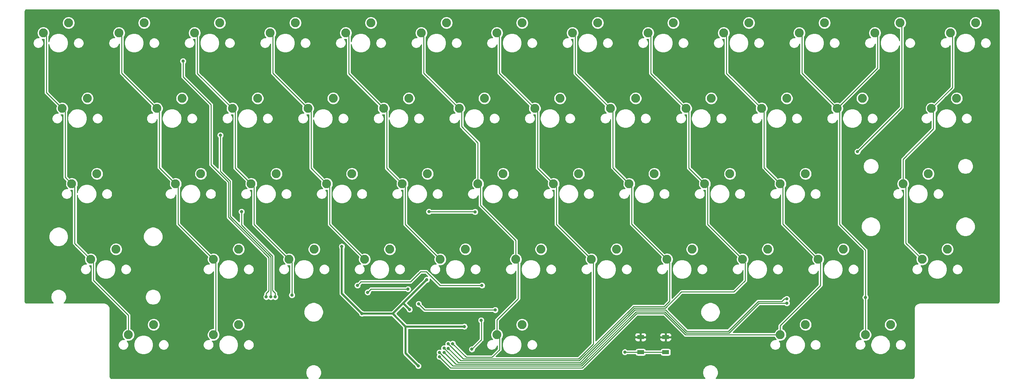
<source format=gbr>
%TF.GenerationSoftware,KiCad,Pcbnew,(5.1.9)-1*%
%TF.CreationDate,2021-01-25T12:39:42+01:00*%
%TF.ProjectId,FriedrichPCB,46726965-6472-4696-9368-5043422e6b69,rev?*%
%TF.SameCoordinates,Original*%
%TF.FileFunction,Copper,L1,Top*%
%TF.FilePolarity,Positive*%
%FSLAX46Y46*%
G04 Gerber Fmt 4.6, Leading zero omitted, Abs format (unit mm)*
G04 Created by KiCad (PCBNEW (5.1.9)-1) date 2021-01-25 12:39:42*
%MOMM*%
%LPD*%
G01*
G04 APERTURE LIST*
%TA.AperFunction,ComponentPad*%
%ADD10C,2.250000*%
%TD*%
%TA.AperFunction,SMDPad,CuDef*%
%ADD11R,1.700000X1.000000*%
%TD*%
%TA.AperFunction,ViaPad*%
%ADD12C,0.800000*%
%TD*%
%TA.AperFunction,Conductor*%
%ADD13C,0.500000*%
%TD*%
%TA.AperFunction,Conductor*%
%ADD14C,0.250000*%
%TD*%
%TA.AperFunction,Conductor*%
%ADD15C,0.254000*%
%TD*%
%TA.AperFunction,Conductor*%
%ADD16C,0.100000*%
%TD*%
G04 APERTURE END LIST*
D10*
%TO.P,MX58,2*%
%TO.N,Net-(D58-Pad2)*%
X151231600Y-127812800D03*
%TO.P,MX58,1*%
%TO.N,col5*%
X144881600Y-130352800D03*
%TD*%
%TO.P,MX42,2*%
%TO.N,Net-(D42-Pad2)*%
X98856800Y-108762800D03*
%TO.P,MX42,1*%
%TO.N,col2*%
X92506800Y-111302800D03*
%TD*%
%TO.P,MX40,2*%
%TO.N,Net-(D40-Pad2)*%
X48869600Y-108762800D03*
%TO.P,MX40,1*%
%TO.N,col0*%
X42519600Y-111302800D03*
%TD*%
%TO.P,MX62,2*%
%TO.N,Net-(D62-Pad2)*%
X222656400Y-127812800D03*
%TO.P,MX62,1*%
%TO.N,col9*%
X216306400Y-130352800D03*
%TD*%
%TO.P,MX54,2*%
%TO.N,Net-(D54-Pad2)*%
X79806800Y-127812800D03*
%TO.P,MX54,1*%
%TO.N,col1*%
X73456800Y-130352800D03*
%TD*%
%TO.P,MX51,2*%
%TO.N,Net-(D51-Pad2)*%
X258419600Y-108762800D03*
%TO.P,MX51,1*%
%TO.N,col11*%
X252069600Y-111302800D03*
%TD*%
%TO.P,MX38,2*%
%TO.N,Net-(D38-Pad2)*%
X253593600Y-89712800D03*
%TO.P,MX38,1*%
%TO.N,col11*%
X247243600Y-92252800D03*
%TD*%
%TO.P,MX27,2*%
%TO.N,Net-(D27-Pad2)*%
X44094400Y-89712800D03*
%TO.P,MX27,1*%
%TO.N,col0*%
X37744400Y-92252800D03*
%TD*%
%TO.P,MX25,2*%
%TO.N,Net-(D25-Pad2)*%
X260756400Y-70662800D03*
%TO.P,MX25,1*%
%TO.N,col11*%
X254406400Y-73202800D03*
%TD*%
%TO.P,MX14,2*%
%TO.N,Net-(D14-Pad2)*%
X41706800Y-70662800D03*
%TO.P,MX14,1*%
%TO.N,col0*%
X35356800Y-73202800D03*
%TD*%
D11*
%TO.P,RESET,2*%
%TO.N,Net-(R5-Pad1)*%
X187401600Y-134742000D03*
X181101600Y-134742000D03*
%TO.P,RESET,1*%
%TO.N,GND*%
X187401600Y-130942000D03*
X181101600Y-130942000D03*
%TD*%
D10*
%TO.P,MX63,2*%
%TO.N,Net-(D63-Pad2)*%
X244094000Y-127812800D03*
%TO.P,MX63,1*%
%TO.N,col10*%
X237744000Y-130352800D03*
%TD*%
%TO.P,MX53,2*%
%TO.N,Net-(D53-Pad2)*%
X58369200Y-127812800D03*
%TO.P,MX53,1*%
%TO.N,col0*%
X52019200Y-130352800D03*
%TD*%
%TO.P,MX49,2*%
%TO.N,Net-(D49-Pad2)*%
X232206800Y-108762800D03*
%TO.P,MX49,1*%
%TO.N,col9*%
X225856800Y-111302800D03*
%TD*%
%TO.P,MX48,2*%
%TO.N,Net-(D48-Pad2)*%
X213156800Y-108762800D03*
%TO.P,MX48,1*%
%TO.N,col8*%
X206806800Y-111302800D03*
%TD*%
%TO.P,MX47,2*%
%TO.N,Net-(D47-Pad2)*%
X194106800Y-108762800D03*
%TO.P,MX47,1*%
%TO.N,col7*%
X187756800Y-111302800D03*
%TD*%
%TO.P,MX46,2*%
%TO.N,Net-(D46-Pad2)*%
X175056800Y-108762800D03*
%TO.P,MX46,1*%
%TO.N,col6*%
X168706800Y-111302800D03*
%TD*%
%TO.P,MX45,2*%
%TO.N,Net-(D45-Pad2)*%
X156006800Y-108762800D03*
%TO.P,MX45,1*%
%TO.N,col5*%
X149656800Y-111302800D03*
%TD*%
%TO.P,MX44,2*%
%TO.N,Net-(D44-Pad2)*%
X136956800Y-108762800D03*
%TO.P,MX44,1*%
%TO.N,col4*%
X130606800Y-111302800D03*
%TD*%
%TO.P,MX43,2*%
%TO.N,Net-(D43-Pad2)*%
X117906800Y-108762800D03*
%TO.P,MX43,1*%
%TO.N,col3*%
X111556800Y-111302800D03*
%TD*%
%TO.P,MX41,2*%
%TO.N,Net-(D41-Pad2)*%
X79806800Y-108762800D03*
%TO.P,MX41,1*%
%TO.N,col1*%
X73456800Y-111302800D03*
%TD*%
%TO.P,MX36,2*%
%TO.N,Net-(D36-Pad2)*%
X222656400Y-89712800D03*
%TO.P,MX36,1*%
%TO.N,col9*%
X216306400Y-92252800D03*
%TD*%
%TO.P,MX35,2*%
%TO.N,Net-(D35-Pad2)*%
X203606400Y-89712800D03*
%TO.P,MX35,1*%
%TO.N,col8*%
X197256400Y-92252800D03*
%TD*%
%TO.P,MX34,2*%
%TO.N,Net-(D34-Pad2)*%
X184556400Y-89712800D03*
%TO.P,MX34,1*%
%TO.N,col7*%
X178206400Y-92252800D03*
%TD*%
%TO.P,MX33,2*%
%TO.N,Net-(D33-Pad2)*%
X165506400Y-89712800D03*
%TO.P,MX33,1*%
%TO.N,col6*%
X159156400Y-92252800D03*
%TD*%
%TO.P,MX32,2*%
%TO.N,Net-(D32-Pad2)*%
X146456400Y-89712800D03*
%TO.P,MX32,1*%
%TO.N,col5*%
X140106400Y-92252800D03*
%TD*%
%TO.P,MX31,2*%
%TO.N,Net-(D31-Pad2)*%
X127406400Y-89712800D03*
%TO.P,MX31,1*%
%TO.N,col4*%
X121056400Y-92252800D03*
%TD*%
%TO.P,MX30,2*%
%TO.N,Net-(D30-Pad2)*%
X108356400Y-89712800D03*
%TO.P,MX30,1*%
%TO.N,col3*%
X102006400Y-92252800D03*
%TD*%
%TO.P,MX29,2*%
%TO.N,Net-(D29-Pad2)*%
X89306400Y-89712800D03*
%TO.P,MX29,1*%
%TO.N,col2*%
X82956400Y-92252800D03*
%TD*%
%TO.P,MX28,2*%
%TO.N,Net-(D28-Pad2)*%
X70256400Y-89712800D03*
%TO.P,MX28,1*%
%TO.N,col1*%
X63906400Y-92252800D03*
%TD*%
%TO.P,MX24,2*%
%TO.N,Net-(D24-Pad2)*%
X236982000Y-70662800D03*
%TO.P,MX24,1*%
%TO.N,col10*%
X230632000Y-73202800D03*
%TD*%
%TO.P,MX23,2*%
%TO.N,Net-(D23-Pad2)*%
X217932000Y-70662800D03*
%TO.P,MX23,1*%
%TO.N,col9*%
X211582000Y-73202800D03*
%TD*%
%TO.P,MX22,2*%
%TO.N,Net-(D22-Pad2)*%
X198882000Y-70662800D03*
%TO.P,MX22,1*%
%TO.N,col8*%
X192532000Y-73202800D03*
%TD*%
%TO.P,MX21,2*%
%TO.N,Net-(D21-Pad2)*%
X179832000Y-70662800D03*
%TO.P,MX21,1*%
%TO.N,col7*%
X173482000Y-73202800D03*
%TD*%
%TO.P,MX20,2*%
%TO.N,Net-(D20-Pad2)*%
X160782000Y-70662800D03*
%TO.P,MX20,1*%
%TO.N,col6*%
X154432000Y-73202800D03*
%TD*%
%TO.P,MX19,2*%
%TO.N,Net-(D19-Pad2)*%
X141732000Y-70662800D03*
%TO.P,MX19,1*%
%TO.N,col5*%
X135382000Y-73202800D03*
%TD*%
%TO.P,MX18,2*%
%TO.N,Net-(D18-Pad2)*%
X122682000Y-70662800D03*
%TO.P,MX18,1*%
%TO.N,col4*%
X116332000Y-73202800D03*
%TD*%
%TO.P,MX17,2*%
%TO.N,Net-(D17-Pad2)*%
X103632000Y-70662800D03*
%TO.P,MX17,1*%
%TO.N,col3*%
X97282000Y-73202800D03*
%TD*%
%TO.P,MX16,2*%
%TO.N,Net-(D16-Pad2)*%
X84582000Y-70662800D03*
%TO.P,MX16,1*%
%TO.N,col2*%
X78232000Y-73202800D03*
%TD*%
%TO.P,MX15,2*%
%TO.N,Net-(D15-Pad2)*%
X65532000Y-70662800D03*
%TO.P,MX15,1*%
%TO.N,col1*%
X59182000Y-73202800D03*
%TD*%
%TO.P,MX13,2*%
%TO.N,Net-(D13-Pad2)*%
X265531600Y-51612800D03*
%TO.P,MX13,1*%
%TO.N,col11*%
X259181600Y-54152800D03*
%TD*%
%TO.P,MX12,2*%
%TO.N,Net-(D12-Pad2)*%
X246481600Y-51612800D03*
%TO.P,MX12,1*%
%TO.N,col10*%
X240131600Y-54152800D03*
%TD*%
%TO.P,MX11,2*%
%TO.N,Net-(D11-Pad2)*%
X227431600Y-51612800D03*
%TO.P,MX11,1*%
%TO.N,col10*%
X221081600Y-54152800D03*
%TD*%
%TO.P,MX10,2*%
%TO.N,Net-(D10-Pad2)*%
X208381600Y-51612800D03*
%TO.P,MX10,1*%
%TO.N,col9*%
X202031600Y-54152800D03*
%TD*%
%TO.P,MX9,2*%
%TO.N,Net-(D9-Pad2)*%
X189331600Y-51612800D03*
%TO.P,MX9,1*%
%TO.N,col8*%
X182981600Y-54152800D03*
%TD*%
%TO.P,MX8,2*%
%TO.N,Net-(D8-Pad2)*%
X170281600Y-51612800D03*
%TO.P,MX8,1*%
%TO.N,col7*%
X163931600Y-54152800D03*
%TD*%
%TO.P,MX7,2*%
%TO.N,Net-(D7-Pad2)*%
X151231600Y-51612800D03*
%TO.P,MX7,1*%
%TO.N,col6*%
X144881600Y-54152800D03*
%TD*%
%TO.P,MX6,2*%
%TO.N,Net-(D6-Pad2)*%
X132181600Y-51612800D03*
%TO.P,MX6,1*%
%TO.N,col5*%
X125831600Y-54152800D03*
%TD*%
%TO.P,MX5,2*%
%TO.N,Net-(D5-Pad2)*%
X113131600Y-51612800D03*
%TO.P,MX5,1*%
%TO.N,col4*%
X106781600Y-54152800D03*
%TD*%
%TO.P,MX4,2*%
%TO.N,Net-(D4-Pad2)*%
X94081600Y-51612800D03*
%TO.P,MX4,1*%
%TO.N,col3*%
X87731600Y-54152800D03*
%TD*%
%TO.P,MX3,2*%
%TO.N,Net-(D3-Pad2)*%
X75031600Y-51612800D03*
%TO.P,MX3,1*%
%TO.N,col2*%
X68681600Y-54152800D03*
%TD*%
%TO.P,MX2,2*%
%TO.N,Net-(D2-Pad2)*%
X55981600Y-51612800D03*
%TO.P,MX2,1*%
%TO.N,col1*%
X49631600Y-54152800D03*
%TD*%
%TO.P,MX1,2*%
%TO.N,Net-(D1-Pad2)*%
X36931600Y-51612800D03*
%TO.P,MX1,1*%
%TO.N,col0*%
X30581600Y-54152800D03*
%TD*%
D12*
%TO.N,GND*%
X96418400Y-104089200D03*
X154533600Y-104140000D03*
%TO.N,+5V*%
X105816400Y-108051600D03*
X110896400Y-125018800D03*
X127203200Y-116433600D03*
X122885200Y-123952000D03*
X136702800Y-128270000D03*
X125069600Y-138226800D03*
%TO.N,row0*%
X65786000Y-61264800D03*
X86766400Y-120802400D03*
%TO.N,Net-(D12-Pad2)*%
X235762800Y-84124800D03*
%TO.N,row1*%
X75184000Y-79959200D03*
X87884000Y-120802400D03*
%TO.N,row2*%
X127762000Y-99263200D03*
X139395200Y-99314000D03*
X80518000Y-99263200D03*
X89001600Y-120802400D03*
%TO.N,row3*%
X109728000Y-117906800D03*
X141122400Y-117906800D03*
%TO.N,row4*%
X138582400Y-134010400D03*
X140919200Y-126695200D03*
%TO.N,col2*%
X93218000Y-120345200D03*
%TO.N,col3*%
X122478800Y-118821200D03*
X112318800Y-119634000D03*
%TO.N,col5*%
X133756400Y-132588000D03*
%TO.N,col6*%
X132638800Y-132638800D03*
%TO.N,col7*%
X132613152Y-133772247D03*
%TO.N,col8*%
X131572000Y-133756400D03*
%TO.N,col9*%
X130403600Y-135890000D03*
%TO.N,col10*%
X237744000Y-120904000D03*
X217932000Y-121310400D03*
X131618147Y-134827853D03*
%TO.N,col11*%
X217932000Y-122377200D03*
X130403600Y-134823200D03*
%TO.N,Net-(R5-Pad1)*%
X144475200Y-124104400D03*
X125171200Y-122580400D03*
X177139600Y-134721600D03*
%TD*%
D13*
%TO.N,+5V*%
X105816400Y-119938800D02*
X110896400Y-125018800D01*
X105816400Y-108051600D02*
X105816400Y-119938800D01*
X110896400Y-125018800D02*
X118618000Y-125018800D01*
X121285000Y-122351800D02*
X122885200Y-123952000D01*
X118618000Y-125018800D02*
X121285000Y-122351800D01*
X121285000Y-122351800D02*
X127203200Y-116433600D01*
X121869200Y-128270000D02*
X118618000Y-125018800D01*
X136702800Y-128270000D02*
X121869200Y-128270000D01*
X121869200Y-135026400D02*
X125069600Y-138226800D01*
X121869200Y-128270000D02*
X121869200Y-135026400D01*
D14*
%TO.N,row0*%
X86766400Y-119938800D02*
X86766400Y-120802400D01*
X87441180Y-119264020D02*
X86766400Y-119938800D01*
X87441180Y-110862800D02*
X87441180Y-119264020D01*
X77223191Y-100644811D02*
X87441180Y-110862800D01*
X77223190Y-91778800D02*
X77223191Y-100644811D01*
X72847200Y-87402810D02*
X77223190Y-91778800D01*
X65786000Y-65227200D02*
X72847200Y-72288400D01*
X72847200Y-72288400D02*
X72847200Y-87402810D01*
X65786000Y-61264800D02*
X65786000Y-65227200D01*
%TO.N,Net-(D12-Pad2)*%
X235762800Y-84124800D02*
X246938800Y-72948800D01*
X246938800Y-52070000D02*
X246481600Y-51612800D01*
X246938800Y-72948800D02*
X246938800Y-52070000D01*
%TO.N,row1*%
X75184000Y-79959200D02*
X75184000Y-89103200D01*
X75184000Y-89103200D02*
X77673200Y-91592400D01*
X77673200Y-91592400D02*
X77673200Y-100458410D01*
X77673200Y-100458410D02*
X87891190Y-110676400D01*
X87891190Y-110676400D02*
X87891190Y-120802400D01*
X87891190Y-120802400D02*
X87884000Y-120802400D01*
%TO.N,row2*%
X139344400Y-99263200D02*
X139395200Y-99314000D01*
X127762000Y-99263200D02*
X139344400Y-99263200D01*
X89001600Y-119837200D02*
X89001600Y-120802400D01*
X88341200Y-119176800D02*
X89001600Y-119837200D01*
X88341200Y-110490000D02*
X88341200Y-119176800D01*
X80518000Y-102666800D02*
X88341200Y-110490000D01*
X80518000Y-99263200D02*
X80518000Y-102666800D01*
%TO.N,row3*%
X130556000Y-117906800D02*
X141122400Y-117906800D01*
X127101600Y-114452400D02*
X130556000Y-117906800D01*
X125679200Y-114452400D02*
X127101600Y-114452400D01*
X110642400Y-116992400D02*
X123139200Y-116992400D01*
X123139200Y-116992400D02*
X125679200Y-114452400D01*
X109728000Y-117906800D02*
X110642400Y-116992400D01*
%TO.N,row4*%
X138582400Y-134010400D02*
X140970000Y-131622800D01*
X140970000Y-126746000D02*
X140919200Y-126695200D01*
X140970000Y-131622800D02*
X140970000Y-126746000D01*
%TO.N,col0*%
X52019200Y-130352800D02*
X52019200Y-125425200D01*
X52019200Y-125425200D02*
X43230800Y-116636800D01*
X43230800Y-112014000D02*
X42519600Y-111302800D01*
X43230800Y-116636800D02*
X43230800Y-112014000D01*
X42519600Y-111302800D02*
X38506400Y-107289600D01*
X38506400Y-93014800D02*
X37744400Y-92252800D01*
X38506400Y-107289600D02*
X38506400Y-93014800D01*
X37744400Y-92252800D02*
X36068000Y-90576400D01*
X36068000Y-73914000D02*
X35356800Y-73202800D01*
X36068000Y-90576400D02*
X36068000Y-73914000D01*
X35356800Y-73202800D02*
X31343600Y-69189600D01*
X31343600Y-54914800D02*
X30581600Y-54152800D01*
X31343600Y-69189600D02*
X31343600Y-54914800D01*
%TO.N,col1*%
X59182000Y-73202800D02*
X50292000Y-64312800D01*
X50292000Y-54813200D02*
X49631600Y-54152800D01*
X50292000Y-64312800D02*
X50292000Y-54813200D01*
X63906400Y-92252800D02*
X59842400Y-88188800D01*
X59842400Y-73863200D02*
X59182000Y-73202800D01*
X59842400Y-88188800D02*
X59842400Y-73863200D01*
X73456800Y-111302800D02*
X64566800Y-102412800D01*
X64566800Y-92913200D02*
X63906400Y-92252800D01*
X64566800Y-102412800D02*
X64566800Y-92913200D01*
X73456800Y-130352800D02*
X73456800Y-130302000D01*
X73456800Y-130302000D02*
X74015600Y-129743200D01*
X74015600Y-111861600D02*
X73456800Y-111302800D01*
X74015600Y-129743200D02*
X74015600Y-111861600D01*
%TO.N,col2*%
X92506800Y-111302800D02*
X83667600Y-102463600D01*
X83667600Y-92964000D02*
X82956400Y-92252800D01*
X83667600Y-102463600D02*
X83667600Y-92964000D01*
X82956400Y-92252800D02*
X78943200Y-88239600D01*
X78943200Y-73914000D02*
X78232000Y-73202800D01*
X78943200Y-88239600D02*
X78943200Y-73914000D01*
X78232000Y-73202800D02*
X69392800Y-64363600D01*
X69392800Y-54864000D02*
X68681600Y-54152800D01*
X69392800Y-64363600D02*
X69392800Y-54864000D01*
X93218000Y-112014000D02*
X92506800Y-111302800D01*
X93218000Y-120345200D02*
X93218000Y-112014000D01*
%TO.N,col3*%
X111556800Y-111302800D02*
X102717600Y-102463600D01*
X102717600Y-92964000D02*
X102006400Y-92252800D01*
X102717600Y-102463600D02*
X102717600Y-92964000D01*
X102006400Y-92252800D02*
X98044000Y-88290400D01*
X98044000Y-73964800D02*
X97282000Y-73202800D01*
X98044000Y-88290400D02*
X98044000Y-73964800D01*
X97282000Y-73202800D02*
X88392000Y-64312800D01*
X88392000Y-54813200D02*
X87731600Y-54152800D01*
X88392000Y-64312800D02*
X88392000Y-54813200D01*
X113131600Y-118821200D02*
X112318800Y-119634000D01*
X122478800Y-118821200D02*
X113131600Y-118821200D01*
%TO.N,col4*%
X130606800Y-111302800D02*
X121767600Y-102463600D01*
X121767600Y-92964000D02*
X121056400Y-92252800D01*
X121767600Y-102463600D02*
X121767600Y-92964000D01*
X121056400Y-92252800D02*
X117094000Y-88290400D01*
X117094000Y-73964800D02*
X116332000Y-73202800D01*
X117094000Y-88290400D02*
X117094000Y-73964800D01*
X116332000Y-73202800D02*
X107543600Y-64414400D01*
X107543600Y-54914800D02*
X106781600Y-54152800D01*
X107543600Y-64414400D02*
X107543600Y-54914800D01*
%TO.N,col5*%
X149656800Y-111302800D02*
X149656800Y-106578400D01*
X149656800Y-106578400D02*
X140716000Y-97637600D01*
X140716000Y-92862400D02*
X140106400Y-92252800D01*
X140716000Y-97637600D02*
X140716000Y-92862400D01*
X140106400Y-92252800D02*
X140106400Y-81889600D01*
X140106400Y-81889600D02*
X135991600Y-77774800D01*
X135991600Y-73812400D02*
X135382000Y-73202800D01*
X135991600Y-77774800D02*
X135991600Y-73812400D01*
X135382000Y-73202800D02*
X126441200Y-64262000D01*
X126441200Y-54762400D02*
X125831600Y-54152800D01*
X126441200Y-64262000D02*
X126441200Y-54762400D01*
X144881600Y-130352800D02*
X144881600Y-126644400D01*
X144881600Y-126644400D02*
X150266400Y-121259600D01*
X150266400Y-111912400D02*
X149656800Y-111302800D01*
X150266400Y-121259600D02*
X150266400Y-111912400D01*
X144881600Y-130352800D02*
X144881600Y-130454400D01*
X144881600Y-130454400D02*
X145542000Y-131114800D01*
X145542000Y-131114800D02*
X145542000Y-134112000D01*
X145542000Y-134112000D02*
X143662400Y-135991600D01*
X143662400Y-135991600D02*
X138023600Y-135991600D01*
X137160000Y-135991600D02*
X133756400Y-132588000D01*
X138023600Y-135991600D02*
X137160000Y-135991600D01*
%TO.N,col6*%
X168706800Y-111302800D02*
X159867600Y-102463600D01*
X159867600Y-92964000D02*
X159156400Y-92252800D01*
X159867600Y-102463600D02*
X159867600Y-92964000D01*
X159156400Y-92252800D02*
X155143200Y-88239600D01*
X155143200Y-73914000D02*
X154432000Y-73202800D01*
X155143200Y-88239600D02*
X155143200Y-73914000D01*
X154432000Y-73202800D02*
X145491200Y-64262000D01*
X145491200Y-54762400D02*
X144881600Y-54152800D01*
X145491200Y-64262000D02*
X145491200Y-54762400D01*
X168706800Y-111302800D02*
X168706800Y-111404400D01*
X168706800Y-111506000D02*
X168706800Y-111302800D01*
X169214800Y-112014000D02*
X168706800Y-111506000D01*
X169214800Y-132707950D02*
X169214800Y-112014000D01*
X165481140Y-136441610D02*
X169214800Y-132707950D01*
X136441610Y-136441610D02*
X165481140Y-136441610D01*
X132638800Y-132638800D02*
X136441610Y-136441610D01*
%TO.N,col7*%
X187756800Y-111302800D02*
X178866800Y-102412800D01*
X178866800Y-92913200D02*
X178206400Y-92252800D01*
X178866800Y-102412800D02*
X178866800Y-92913200D01*
X178206400Y-92252800D02*
X174142400Y-88188800D01*
X174142400Y-73863200D02*
X173482000Y-73202800D01*
X174142400Y-88188800D02*
X174142400Y-73863200D01*
X173482000Y-73202800D02*
X164642800Y-64363600D01*
X164642800Y-54864000D02*
X163931600Y-54152800D01*
X164642800Y-64363600D02*
X164642800Y-54864000D01*
X187756800Y-111506000D02*
X187756800Y-111302800D01*
X188417200Y-121893190D02*
X188417200Y-112166400D01*
X187098820Y-123211570D02*
X188417200Y-121893190D01*
X181131230Y-123211570D02*
X187098820Y-123211570D01*
X188417200Y-112166400D02*
X187756800Y-111506000D01*
X181131228Y-123211572D02*
X181131230Y-123211570D01*
X179347588Y-123211572D02*
X181131228Y-123211572D01*
X135732525Y-136891620D02*
X165667541Y-136891619D01*
X165667541Y-136891619D02*
X179347588Y-123211572D01*
X132613152Y-133772247D02*
X135732525Y-136891620D01*
%TO.N,col8*%
X206806800Y-111302800D02*
X197967600Y-102463600D01*
X197967600Y-92964000D02*
X197256400Y-92252800D01*
X197967600Y-102463600D02*
X197967600Y-92964000D01*
X197256400Y-92252800D02*
X193243200Y-88239600D01*
X193243200Y-73914000D02*
X192532000Y-73202800D01*
X193243200Y-88239600D02*
X193243200Y-73914000D01*
X192532000Y-73202800D02*
X183692800Y-64363600D01*
X183692800Y-54864000D02*
X182981600Y-54152800D01*
X183692800Y-64363600D02*
X183692800Y-54864000D01*
X206806800Y-111302800D02*
X206806800Y-111506000D01*
X206806800Y-111506000D02*
X207467200Y-112166400D01*
X207467200Y-112166400D02*
X207467200Y-116687600D01*
X207467200Y-116687600D02*
X204622400Y-119532400D01*
X191414400Y-119532400D02*
X187285220Y-123661580D01*
X204622400Y-119532400D02*
X191414400Y-119532400D01*
X181748020Y-123661580D02*
X179533989Y-123661581D01*
X187285220Y-123661580D02*
X181748020Y-123661580D01*
X181748020Y-123661580D02*
X181610000Y-123661580D01*
X144221602Y-137341628D02*
X144221600Y-137341630D01*
X165853942Y-137341628D02*
X144221602Y-137341628D01*
X166939385Y-136256185D02*
X165853942Y-137341628D01*
X179533989Y-123661581D02*
X166939385Y-136256185D01*
X144221600Y-137341630D02*
X138125200Y-137341630D01*
X135157230Y-137341630D02*
X131572000Y-133756400D01*
X138125200Y-137341630D02*
X135157230Y-137341630D01*
%TO.N,col9*%
X216306400Y-130352800D02*
X216306400Y-128016000D01*
X226466400Y-111912400D02*
X225856800Y-111302800D01*
X226466400Y-117856000D02*
X226466400Y-111912400D01*
X225856800Y-111302800D02*
X216966800Y-102412800D01*
X216966800Y-92913200D02*
X216306400Y-92252800D01*
X216966800Y-102412800D02*
X216966800Y-92913200D01*
X216306400Y-92252800D02*
X212242400Y-88188800D01*
X212242400Y-73863200D02*
X211582000Y-73202800D01*
X212242400Y-88188800D02*
X212242400Y-73863200D01*
X211582000Y-73202800D02*
X202742800Y-64363600D01*
X202742800Y-54864000D02*
X202031600Y-54152800D01*
X202742800Y-64363600D02*
X202742800Y-54864000D01*
X216306400Y-128016000D02*
X226466400Y-117856000D01*
X216306400Y-130352800D02*
X192386790Y-130352800D01*
X192386790Y-130352800D02*
X187045600Y-125011610D01*
X187045600Y-125011610D02*
X181610000Y-125011610D01*
X181610000Y-125011610D02*
X180093190Y-125011610D01*
X180093190Y-125011610D02*
X167944800Y-137160000D01*
X167944800Y-137160000D02*
X166413144Y-138691656D01*
X166413144Y-138691656D02*
X138074400Y-138691656D01*
X133205256Y-138691656D02*
X130403600Y-135890000D01*
X138074400Y-138691656D02*
X133205256Y-138691656D01*
%TO.N,col10*%
X237744000Y-108966000D02*
X231241600Y-102463600D01*
X231241600Y-73812400D02*
X230632000Y-73202800D01*
X231241600Y-102463600D02*
X231241600Y-73812400D01*
X230632000Y-73202800D02*
X221742000Y-64312800D01*
X221742000Y-54813200D02*
X221081600Y-54152800D01*
X221742000Y-64312800D02*
X221742000Y-54813200D01*
X240792000Y-54813200D02*
X240131600Y-54152800D01*
X240792000Y-63042800D02*
X240792000Y-54813200D01*
X230632000Y-73202800D02*
X240792000Y-63042800D01*
X237744000Y-120904000D02*
X237744000Y-120954800D01*
X237744000Y-130352800D02*
X237744000Y-120904000D01*
X237744000Y-120904000D02*
X237744000Y-108966000D01*
X216719990Y-121927190D02*
X217336780Y-121310400D01*
X210735199Y-121927191D02*
X216719990Y-121927190D01*
X203209610Y-129452780D02*
X210735199Y-121927191D01*
X187418400Y-124111590D02*
X192759590Y-129452780D01*
X179720390Y-124111590D02*
X187418400Y-124111590D01*
X192759590Y-129452780D02*
X203209610Y-129452780D01*
X166040343Y-137791637D02*
X179720390Y-124111590D01*
X144408003Y-137791637D02*
X166040343Y-137791637D01*
X144408000Y-137791640D02*
X144408003Y-137791637D01*
X134581934Y-137791640D02*
X144408000Y-137791640D01*
X217336780Y-121310400D02*
X217932000Y-121310400D01*
X131618147Y-134827853D02*
X134581934Y-137791640D01*
%TO.N,col11*%
X252069600Y-111302800D02*
X247954800Y-107188000D01*
X247954800Y-92964000D02*
X247243600Y-92252800D01*
X247954800Y-107188000D02*
X247954800Y-92964000D01*
X247243600Y-92252800D02*
X247243600Y-86055200D01*
X247243600Y-86055200D02*
X254914400Y-78384400D01*
X254914400Y-73710800D02*
X254406400Y-73202800D01*
X254914400Y-78384400D02*
X254914400Y-73710800D01*
X254406400Y-73202800D02*
X259689600Y-67919600D01*
X259689600Y-54660800D02*
X259181600Y-54152800D01*
X259689600Y-67919600D02*
X259689600Y-54660800D01*
X203396010Y-129902790D02*
X210921600Y-122377200D01*
X192573190Y-129902790D02*
X203396010Y-129902790D01*
X187232000Y-124561600D02*
X192573190Y-129902790D01*
X181508400Y-124561600D02*
X187232000Y-124561600D01*
X179906789Y-124561601D02*
X181508400Y-124561600D01*
X166226744Y-138241646D02*
X179906789Y-124561601D01*
X133822046Y-138241646D02*
X166226744Y-138241646D01*
X210921600Y-122377200D02*
X217932000Y-122377200D01*
X130403600Y-134823200D02*
X133822046Y-138241646D01*
%TO.N,Net-(R5-Pad1)*%
X126695200Y-124104400D02*
X125171200Y-122580400D01*
X144475200Y-124104400D02*
X126695200Y-124104400D01*
X181081200Y-134721600D02*
X181101600Y-134742000D01*
X177139600Y-134721600D02*
X181081200Y-134721600D01*
X181101600Y-134742000D02*
X187401600Y-134742000D01*
%TD*%
D15*
%TO.N,GND*%
X271090223Y-48279570D02*
X271168739Y-48303276D01*
X271241153Y-48341779D01*
X271304711Y-48393615D01*
X271356989Y-48456809D01*
X271395997Y-48528952D01*
X271420250Y-48607302D01*
X271431604Y-48715322D01*
X271440997Y-121857015D01*
X271430230Y-121966825D01*
X271406526Y-122045336D01*
X271368020Y-122117754D01*
X271316185Y-122181311D01*
X271252992Y-122233589D01*
X271180848Y-122272597D01*
X271102498Y-122296850D01*
X270994512Y-122308200D01*
X251555364Y-122308200D01*
X251530572Y-122310642D01*
X251524422Y-122310599D01*
X251516404Y-122311385D01*
X251322307Y-122331786D01*
X251271065Y-122342305D01*
X251219711Y-122352101D01*
X251211999Y-122354429D01*
X251025561Y-122412141D01*
X250977356Y-122432405D01*
X250928863Y-122451997D01*
X250921750Y-122455779D01*
X250750073Y-122548604D01*
X250706715Y-122577849D01*
X250662955Y-122606485D01*
X250656712Y-122611577D01*
X250506334Y-122735981D01*
X250469507Y-122773067D01*
X250432121Y-122809677D01*
X250426986Y-122815885D01*
X250303636Y-122967127D01*
X250274710Y-123010665D01*
X250245150Y-123053836D01*
X250241318Y-123060923D01*
X250149693Y-123233245D01*
X250129766Y-123281591D01*
X250109163Y-123329663D01*
X250106781Y-123337359D01*
X250050372Y-123524195D01*
X250040218Y-123575474D01*
X250029341Y-123626648D01*
X250028499Y-123634661D01*
X250009454Y-123828894D01*
X250009454Y-123828904D01*
X250006700Y-123856865D01*
X250006701Y-140890972D01*
X249995930Y-141000825D01*
X249972226Y-141079336D01*
X249933720Y-141151754D01*
X249881885Y-141215311D01*
X249818692Y-141267589D01*
X249746548Y-141306597D01*
X249668198Y-141330850D01*
X249560212Y-141342200D01*
X200056941Y-141342200D01*
X200245778Y-141153363D01*
X200464763Y-140825629D01*
X200615603Y-140461470D01*
X200692500Y-140074881D01*
X200692500Y-139680719D01*
X200615603Y-139294130D01*
X200464763Y-138929971D01*
X200245778Y-138602237D01*
X199967063Y-138323522D01*
X199639329Y-138104537D01*
X199275170Y-137953697D01*
X198888581Y-137876800D01*
X198494419Y-137876800D01*
X198107830Y-137953697D01*
X197743671Y-138104537D01*
X197415937Y-138323522D01*
X197137222Y-138602237D01*
X196918237Y-138929971D01*
X196767397Y-139294130D01*
X196690500Y-139680719D01*
X196690500Y-140074881D01*
X196767397Y-140461470D01*
X196918237Y-140825629D01*
X197137222Y-141153363D01*
X197326059Y-141342200D01*
X100057141Y-141342200D01*
X100245978Y-141153363D01*
X100464963Y-140825629D01*
X100615803Y-140461470D01*
X100692700Y-140074881D01*
X100692700Y-139680719D01*
X100615803Y-139294130D01*
X100464963Y-138929971D01*
X100245978Y-138602237D01*
X99967263Y-138323522D01*
X99639529Y-138104537D01*
X99275370Y-137953697D01*
X98888781Y-137876800D01*
X98494619Y-137876800D01*
X98108030Y-137953697D01*
X97743871Y-138104537D01*
X97416137Y-138323522D01*
X97137422Y-138602237D01*
X96918437Y-138929971D01*
X96767597Y-139294130D01*
X96690700Y-139680719D01*
X96690700Y-140074881D01*
X96767597Y-140461470D01*
X96918437Y-140825629D01*
X97137422Y-141153363D01*
X97326259Y-141342200D01*
X47815018Y-141342200D01*
X47705175Y-141331430D01*
X47626664Y-141307726D01*
X47554246Y-141269220D01*
X47490689Y-141217385D01*
X47438411Y-141154192D01*
X47399403Y-141082048D01*
X47375150Y-141003698D01*
X47363813Y-140895833D01*
X47373215Y-123857183D01*
X47370758Y-123832094D01*
X47370801Y-123825922D01*
X47370015Y-123817904D01*
X47349614Y-123623807D01*
X47339095Y-123572565D01*
X47329299Y-123521211D01*
X47326971Y-123513499D01*
X47269259Y-123327061D01*
X47248995Y-123278856D01*
X47229403Y-123230363D01*
X47225621Y-123223250D01*
X47132796Y-123051573D01*
X47103551Y-123008215D01*
X47074915Y-122964455D01*
X47069823Y-122958212D01*
X46945419Y-122807834D01*
X46908333Y-122771007D01*
X46871723Y-122733621D01*
X46865515Y-122728486D01*
X46714273Y-122605136D01*
X46670735Y-122576210D01*
X46627564Y-122546650D01*
X46620477Y-122542818D01*
X46448155Y-122451193D01*
X46399809Y-122431266D01*
X46351737Y-122410663D01*
X46344041Y-122408281D01*
X46157205Y-122351872D01*
X46105926Y-122341718D01*
X46054752Y-122330841D01*
X46046739Y-122329999D01*
X45852506Y-122310954D01*
X45852497Y-122310954D01*
X45824536Y-122308200D01*
X35772791Y-122308200D01*
X35977628Y-122103363D01*
X36196613Y-121775629D01*
X36347453Y-121411470D01*
X36424350Y-121024881D01*
X36424350Y-120630719D01*
X36347453Y-120244130D01*
X36196613Y-119879971D01*
X35977628Y-119552237D01*
X35698913Y-119273522D01*
X35371179Y-119054537D01*
X35007020Y-118903697D01*
X34620431Y-118826800D01*
X34226269Y-118826800D01*
X33839680Y-118903697D01*
X33475521Y-119054537D01*
X33147787Y-119273522D01*
X32869072Y-119552237D01*
X32650087Y-119879971D01*
X32499247Y-120244130D01*
X32422350Y-120630719D01*
X32422350Y-121024881D01*
X32499247Y-121411470D01*
X32650087Y-121775629D01*
X32869072Y-122103363D01*
X33073909Y-122308200D01*
X26393418Y-122308200D01*
X26283575Y-122297430D01*
X26205064Y-122273726D01*
X26132646Y-122235220D01*
X26069089Y-122183385D01*
X26016811Y-122120192D01*
X25977803Y-122048048D01*
X25953550Y-121969698D01*
X25942203Y-121861737D01*
X25944324Y-105344438D01*
X31952450Y-105344438D01*
X31952450Y-105831162D01*
X32047405Y-106308535D01*
X32233666Y-106758210D01*
X32504076Y-107162907D01*
X32848243Y-107507074D01*
X33252940Y-107777484D01*
X33702615Y-107963745D01*
X34179988Y-108058700D01*
X34666712Y-108058700D01*
X35144085Y-107963745D01*
X35593760Y-107777484D01*
X35998457Y-107507074D01*
X36342624Y-107162907D01*
X36613034Y-106758210D01*
X36799295Y-106308535D01*
X36894250Y-105831162D01*
X36894250Y-105344438D01*
X36799295Y-104867065D01*
X36613034Y-104417390D01*
X36342624Y-104012693D01*
X35998457Y-103668526D01*
X35593760Y-103398116D01*
X35144085Y-103211855D01*
X34666712Y-103116900D01*
X34179988Y-103116900D01*
X33702615Y-103211855D01*
X33252940Y-103398116D01*
X32848243Y-103668526D01*
X32504076Y-104012693D01*
X32233666Y-104417390D01*
X32047405Y-104867065D01*
X31952450Y-105344438D01*
X25944324Y-105344438D01*
X25950592Y-56559640D01*
X27959600Y-56559640D01*
X27959600Y-56825960D01*
X28011556Y-57087164D01*
X28113473Y-57333212D01*
X28261433Y-57554650D01*
X28449750Y-57742967D01*
X28671188Y-57890927D01*
X28917236Y-57992844D01*
X29178440Y-58044800D01*
X29444760Y-58044800D01*
X29705964Y-57992844D01*
X29952012Y-57890927D01*
X30173450Y-57742967D01*
X30361767Y-57554650D01*
X30509727Y-57333212D01*
X30611644Y-57087164D01*
X30663600Y-56825960D01*
X30663600Y-56559640D01*
X30611644Y-56298436D01*
X30509727Y-56052388D01*
X30361767Y-55830950D01*
X30251302Y-55720485D01*
X30423817Y-55754800D01*
X30739383Y-55754800D01*
X30741601Y-55754359D01*
X30741600Y-69160044D01*
X30738689Y-69189600D01*
X30741600Y-69219156D01*
X30741600Y-69219165D01*
X30750311Y-69307611D01*
X30784734Y-69421089D01*
X30840634Y-69525670D01*
X30915863Y-69617337D01*
X30938834Y-69636189D01*
X33881326Y-72578682D01*
X33816364Y-72735514D01*
X33754800Y-73045017D01*
X33754800Y-73360583D01*
X33816364Y-73670086D01*
X33937126Y-73961631D01*
X34112446Y-74224015D01*
X34293948Y-74405517D01*
X34219960Y-74390800D01*
X33953640Y-74390800D01*
X33692436Y-74442756D01*
X33446388Y-74544673D01*
X33224950Y-74692633D01*
X33036633Y-74880950D01*
X32888673Y-75102388D01*
X32786756Y-75348436D01*
X32734800Y-75609640D01*
X32734800Y-75875960D01*
X32786756Y-76137164D01*
X32888673Y-76383212D01*
X33036633Y-76604650D01*
X33224950Y-76792967D01*
X33446388Y-76940927D01*
X33692436Y-77042844D01*
X33953640Y-77094800D01*
X34219960Y-77094800D01*
X34481164Y-77042844D01*
X34727212Y-76940927D01*
X34948650Y-76792967D01*
X35136967Y-76604650D01*
X35284927Y-76383212D01*
X35386844Y-76137164D01*
X35438800Y-75875960D01*
X35438800Y-75609640D01*
X35386844Y-75348436D01*
X35284927Y-75102388D01*
X35136967Y-74880950D01*
X35026502Y-74770485D01*
X35199017Y-74804800D01*
X35466001Y-74804800D01*
X35466000Y-90546844D01*
X35463089Y-90576400D01*
X35466000Y-90605956D01*
X35466000Y-90605965D01*
X35474711Y-90694411D01*
X35509134Y-90807889D01*
X35565034Y-90912470D01*
X35640263Y-91004137D01*
X35663234Y-91022989D01*
X36268926Y-91628682D01*
X36203964Y-91785514D01*
X36142400Y-92095017D01*
X36142400Y-92410583D01*
X36203964Y-92720086D01*
X36324726Y-93011631D01*
X36500046Y-93274015D01*
X36681548Y-93455517D01*
X36607560Y-93440800D01*
X36341240Y-93440800D01*
X36080036Y-93492756D01*
X35833988Y-93594673D01*
X35612550Y-93742633D01*
X35424233Y-93930950D01*
X35276273Y-94152388D01*
X35174356Y-94398436D01*
X35122400Y-94659640D01*
X35122400Y-94925960D01*
X35174356Y-95187164D01*
X35276273Y-95433212D01*
X35424233Y-95654650D01*
X35612550Y-95842967D01*
X35833988Y-95990927D01*
X36080036Y-96092844D01*
X36341240Y-96144800D01*
X36607560Y-96144800D01*
X36868764Y-96092844D01*
X37114812Y-95990927D01*
X37336250Y-95842967D01*
X37524567Y-95654650D01*
X37672527Y-95433212D01*
X37774444Y-95187164D01*
X37826400Y-94925960D01*
X37826400Y-94659640D01*
X37774444Y-94398436D01*
X37672527Y-94152388D01*
X37524567Y-93930950D01*
X37414102Y-93820485D01*
X37586617Y-93854800D01*
X37902183Y-93854800D01*
X37904401Y-93854359D01*
X37904400Y-107260044D01*
X37901489Y-107289600D01*
X37904400Y-107319156D01*
X37904400Y-107319165D01*
X37913111Y-107407611D01*
X37947534Y-107521089D01*
X38003434Y-107625670D01*
X38078663Y-107717337D01*
X38101634Y-107736189D01*
X41044126Y-110678682D01*
X40979164Y-110835514D01*
X40917600Y-111145017D01*
X40917600Y-111460583D01*
X40979164Y-111770086D01*
X41099926Y-112061631D01*
X41275246Y-112324015D01*
X41456748Y-112505517D01*
X41382760Y-112490800D01*
X41116440Y-112490800D01*
X40855236Y-112542756D01*
X40609188Y-112644673D01*
X40387750Y-112792633D01*
X40199433Y-112980950D01*
X40051473Y-113202388D01*
X39949556Y-113448436D01*
X39897600Y-113709640D01*
X39897600Y-113975960D01*
X39949556Y-114237164D01*
X40051473Y-114483212D01*
X40199433Y-114704650D01*
X40387750Y-114892967D01*
X40609188Y-115040927D01*
X40855236Y-115142844D01*
X41116440Y-115194800D01*
X41382760Y-115194800D01*
X41643964Y-115142844D01*
X41890012Y-115040927D01*
X42111450Y-114892967D01*
X42299767Y-114704650D01*
X42447727Y-114483212D01*
X42549644Y-114237164D01*
X42601600Y-113975960D01*
X42601600Y-113709640D01*
X42549644Y-113448436D01*
X42447727Y-113202388D01*
X42299767Y-112980950D01*
X42189302Y-112870485D01*
X42361817Y-112904800D01*
X42628801Y-112904800D01*
X42628800Y-116607244D01*
X42625889Y-116636800D01*
X42628800Y-116666356D01*
X42628800Y-116666365D01*
X42637511Y-116754811D01*
X42671934Y-116868289D01*
X42727834Y-116972870D01*
X42803063Y-117064537D01*
X42826034Y-117083389D01*
X51417201Y-125674558D01*
X51417200Y-128868164D01*
X51260369Y-128933126D01*
X50997985Y-129108446D01*
X50774846Y-129331585D01*
X50599526Y-129593969D01*
X50478764Y-129885514D01*
X50417200Y-130195017D01*
X50417200Y-130510583D01*
X50478764Y-130820086D01*
X50599526Y-131111631D01*
X50774846Y-131374015D01*
X50956348Y-131555517D01*
X50882360Y-131540800D01*
X50616040Y-131540800D01*
X50354836Y-131592756D01*
X50108788Y-131694673D01*
X49887350Y-131842633D01*
X49699033Y-132030950D01*
X49551073Y-132252388D01*
X49449156Y-132498436D01*
X49397200Y-132759640D01*
X49397200Y-133025960D01*
X49449156Y-133287164D01*
X49551073Y-133533212D01*
X49699033Y-133754650D01*
X49887350Y-133942967D01*
X50108788Y-134090927D01*
X50354836Y-134192844D01*
X50616040Y-134244800D01*
X50882360Y-134244800D01*
X51143564Y-134192844D01*
X51389612Y-134090927D01*
X51611050Y-133942967D01*
X51799367Y-133754650D01*
X51947327Y-133533212D01*
X52049244Y-133287164D01*
X52101200Y-133025960D01*
X52101200Y-132759640D01*
X52079280Y-132649438D01*
X53358300Y-132649438D01*
X53358300Y-133136162D01*
X53453255Y-133613535D01*
X53639516Y-134063210D01*
X53909926Y-134467907D01*
X54254093Y-134812074D01*
X54658790Y-135082484D01*
X55108465Y-135268745D01*
X55585838Y-135363700D01*
X56072562Y-135363700D01*
X56549935Y-135268745D01*
X56999610Y-135082484D01*
X57404307Y-134812074D01*
X57748474Y-134467907D01*
X58018884Y-134063210D01*
X58205145Y-133613535D01*
X58300100Y-133136162D01*
X58300100Y-132759640D01*
X59557200Y-132759640D01*
X59557200Y-133025960D01*
X59609156Y-133287164D01*
X59711073Y-133533212D01*
X59859033Y-133754650D01*
X60047350Y-133942967D01*
X60268788Y-134090927D01*
X60514836Y-134192844D01*
X60776040Y-134244800D01*
X61042360Y-134244800D01*
X61303564Y-134192844D01*
X61549612Y-134090927D01*
X61771050Y-133942967D01*
X61959367Y-133754650D01*
X62107327Y-133533212D01*
X62209244Y-133287164D01*
X62261200Y-133025960D01*
X62261200Y-132759640D01*
X62209244Y-132498436D01*
X62107327Y-132252388D01*
X61959367Y-132030950D01*
X61771050Y-131842633D01*
X61549612Y-131694673D01*
X61303564Y-131592756D01*
X61042360Y-131540800D01*
X60776040Y-131540800D01*
X60514836Y-131592756D01*
X60268788Y-131694673D01*
X60047350Y-131842633D01*
X59859033Y-132030950D01*
X59711073Y-132252388D01*
X59609156Y-132498436D01*
X59557200Y-132759640D01*
X58300100Y-132759640D01*
X58300100Y-132649438D01*
X58205145Y-132172065D01*
X58018884Y-131722390D01*
X57748474Y-131317693D01*
X57404307Y-130973526D01*
X56999610Y-130703116D01*
X56549935Y-130516855D01*
X56072562Y-130421900D01*
X55585838Y-130421900D01*
X55108465Y-130516855D01*
X54658790Y-130703116D01*
X54254093Y-130973526D01*
X53909926Y-131317693D01*
X53639516Y-131722390D01*
X53453255Y-132172065D01*
X53358300Y-132649438D01*
X52079280Y-132649438D01*
X52049244Y-132498436D01*
X51947327Y-132252388D01*
X51799367Y-132030950D01*
X51688902Y-131920485D01*
X51861417Y-131954800D01*
X52176983Y-131954800D01*
X52486486Y-131893236D01*
X52778031Y-131772474D01*
X53040415Y-131597154D01*
X53263554Y-131374015D01*
X53438874Y-131111631D01*
X53559636Y-130820086D01*
X53621200Y-130510583D01*
X53621200Y-130195017D01*
X53559636Y-129885514D01*
X53438874Y-129593969D01*
X53263554Y-129331585D01*
X53040415Y-129108446D01*
X52778031Y-128933126D01*
X52621200Y-128868164D01*
X52621200Y-127655017D01*
X56767200Y-127655017D01*
X56767200Y-127970583D01*
X56828764Y-128280086D01*
X56949526Y-128571631D01*
X57124846Y-128834015D01*
X57347985Y-129057154D01*
X57610369Y-129232474D01*
X57901914Y-129353236D01*
X58211417Y-129414800D01*
X58526983Y-129414800D01*
X58836486Y-129353236D01*
X59128031Y-129232474D01*
X59390415Y-129057154D01*
X59613554Y-128834015D01*
X59788874Y-128571631D01*
X59909636Y-128280086D01*
X59971200Y-127970583D01*
X59971200Y-127655017D01*
X59909636Y-127345514D01*
X59788874Y-127053969D01*
X59613554Y-126791585D01*
X59390415Y-126568446D01*
X59128031Y-126393126D01*
X58836486Y-126272364D01*
X58526983Y-126210800D01*
X58211417Y-126210800D01*
X57901914Y-126272364D01*
X57610369Y-126393126D01*
X57347985Y-126568446D01*
X57124846Y-126791585D01*
X56949526Y-127053969D01*
X56828764Y-127345514D01*
X56767200Y-127655017D01*
X52621200Y-127655017D01*
X52621200Y-125454756D01*
X52624111Y-125425199D01*
X52621200Y-125395643D01*
X52621200Y-125395634D01*
X52612489Y-125307188D01*
X52578066Y-125193710D01*
X52522166Y-125089129D01*
X52502008Y-125064567D01*
X52465784Y-125020427D01*
X52465780Y-125020423D01*
X52446937Y-124997463D01*
X52423977Y-124978620D01*
X48076075Y-120630719D01*
X56234850Y-120630719D01*
X56234850Y-121024881D01*
X56311747Y-121411470D01*
X56462587Y-121775629D01*
X56681572Y-122103363D01*
X56960287Y-122382078D01*
X57288021Y-122601063D01*
X57652180Y-122751903D01*
X58038769Y-122828800D01*
X58432931Y-122828800D01*
X58819520Y-122751903D01*
X59183679Y-122601063D01*
X59511413Y-122382078D01*
X59790128Y-122103363D01*
X60009113Y-121775629D01*
X60159953Y-121411470D01*
X60236850Y-121024881D01*
X60236850Y-120630719D01*
X60159953Y-120244130D01*
X60009113Y-119879971D01*
X59790128Y-119552237D01*
X59511413Y-119273522D01*
X59183679Y-119054537D01*
X58819520Y-118903697D01*
X58432931Y-118826800D01*
X58038769Y-118826800D01*
X57652180Y-118903697D01*
X57288021Y-119054537D01*
X56960287Y-119273522D01*
X56681572Y-119552237D01*
X56462587Y-119879971D01*
X56311747Y-120244130D01*
X56234850Y-120630719D01*
X48076075Y-120630719D01*
X43832800Y-116387445D01*
X43832800Y-113599438D01*
X43858700Y-113599438D01*
X43858700Y-114086162D01*
X43953655Y-114563535D01*
X44139916Y-115013210D01*
X44410326Y-115417907D01*
X44754493Y-115762074D01*
X45159190Y-116032484D01*
X45608865Y-116218745D01*
X46086238Y-116313700D01*
X46572962Y-116313700D01*
X47050335Y-116218745D01*
X47500010Y-116032484D01*
X47904707Y-115762074D01*
X48248874Y-115417907D01*
X48519284Y-115013210D01*
X48705545Y-114563535D01*
X48800500Y-114086162D01*
X48800500Y-113709640D01*
X50057600Y-113709640D01*
X50057600Y-113975960D01*
X50109556Y-114237164D01*
X50211473Y-114483212D01*
X50359433Y-114704650D01*
X50547750Y-114892967D01*
X50769188Y-115040927D01*
X51015236Y-115142844D01*
X51276440Y-115194800D01*
X51542760Y-115194800D01*
X51803964Y-115142844D01*
X52050012Y-115040927D01*
X52271450Y-114892967D01*
X52459767Y-114704650D01*
X52607727Y-114483212D01*
X52709644Y-114237164D01*
X52761600Y-113975960D01*
X52761600Y-113709640D01*
X52709644Y-113448436D01*
X52607727Y-113202388D01*
X52459767Y-112980950D01*
X52271450Y-112792633D01*
X52050012Y-112644673D01*
X51803964Y-112542756D01*
X51542760Y-112490800D01*
X51276440Y-112490800D01*
X51015236Y-112542756D01*
X50769188Y-112644673D01*
X50547750Y-112792633D01*
X50359433Y-112980950D01*
X50211473Y-113202388D01*
X50109556Y-113448436D01*
X50057600Y-113709640D01*
X48800500Y-113709640D01*
X48800500Y-113599438D01*
X48705545Y-113122065D01*
X48519284Y-112672390D01*
X48248874Y-112267693D01*
X47904707Y-111923526D01*
X47500010Y-111653116D01*
X47050335Y-111466855D01*
X46572962Y-111371900D01*
X46086238Y-111371900D01*
X45608865Y-111466855D01*
X45159190Y-111653116D01*
X44754493Y-111923526D01*
X44410326Y-112267693D01*
X44139916Y-112672390D01*
X43953655Y-113122065D01*
X43858700Y-113599438D01*
X43832800Y-113599438D01*
X43832800Y-112220980D01*
X43939274Y-112061631D01*
X44060036Y-111770086D01*
X44121600Y-111460583D01*
X44121600Y-111145017D01*
X44060036Y-110835514D01*
X43939274Y-110543969D01*
X43763954Y-110281585D01*
X43540815Y-110058446D01*
X43278431Y-109883126D01*
X42986886Y-109762364D01*
X42677383Y-109700800D01*
X42361817Y-109700800D01*
X42052314Y-109762364D01*
X41895482Y-109827326D01*
X40673173Y-108605017D01*
X47267600Y-108605017D01*
X47267600Y-108920583D01*
X47329164Y-109230086D01*
X47449926Y-109521631D01*
X47625246Y-109784015D01*
X47848385Y-110007154D01*
X48110769Y-110182474D01*
X48402314Y-110303236D01*
X48711817Y-110364800D01*
X49027383Y-110364800D01*
X49336886Y-110303236D01*
X49628431Y-110182474D01*
X49890815Y-110007154D01*
X50113954Y-109784015D01*
X50289274Y-109521631D01*
X50410036Y-109230086D01*
X50471600Y-108920583D01*
X50471600Y-108605017D01*
X50410036Y-108295514D01*
X50289274Y-108003969D01*
X50113954Y-107741585D01*
X49890815Y-107518446D01*
X49628431Y-107343126D01*
X49336886Y-107222364D01*
X49027383Y-107160800D01*
X48711817Y-107160800D01*
X48402314Y-107222364D01*
X48110769Y-107343126D01*
X47848385Y-107518446D01*
X47625246Y-107741585D01*
X47449926Y-108003969D01*
X47329164Y-108295514D01*
X47267600Y-108605017D01*
X40673173Y-108605017D01*
X39108400Y-107040245D01*
X39108400Y-105344438D01*
X55764950Y-105344438D01*
X55764950Y-105831162D01*
X55859905Y-106308535D01*
X56046166Y-106758210D01*
X56316576Y-107162907D01*
X56660743Y-107507074D01*
X57065440Y-107777484D01*
X57515115Y-107963745D01*
X57992488Y-108058700D01*
X58479212Y-108058700D01*
X58956585Y-107963745D01*
X59406260Y-107777484D01*
X59810957Y-107507074D01*
X60155124Y-107162907D01*
X60425534Y-106758210D01*
X60611795Y-106308535D01*
X60706750Y-105831162D01*
X60706750Y-105344438D01*
X60611795Y-104867065D01*
X60425534Y-104417390D01*
X60155124Y-104012693D01*
X59810957Y-103668526D01*
X59406260Y-103398116D01*
X58956585Y-103211855D01*
X58479212Y-103116900D01*
X57992488Y-103116900D01*
X57515115Y-103211855D01*
X57065440Y-103398116D01*
X56660743Y-103668526D01*
X56316576Y-104012693D01*
X56046166Y-104417390D01*
X55859905Y-104867065D01*
X55764950Y-105344438D01*
X39108400Y-105344438D01*
X39108400Y-95161343D01*
X39178455Y-95513535D01*
X39364716Y-95963210D01*
X39635126Y-96367907D01*
X39979293Y-96712074D01*
X40383990Y-96982484D01*
X40833665Y-97168745D01*
X41311038Y-97263700D01*
X41797762Y-97263700D01*
X42275135Y-97168745D01*
X42724810Y-96982484D01*
X43129507Y-96712074D01*
X43473674Y-96367907D01*
X43744084Y-95963210D01*
X43930345Y-95513535D01*
X44025300Y-95036162D01*
X44025300Y-94659640D01*
X45282400Y-94659640D01*
X45282400Y-94925960D01*
X45334356Y-95187164D01*
X45436273Y-95433212D01*
X45584233Y-95654650D01*
X45772550Y-95842967D01*
X45993988Y-95990927D01*
X46240036Y-96092844D01*
X46501240Y-96144800D01*
X46767560Y-96144800D01*
X47028764Y-96092844D01*
X47274812Y-95990927D01*
X47496250Y-95842967D01*
X47684567Y-95654650D01*
X47832527Y-95433212D01*
X47934444Y-95187164D01*
X47986400Y-94925960D01*
X47986400Y-94659640D01*
X47934444Y-94398436D01*
X47832527Y-94152388D01*
X47684567Y-93930950D01*
X47496250Y-93742633D01*
X47274812Y-93594673D01*
X47028764Y-93492756D01*
X46767560Y-93440800D01*
X46501240Y-93440800D01*
X46240036Y-93492756D01*
X45993988Y-93594673D01*
X45772550Y-93742633D01*
X45584233Y-93930950D01*
X45436273Y-94152388D01*
X45334356Y-94398436D01*
X45282400Y-94659640D01*
X44025300Y-94659640D01*
X44025300Y-94549438D01*
X43930345Y-94072065D01*
X43744084Y-93622390D01*
X43473674Y-93217693D01*
X43129507Y-92873526D01*
X42724810Y-92603116D01*
X42275135Y-92416855D01*
X41797762Y-92321900D01*
X41311038Y-92321900D01*
X40833665Y-92416855D01*
X40383990Y-92603116D01*
X39979293Y-92873526D01*
X39635126Y-93217693D01*
X39364716Y-93622390D01*
X39178455Y-94072065D01*
X39108400Y-94424257D01*
X39108400Y-93094953D01*
X39164074Y-93011631D01*
X39284836Y-92720086D01*
X39346400Y-92410583D01*
X39346400Y-92095017D01*
X39284836Y-91785514D01*
X39164074Y-91493969D01*
X38988754Y-91231585D01*
X38765615Y-91008446D01*
X38503231Y-90833126D01*
X38211686Y-90712364D01*
X37902183Y-90650800D01*
X37586617Y-90650800D01*
X37277114Y-90712364D01*
X37120282Y-90777326D01*
X36670000Y-90327045D01*
X36670000Y-89555017D01*
X42492400Y-89555017D01*
X42492400Y-89870583D01*
X42553964Y-90180086D01*
X42674726Y-90471631D01*
X42850046Y-90734015D01*
X43073185Y-90957154D01*
X43335569Y-91132474D01*
X43627114Y-91253236D01*
X43936617Y-91314800D01*
X44252183Y-91314800D01*
X44561686Y-91253236D01*
X44853231Y-91132474D01*
X45115615Y-90957154D01*
X45338754Y-90734015D01*
X45514074Y-90471631D01*
X45634836Y-90180086D01*
X45696400Y-89870583D01*
X45696400Y-89555017D01*
X45634836Y-89245514D01*
X45514074Y-88953969D01*
X45338754Y-88691585D01*
X45115615Y-88468446D01*
X44853231Y-88293126D01*
X44561686Y-88172364D01*
X44252183Y-88110800D01*
X43936617Y-88110800D01*
X43627114Y-88172364D01*
X43335569Y-88293126D01*
X43073185Y-88468446D01*
X42850046Y-88691585D01*
X42674726Y-88953969D01*
X42553964Y-89245514D01*
X42492400Y-89555017D01*
X36670000Y-89555017D01*
X36670000Y-75499438D01*
X36695900Y-75499438D01*
X36695900Y-75986162D01*
X36790855Y-76463535D01*
X36977116Y-76913210D01*
X37247526Y-77317907D01*
X37591693Y-77662074D01*
X37996390Y-77932484D01*
X38446065Y-78118745D01*
X38923438Y-78213700D01*
X39410162Y-78213700D01*
X39887535Y-78118745D01*
X40337210Y-77932484D01*
X40741907Y-77662074D01*
X41086074Y-77317907D01*
X41356484Y-76913210D01*
X41542745Y-76463535D01*
X41637700Y-75986162D01*
X41637700Y-75609640D01*
X42894800Y-75609640D01*
X42894800Y-75875960D01*
X42946756Y-76137164D01*
X43048673Y-76383212D01*
X43196633Y-76604650D01*
X43384950Y-76792967D01*
X43606388Y-76940927D01*
X43852436Y-77042844D01*
X44113640Y-77094800D01*
X44379960Y-77094800D01*
X44641164Y-77042844D01*
X44887212Y-76940927D01*
X45108650Y-76792967D01*
X45296967Y-76604650D01*
X45444927Y-76383212D01*
X45546844Y-76137164D01*
X45598800Y-75875960D01*
X45598800Y-75609640D01*
X45546844Y-75348436D01*
X45444927Y-75102388D01*
X45296967Y-74880950D01*
X45108650Y-74692633D01*
X44887212Y-74544673D01*
X44641164Y-74442756D01*
X44379960Y-74390800D01*
X44113640Y-74390800D01*
X43852436Y-74442756D01*
X43606388Y-74544673D01*
X43384950Y-74692633D01*
X43196633Y-74880950D01*
X43048673Y-75102388D01*
X42946756Y-75348436D01*
X42894800Y-75609640D01*
X41637700Y-75609640D01*
X41637700Y-75499438D01*
X41542745Y-75022065D01*
X41356484Y-74572390D01*
X41086074Y-74167693D01*
X40741907Y-73823526D01*
X40337210Y-73553116D01*
X39887535Y-73366855D01*
X39410162Y-73271900D01*
X38923438Y-73271900D01*
X38446065Y-73366855D01*
X37996390Y-73553116D01*
X37591693Y-73823526D01*
X37247526Y-74167693D01*
X36977116Y-74572390D01*
X36790855Y-75022065D01*
X36695900Y-75499438D01*
X36670000Y-75499438D01*
X36670000Y-74120980D01*
X36776474Y-73961631D01*
X36897236Y-73670086D01*
X36958800Y-73360583D01*
X36958800Y-73045017D01*
X36897236Y-72735514D01*
X36776474Y-72443969D01*
X36601154Y-72181585D01*
X36378015Y-71958446D01*
X36115631Y-71783126D01*
X35824086Y-71662364D01*
X35514583Y-71600800D01*
X35199017Y-71600800D01*
X34889514Y-71662364D01*
X34732682Y-71727326D01*
X33510373Y-70505017D01*
X40104800Y-70505017D01*
X40104800Y-70820583D01*
X40166364Y-71130086D01*
X40287126Y-71421631D01*
X40462446Y-71684015D01*
X40685585Y-71907154D01*
X40947969Y-72082474D01*
X41239514Y-72203236D01*
X41549017Y-72264800D01*
X41864583Y-72264800D01*
X42174086Y-72203236D01*
X42465631Y-72082474D01*
X42728015Y-71907154D01*
X42951154Y-71684015D01*
X43126474Y-71421631D01*
X43247236Y-71130086D01*
X43308800Y-70820583D01*
X43308800Y-70505017D01*
X43247236Y-70195514D01*
X43126474Y-69903969D01*
X42951154Y-69641585D01*
X42728015Y-69418446D01*
X42465631Y-69243126D01*
X42174086Y-69122364D01*
X41864583Y-69060800D01*
X41549017Y-69060800D01*
X41239514Y-69122364D01*
X40947969Y-69243126D01*
X40685585Y-69418446D01*
X40462446Y-69641585D01*
X40287126Y-69903969D01*
X40166364Y-70195514D01*
X40104800Y-70505017D01*
X33510373Y-70505017D01*
X31945600Y-68940245D01*
X31945600Y-57061343D01*
X32015655Y-57413535D01*
X32201916Y-57863210D01*
X32472326Y-58267907D01*
X32816493Y-58612074D01*
X33221190Y-58882484D01*
X33670865Y-59068745D01*
X34148238Y-59163700D01*
X34634962Y-59163700D01*
X35112335Y-59068745D01*
X35562010Y-58882484D01*
X35966707Y-58612074D01*
X36310874Y-58267907D01*
X36581284Y-57863210D01*
X36767545Y-57413535D01*
X36862500Y-56936162D01*
X36862500Y-56559640D01*
X38119600Y-56559640D01*
X38119600Y-56825960D01*
X38171556Y-57087164D01*
X38273473Y-57333212D01*
X38421433Y-57554650D01*
X38609750Y-57742967D01*
X38831188Y-57890927D01*
X39077236Y-57992844D01*
X39338440Y-58044800D01*
X39604760Y-58044800D01*
X39865964Y-57992844D01*
X40112012Y-57890927D01*
X40333450Y-57742967D01*
X40521767Y-57554650D01*
X40669727Y-57333212D01*
X40771644Y-57087164D01*
X40823600Y-56825960D01*
X40823600Y-56559640D01*
X47009600Y-56559640D01*
X47009600Y-56825960D01*
X47061556Y-57087164D01*
X47163473Y-57333212D01*
X47311433Y-57554650D01*
X47499750Y-57742967D01*
X47721188Y-57890927D01*
X47967236Y-57992844D01*
X48228440Y-58044800D01*
X48494760Y-58044800D01*
X48755964Y-57992844D01*
X49002012Y-57890927D01*
X49223450Y-57742967D01*
X49411767Y-57554650D01*
X49559727Y-57333212D01*
X49661644Y-57087164D01*
X49690001Y-56944603D01*
X49690000Y-64283244D01*
X49687089Y-64312800D01*
X49690000Y-64342356D01*
X49690000Y-64342365D01*
X49698711Y-64430811D01*
X49733134Y-64544289D01*
X49789034Y-64648870D01*
X49864263Y-64740537D01*
X49887234Y-64759389D01*
X57706526Y-72578682D01*
X57641564Y-72735514D01*
X57580000Y-73045017D01*
X57580000Y-73360583D01*
X57641564Y-73670086D01*
X57762326Y-73961631D01*
X57937646Y-74224015D01*
X58119148Y-74405517D01*
X58045160Y-74390800D01*
X57778840Y-74390800D01*
X57517636Y-74442756D01*
X57271588Y-74544673D01*
X57050150Y-74692633D01*
X56861833Y-74880950D01*
X56713873Y-75102388D01*
X56611956Y-75348436D01*
X56560000Y-75609640D01*
X56560000Y-75875960D01*
X56611956Y-76137164D01*
X56713873Y-76383212D01*
X56861833Y-76604650D01*
X57050150Y-76792967D01*
X57271588Y-76940927D01*
X57517636Y-77042844D01*
X57778840Y-77094800D01*
X58045160Y-77094800D01*
X58306364Y-77042844D01*
X58552412Y-76940927D01*
X58773850Y-76792967D01*
X58962167Y-76604650D01*
X59110127Y-76383212D01*
X59212044Y-76137164D01*
X59240401Y-75994603D01*
X59240400Y-88159244D01*
X59237489Y-88188800D01*
X59240400Y-88218356D01*
X59240400Y-88218365D01*
X59249111Y-88306811D01*
X59283534Y-88420289D01*
X59339434Y-88524870D01*
X59414663Y-88616537D01*
X59437634Y-88635389D01*
X62430926Y-91628682D01*
X62365964Y-91785514D01*
X62304400Y-92095017D01*
X62304400Y-92410583D01*
X62365964Y-92720086D01*
X62486726Y-93011631D01*
X62662046Y-93274015D01*
X62843548Y-93455517D01*
X62769560Y-93440800D01*
X62503240Y-93440800D01*
X62242036Y-93492756D01*
X61995988Y-93594673D01*
X61774550Y-93742633D01*
X61586233Y-93930950D01*
X61438273Y-94152388D01*
X61336356Y-94398436D01*
X61284400Y-94659640D01*
X61284400Y-94925960D01*
X61336356Y-95187164D01*
X61438273Y-95433212D01*
X61586233Y-95654650D01*
X61774550Y-95842967D01*
X61995988Y-95990927D01*
X62242036Y-96092844D01*
X62503240Y-96144800D01*
X62769560Y-96144800D01*
X63030764Y-96092844D01*
X63276812Y-95990927D01*
X63498250Y-95842967D01*
X63686567Y-95654650D01*
X63834527Y-95433212D01*
X63936444Y-95187164D01*
X63964801Y-95044603D01*
X63964800Y-102383244D01*
X63961889Y-102412800D01*
X63964800Y-102442356D01*
X63964800Y-102442365D01*
X63973511Y-102530811D01*
X64007934Y-102644289D01*
X64063834Y-102748870D01*
X64139063Y-102840537D01*
X64162034Y-102859389D01*
X71981326Y-110678682D01*
X71916364Y-110835514D01*
X71854800Y-111145017D01*
X71854800Y-111460583D01*
X71916364Y-111770086D01*
X72037126Y-112061631D01*
X72212446Y-112324015D01*
X72393948Y-112505517D01*
X72319960Y-112490800D01*
X72053640Y-112490800D01*
X71792436Y-112542756D01*
X71546388Y-112644673D01*
X71324950Y-112792633D01*
X71136633Y-112980950D01*
X70988673Y-113202388D01*
X70886756Y-113448436D01*
X70834800Y-113709640D01*
X70834800Y-113975960D01*
X70886756Y-114237164D01*
X70988673Y-114483212D01*
X71136633Y-114704650D01*
X71324950Y-114892967D01*
X71546388Y-115040927D01*
X71792436Y-115142844D01*
X72053640Y-115194800D01*
X72319960Y-115194800D01*
X72581164Y-115142844D01*
X72827212Y-115040927D01*
X73048650Y-114892967D01*
X73236967Y-114704650D01*
X73384927Y-114483212D01*
X73413601Y-114413988D01*
X73413600Y-128750800D01*
X73299017Y-128750800D01*
X72989514Y-128812364D01*
X72697969Y-128933126D01*
X72435585Y-129108446D01*
X72212446Y-129331585D01*
X72037126Y-129593969D01*
X71916364Y-129885514D01*
X71854800Y-130195017D01*
X71854800Y-130510583D01*
X71916364Y-130820086D01*
X72037126Y-131111631D01*
X72212446Y-131374015D01*
X72393948Y-131555517D01*
X72319960Y-131540800D01*
X72053640Y-131540800D01*
X71792436Y-131592756D01*
X71546388Y-131694673D01*
X71324950Y-131842633D01*
X71136633Y-132030950D01*
X70988673Y-132252388D01*
X70886756Y-132498436D01*
X70834800Y-132759640D01*
X70834800Y-133025960D01*
X70886756Y-133287164D01*
X70988673Y-133533212D01*
X71136633Y-133754650D01*
X71324950Y-133942967D01*
X71546388Y-134090927D01*
X71792436Y-134192844D01*
X72053640Y-134244800D01*
X72319960Y-134244800D01*
X72581164Y-134192844D01*
X72827212Y-134090927D01*
X73048650Y-133942967D01*
X73236967Y-133754650D01*
X73384927Y-133533212D01*
X73486844Y-133287164D01*
X73538800Y-133025960D01*
X73538800Y-132759640D01*
X73516880Y-132649438D01*
X74795900Y-132649438D01*
X74795900Y-133136162D01*
X74890855Y-133613535D01*
X75077116Y-134063210D01*
X75347526Y-134467907D01*
X75691693Y-134812074D01*
X76096390Y-135082484D01*
X76546065Y-135268745D01*
X77023438Y-135363700D01*
X77510162Y-135363700D01*
X77987535Y-135268745D01*
X78437210Y-135082484D01*
X78841907Y-134812074D01*
X79186074Y-134467907D01*
X79456484Y-134063210D01*
X79642745Y-133613535D01*
X79737700Y-133136162D01*
X79737700Y-132759640D01*
X80994800Y-132759640D01*
X80994800Y-133025960D01*
X81046756Y-133287164D01*
X81148673Y-133533212D01*
X81296633Y-133754650D01*
X81484950Y-133942967D01*
X81706388Y-134090927D01*
X81952436Y-134192844D01*
X82213640Y-134244800D01*
X82479960Y-134244800D01*
X82741164Y-134192844D01*
X82987212Y-134090927D01*
X83208650Y-133942967D01*
X83396967Y-133754650D01*
X83544927Y-133533212D01*
X83646844Y-133287164D01*
X83698800Y-133025960D01*
X83698800Y-132759640D01*
X83646844Y-132498436D01*
X83544927Y-132252388D01*
X83396967Y-132030950D01*
X83208650Y-131842633D01*
X82987212Y-131694673D01*
X82741164Y-131592756D01*
X82479960Y-131540800D01*
X82213640Y-131540800D01*
X81952436Y-131592756D01*
X81706388Y-131694673D01*
X81484950Y-131842633D01*
X81296633Y-132030950D01*
X81148673Y-132252388D01*
X81046756Y-132498436D01*
X80994800Y-132759640D01*
X79737700Y-132759640D01*
X79737700Y-132649438D01*
X79642745Y-132172065D01*
X79456484Y-131722390D01*
X79186074Y-131317693D01*
X78841907Y-130973526D01*
X78437210Y-130703116D01*
X77987535Y-130516855D01*
X77510162Y-130421900D01*
X77023438Y-130421900D01*
X76546065Y-130516855D01*
X76096390Y-130703116D01*
X75691693Y-130973526D01*
X75347526Y-131317693D01*
X75077116Y-131722390D01*
X74890855Y-132172065D01*
X74795900Y-132649438D01*
X73516880Y-132649438D01*
X73486844Y-132498436D01*
X73384927Y-132252388D01*
X73236967Y-132030950D01*
X73126502Y-131920485D01*
X73299017Y-131954800D01*
X73614583Y-131954800D01*
X73924086Y-131893236D01*
X74215631Y-131772474D01*
X74478015Y-131597154D01*
X74701154Y-131374015D01*
X74876474Y-131111631D01*
X74997236Y-130820086D01*
X75058800Y-130510583D01*
X75058800Y-130195017D01*
X74997236Y-129885514D01*
X74876474Y-129593969D01*
X74701154Y-129331585D01*
X74617600Y-129248031D01*
X74617600Y-127655017D01*
X78204800Y-127655017D01*
X78204800Y-127970583D01*
X78266364Y-128280086D01*
X78387126Y-128571631D01*
X78562446Y-128834015D01*
X78785585Y-129057154D01*
X79047969Y-129232474D01*
X79339514Y-129353236D01*
X79649017Y-129414800D01*
X79964583Y-129414800D01*
X80274086Y-129353236D01*
X80565631Y-129232474D01*
X80828015Y-129057154D01*
X81051154Y-128834015D01*
X81226474Y-128571631D01*
X81347236Y-128280086D01*
X81408800Y-127970583D01*
X81408800Y-127655017D01*
X81347236Y-127345514D01*
X81226474Y-127053969D01*
X81051154Y-126791585D01*
X80828015Y-126568446D01*
X80565631Y-126393126D01*
X80274086Y-126272364D01*
X79964583Y-126210800D01*
X79649017Y-126210800D01*
X79339514Y-126272364D01*
X79047969Y-126393126D01*
X78785585Y-126568446D01*
X78562446Y-126791585D01*
X78387126Y-127053969D01*
X78266364Y-127345514D01*
X78204800Y-127655017D01*
X74617600Y-127655017D01*
X74617600Y-124394438D01*
X96220800Y-124394438D01*
X96220800Y-124881162D01*
X96315755Y-125358535D01*
X96502016Y-125808210D01*
X96772426Y-126212907D01*
X97116593Y-126557074D01*
X97521290Y-126827484D01*
X97970965Y-127013745D01*
X98448338Y-127108700D01*
X98935062Y-127108700D01*
X99412435Y-127013745D01*
X99862110Y-126827484D01*
X100266807Y-126557074D01*
X100610974Y-126212907D01*
X100881384Y-125808210D01*
X101067645Y-125358535D01*
X101162600Y-124881162D01*
X101162600Y-124394438D01*
X101067645Y-123917065D01*
X100881384Y-123467390D01*
X100610974Y-123062693D01*
X100266807Y-122718526D01*
X99862110Y-122448116D01*
X99412435Y-122261855D01*
X98935062Y-122166900D01*
X98448338Y-122166900D01*
X97970965Y-122261855D01*
X97521290Y-122448116D01*
X97116593Y-122718526D01*
X96772426Y-123062693D01*
X96502016Y-123467390D01*
X96315755Y-123917065D01*
X96220800Y-124394438D01*
X74617600Y-124394438D01*
X74617600Y-113599438D01*
X74795900Y-113599438D01*
X74795900Y-114086162D01*
X74890855Y-114563535D01*
X75077116Y-115013210D01*
X75347526Y-115417907D01*
X75691693Y-115762074D01*
X76096390Y-116032484D01*
X76546065Y-116218745D01*
X77023438Y-116313700D01*
X77510162Y-116313700D01*
X77987535Y-116218745D01*
X78437210Y-116032484D01*
X78841907Y-115762074D01*
X79186074Y-115417907D01*
X79456484Y-115013210D01*
X79642745Y-114563535D01*
X79737700Y-114086162D01*
X79737700Y-113709640D01*
X80994800Y-113709640D01*
X80994800Y-113975960D01*
X81046756Y-114237164D01*
X81148673Y-114483212D01*
X81296633Y-114704650D01*
X81484950Y-114892967D01*
X81706388Y-115040927D01*
X81952436Y-115142844D01*
X82213640Y-115194800D01*
X82479960Y-115194800D01*
X82741164Y-115142844D01*
X82987212Y-115040927D01*
X83208650Y-114892967D01*
X83396967Y-114704650D01*
X83544927Y-114483212D01*
X83646844Y-114237164D01*
X83698800Y-113975960D01*
X83698800Y-113709640D01*
X83646844Y-113448436D01*
X83544927Y-113202388D01*
X83396967Y-112980950D01*
X83208650Y-112792633D01*
X82987212Y-112644673D01*
X82741164Y-112542756D01*
X82479960Y-112490800D01*
X82213640Y-112490800D01*
X81952436Y-112542756D01*
X81706388Y-112644673D01*
X81484950Y-112792633D01*
X81296633Y-112980950D01*
X81148673Y-113202388D01*
X81046756Y-113448436D01*
X80994800Y-113709640D01*
X79737700Y-113709640D01*
X79737700Y-113599438D01*
X79642745Y-113122065D01*
X79456484Y-112672390D01*
X79186074Y-112267693D01*
X78841907Y-111923526D01*
X78437210Y-111653116D01*
X77987535Y-111466855D01*
X77510162Y-111371900D01*
X77023438Y-111371900D01*
X76546065Y-111466855D01*
X76096390Y-111653116D01*
X75691693Y-111923526D01*
X75347526Y-112267693D01*
X75077116Y-112672390D01*
X74890855Y-113122065D01*
X74795900Y-113599438D01*
X74617600Y-113599438D01*
X74617600Y-112407569D01*
X74701154Y-112324015D01*
X74876474Y-112061631D01*
X74997236Y-111770086D01*
X75058800Y-111460583D01*
X75058800Y-111145017D01*
X74997236Y-110835514D01*
X74876474Y-110543969D01*
X74701154Y-110281585D01*
X74478015Y-110058446D01*
X74215631Y-109883126D01*
X73924086Y-109762364D01*
X73614583Y-109700800D01*
X73299017Y-109700800D01*
X72989514Y-109762364D01*
X72832682Y-109827326D01*
X71610373Y-108605017D01*
X78204800Y-108605017D01*
X78204800Y-108920583D01*
X78266364Y-109230086D01*
X78387126Y-109521631D01*
X78562446Y-109784015D01*
X78785585Y-110007154D01*
X79047969Y-110182474D01*
X79339514Y-110303236D01*
X79649017Y-110364800D01*
X79964583Y-110364800D01*
X80274086Y-110303236D01*
X80565631Y-110182474D01*
X80828015Y-110007154D01*
X81051154Y-109784015D01*
X81226474Y-109521631D01*
X81347236Y-109230086D01*
X81408800Y-108920583D01*
X81408800Y-108605017D01*
X81347236Y-108295514D01*
X81226474Y-108003969D01*
X81051154Y-107741585D01*
X80828015Y-107518446D01*
X80565631Y-107343126D01*
X80274086Y-107222364D01*
X79964583Y-107160800D01*
X79649017Y-107160800D01*
X79339514Y-107222364D01*
X79047969Y-107343126D01*
X78785585Y-107518446D01*
X78562446Y-107741585D01*
X78387126Y-108003969D01*
X78266364Y-108295514D01*
X78204800Y-108605017D01*
X71610373Y-108605017D01*
X65168800Y-102163445D01*
X65168800Y-94549438D01*
X65245500Y-94549438D01*
X65245500Y-95036162D01*
X65340455Y-95513535D01*
X65526716Y-95963210D01*
X65797126Y-96367907D01*
X66141293Y-96712074D01*
X66545990Y-96982484D01*
X66995665Y-97168745D01*
X67473038Y-97263700D01*
X67959762Y-97263700D01*
X68437135Y-97168745D01*
X68886810Y-96982484D01*
X69291507Y-96712074D01*
X69635674Y-96367907D01*
X69906084Y-95963210D01*
X70092345Y-95513535D01*
X70187300Y-95036162D01*
X70187300Y-94659640D01*
X71444400Y-94659640D01*
X71444400Y-94925960D01*
X71496356Y-95187164D01*
X71598273Y-95433212D01*
X71746233Y-95654650D01*
X71934550Y-95842967D01*
X72155988Y-95990927D01*
X72402036Y-96092844D01*
X72663240Y-96144800D01*
X72929560Y-96144800D01*
X73190764Y-96092844D01*
X73436812Y-95990927D01*
X73658250Y-95842967D01*
X73846567Y-95654650D01*
X73994527Y-95433212D01*
X74096444Y-95187164D01*
X74148400Y-94925960D01*
X74148400Y-94659640D01*
X74096444Y-94398436D01*
X73994527Y-94152388D01*
X73846567Y-93930950D01*
X73658250Y-93742633D01*
X73436812Y-93594673D01*
X73190764Y-93492756D01*
X72929560Y-93440800D01*
X72663240Y-93440800D01*
X72402036Y-93492756D01*
X72155988Y-93594673D01*
X71934550Y-93742633D01*
X71746233Y-93930950D01*
X71598273Y-94152388D01*
X71496356Y-94398436D01*
X71444400Y-94659640D01*
X70187300Y-94659640D01*
X70187300Y-94549438D01*
X70092345Y-94072065D01*
X69906084Y-93622390D01*
X69635674Y-93217693D01*
X69291507Y-92873526D01*
X68886810Y-92603116D01*
X68437135Y-92416855D01*
X67959762Y-92321900D01*
X67473038Y-92321900D01*
X66995665Y-92416855D01*
X66545990Y-92603116D01*
X66141293Y-92873526D01*
X65797126Y-93217693D01*
X65526716Y-93622390D01*
X65340455Y-94072065D01*
X65245500Y-94549438D01*
X65168800Y-94549438D01*
X65168800Y-93247007D01*
X65326074Y-93011631D01*
X65446836Y-92720086D01*
X65508400Y-92410583D01*
X65508400Y-92095017D01*
X65446836Y-91785514D01*
X65326074Y-91493969D01*
X65150754Y-91231585D01*
X64927615Y-91008446D01*
X64665231Y-90833126D01*
X64373686Y-90712364D01*
X64064183Y-90650800D01*
X63748617Y-90650800D01*
X63439114Y-90712364D01*
X63282282Y-90777326D01*
X62059973Y-89555017D01*
X68654400Y-89555017D01*
X68654400Y-89870583D01*
X68715964Y-90180086D01*
X68836726Y-90471631D01*
X69012046Y-90734015D01*
X69235185Y-90957154D01*
X69497569Y-91132474D01*
X69789114Y-91253236D01*
X70098617Y-91314800D01*
X70414183Y-91314800D01*
X70723686Y-91253236D01*
X71015231Y-91132474D01*
X71277615Y-90957154D01*
X71500754Y-90734015D01*
X71676074Y-90471631D01*
X71796836Y-90180086D01*
X71858400Y-89870583D01*
X71858400Y-89555017D01*
X71796836Y-89245514D01*
X71676074Y-88953969D01*
X71500754Y-88691585D01*
X71277615Y-88468446D01*
X71015231Y-88293126D01*
X70723686Y-88172364D01*
X70414183Y-88110800D01*
X70098617Y-88110800D01*
X69789114Y-88172364D01*
X69497569Y-88293126D01*
X69235185Y-88468446D01*
X69012046Y-88691585D01*
X68836726Y-88953969D01*
X68715964Y-89245514D01*
X68654400Y-89555017D01*
X62059973Y-89555017D01*
X60444400Y-87939445D01*
X60444400Y-75499438D01*
X60521100Y-75499438D01*
X60521100Y-75986162D01*
X60616055Y-76463535D01*
X60802316Y-76913210D01*
X61072726Y-77317907D01*
X61416893Y-77662074D01*
X61821590Y-77932484D01*
X62271265Y-78118745D01*
X62748638Y-78213700D01*
X63235362Y-78213700D01*
X63712735Y-78118745D01*
X64162410Y-77932484D01*
X64567107Y-77662074D01*
X64911274Y-77317907D01*
X65181684Y-76913210D01*
X65367945Y-76463535D01*
X65462900Y-75986162D01*
X65462900Y-75609640D01*
X66720000Y-75609640D01*
X66720000Y-75875960D01*
X66771956Y-76137164D01*
X66873873Y-76383212D01*
X67021833Y-76604650D01*
X67210150Y-76792967D01*
X67431588Y-76940927D01*
X67677636Y-77042844D01*
X67938840Y-77094800D01*
X68205160Y-77094800D01*
X68466364Y-77042844D01*
X68712412Y-76940927D01*
X68933850Y-76792967D01*
X69122167Y-76604650D01*
X69270127Y-76383212D01*
X69372044Y-76137164D01*
X69424000Y-75875960D01*
X69424000Y-75609640D01*
X69372044Y-75348436D01*
X69270127Y-75102388D01*
X69122167Y-74880950D01*
X68933850Y-74692633D01*
X68712412Y-74544673D01*
X68466364Y-74442756D01*
X68205160Y-74390800D01*
X67938840Y-74390800D01*
X67677636Y-74442756D01*
X67431588Y-74544673D01*
X67210150Y-74692633D01*
X67021833Y-74880950D01*
X66873873Y-75102388D01*
X66771956Y-75348436D01*
X66720000Y-75609640D01*
X65462900Y-75609640D01*
X65462900Y-75499438D01*
X65367945Y-75022065D01*
X65181684Y-74572390D01*
X64911274Y-74167693D01*
X64567107Y-73823526D01*
X64162410Y-73553116D01*
X63712735Y-73366855D01*
X63235362Y-73271900D01*
X62748638Y-73271900D01*
X62271265Y-73366855D01*
X61821590Y-73553116D01*
X61416893Y-73823526D01*
X61072726Y-74167693D01*
X60802316Y-74572390D01*
X60616055Y-75022065D01*
X60521100Y-75499438D01*
X60444400Y-75499438D01*
X60444400Y-74197007D01*
X60601674Y-73961631D01*
X60722436Y-73670086D01*
X60784000Y-73360583D01*
X60784000Y-73045017D01*
X60722436Y-72735514D01*
X60601674Y-72443969D01*
X60426354Y-72181585D01*
X60203215Y-71958446D01*
X59940831Y-71783126D01*
X59649286Y-71662364D01*
X59339783Y-71600800D01*
X59024217Y-71600800D01*
X58714714Y-71662364D01*
X58557882Y-71727326D01*
X57335573Y-70505017D01*
X63930000Y-70505017D01*
X63930000Y-70820583D01*
X63991564Y-71130086D01*
X64112326Y-71421631D01*
X64287646Y-71684015D01*
X64510785Y-71907154D01*
X64773169Y-72082474D01*
X65064714Y-72203236D01*
X65374217Y-72264800D01*
X65689783Y-72264800D01*
X65999286Y-72203236D01*
X66290831Y-72082474D01*
X66553215Y-71907154D01*
X66776354Y-71684015D01*
X66951674Y-71421631D01*
X67072436Y-71130086D01*
X67134000Y-70820583D01*
X67134000Y-70505017D01*
X67072436Y-70195514D01*
X66951674Y-69903969D01*
X66776354Y-69641585D01*
X66553215Y-69418446D01*
X66290831Y-69243126D01*
X65999286Y-69122364D01*
X65689783Y-69060800D01*
X65374217Y-69060800D01*
X65064714Y-69122364D01*
X64773169Y-69243126D01*
X64510785Y-69418446D01*
X64287646Y-69641585D01*
X64112326Y-69903969D01*
X63991564Y-70195514D01*
X63930000Y-70505017D01*
X57335573Y-70505017D01*
X50894000Y-64063445D01*
X50894000Y-61178423D01*
X64909000Y-61178423D01*
X64909000Y-61351177D01*
X64942703Y-61520611D01*
X65008813Y-61680215D01*
X65104790Y-61823855D01*
X65184000Y-61903065D01*
X65184001Y-65197634D01*
X65181089Y-65227200D01*
X65192712Y-65345212D01*
X65227134Y-65458689D01*
X65227135Y-65458690D01*
X65283035Y-65563271D01*
X65358264Y-65654937D01*
X65381229Y-65673784D01*
X72245200Y-72537756D01*
X72245201Y-87373244D01*
X72242289Y-87402810D01*
X72253912Y-87520822D01*
X72288334Y-87634299D01*
X72344235Y-87738881D01*
X72384083Y-87787435D01*
X72419464Y-87830547D01*
X72442429Y-87849394D01*
X76621190Y-92028157D01*
X76621192Y-100615245D01*
X76618280Y-100644811D01*
X76629903Y-100762823D01*
X76664325Y-100876300D01*
X76709800Y-100961376D01*
X76720226Y-100980882D01*
X76795455Y-101072548D01*
X76818420Y-101091395D01*
X86839180Y-111112156D01*
X86839181Y-119014663D01*
X86361634Y-119492211D01*
X86338663Y-119511063D01*
X86263434Y-119602730D01*
X86207534Y-119707311D01*
X86173111Y-119820789D01*
X86164400Y-119909235D01*
X86164400Y-119909244D01*
X86161489Y-119938800D01*
X86164400Y-119968356D01*
X86164400Y-120164135D01*
X86085190Y-120243345D01*
X85989213Y-120386985D01*
X85923103Y-120546589D01*
X85889400Y-120716023D01*
X85889400Y-120888777D01*
X85923103Y-121058211D01*
X85989213Y-121217815D01*
X86085190Y-121361455D01*
X86207345Y-121483610D01*
X86350985Y-121579587D01*
X86510589Y-121645697D01*
X86680023Y-121679400D01*
X86852777Y-121679400D01*
X87022211Y-121645697D01*
X87181815Y-121579587D01*
X87325200Y-121483780D01*
X87468585Y-121579587D01*
X87628189Y-121645697D01*
X87797623Y-121679400D01*
X87970377Y-121679400D01*
X88139811Y-121645697D01*
X88299415Y-121579587D01*
X88442800Y-121483780D01*
X88586185Y-121579587D01*
X88745789Y-121645697D01*
X88915223Y-121679400D01*
X89087977Y-121679400D01*
X89257411Y-121645697D01*
X89417015Y-121579587D01*
X89560655Y-121483610D01*
X89682810Y-121361455D01*
X89778787Y-121217815D01*
X89844897Y-121058211D01*
X89878600Y-120888777D01*
X89878600Y-120716023D01*
X89844897Y-120546589D01*
X89778787Y-120386985D01*
X89682810Y-120243345D01*
X89603600Y-120164135D01*
X89603600Y-119866759D01*
X89606511Y-119837200D01*
X89603600Y-119807641D01*
X89603600Y-119807634D01*
X89594889Y-119719188D01*
X89588523Y-119698200D01*
X89560466Y-119605710D01*
X89504566Y-119501128D01*
X89448184Y-119432428D01*
X89429337Y-119409463D01*
X89406373Y-119390617D01*
X88943200Y-118927445D01*
X88943200Y-110519559D01*
X88946111Y-110490000D01*
X88943200Y-110460441D01*
X88943200Y-110460434D01*
X88934489Y-110371988D01*
X88924886Y-110340329D01*
X88900066Y-110258510D01*
X88844166Y-110153928D01*
X88787784Y-110085228D01*
X88768937Y-110062263D01*
X88745973Y-110043417D01*
X81120000Y-102417445D01*
X81120000Y-99901465D01*
X81199210Y-99822255D01*
X81295187Y-99678615D01*
X81361297Y-99519011D01*
X81395000Y-99349577D01*
X81395000Y-99176823D01*
X81361297Y-99007389D01*
X81295187Y-98847785D01*
X81199210Y-98704145D01*
X81077055Y-98581990D01*
X80933415Y-98486013D01*
X80773811Y-98419903D01*
X80604377Y-98386200D01*
X80431623Y-98386200D01*
X80262189Y-98419903D01*
X80102585Y-98486013D01*
X79958945Y-98581990D01*
X79836790Y-98704145D01*
X79740813Y-98847785D01*
X79674703Y-99007389D01*
X79641000Y-99176823D01*
X79641000Y-99349577D01*
X79674703Y-99519011D01*
X79740813Y-99678615D01*
X79836790Y-99822255D01*
X79916000Y-99901465D01*
X79916001Y-101849856D01*
X78275200Y-100209055D01*
X78275200Y-91621956D01*
X78278111Y-91592399D01*
X78275200Y-91562843D01*
X78275200Y-91562834D01*
X78266489Y-91474388D01*
X78232066Y-91360910D01*
X78176166Y-91256329D01*
X78146297Y-91219934D01*
X78119784Y-91187627D01*
X78119780Y-91187623D01*
X78100937Y-91164663D01*
X78077978Y-91145821D01*
X75786000Y-88853845D01*
X75786000Y-80597465D01*
X75865210Y-80518255D01*
X75961187Y-80374615D01*
X76027297Y-80215011D01*
X76061000Y-80045577D01*
X76061000Y-79872823D01*
X76027297Y-79703389D01*
X75961187Y-79543785D01*
X75865210Y-79400145D01*
X75743055Y-79277990D01*
X75599415Y-79182013D01*
X75439811Y-79115903D01*
X75270377Y-79082200D01*
X75097623Y-79082200D01*
X74928189Y-79115903D01*
X74768585Y-79182013D01*
X74624945Y-79277990D01*
X74502790Y-79400145D01*
X74406813Y-79543785D01*
X74340703Y-79703389D01*
X74307000Y-79872823D01*
X74307000Y-80045577D01*
X74340703Y-80215011D01*
X74406813Y-80374615D01*
X74502790Y-80518255D01*
X74582000Y-80597465D01*
X74582001Y-88286255D01*
X73449200Y-87153455D01*
X73449200Y-72317956D01*
X73452111Y-72288400D01*
X73449200Y-72258843D01*
X73449200Y-72258834D01*
X73440489Y-72170388D01*
X73406066Y-72056910D01*
X73350166Y-71952329D01*
X73274937Y-71860663D01*
X73251973Y-71841817D01*
X66388000Y-64977845D01*
X66388000Y-61903065D01*
X66467210Y-61823855D01*
X66563187Y-61680215D01*
X66629297Y-61520611D01*
X66663000Y-61351177D01*
X66663000Y-61178423D01*
X66629297Y-61008989D01*
X66563187Y-60849385D01*
X66467210Y-60705745D01*
X66345055Y-60583590D01*
X66201415Y-60487613D01*
X66041811Y-60421503D01*
X65872377Y-60387800D01*
X65699623Y-60387800D01*
X65530189Y-60421503D01*
X65370585Y-60487613D01*
X65226945Y-60583590D01*
X65104790Y-60705745D01*
X65008813Y-60849385D01*
X64942703Y-61008989D01*
X64909000Y-61178423D01*
X50894000Y-61178423D01*
X50894000Y-56449438D01*
X50970700Y-56449438D01*
X50970700Y-56936162D01*
X51065655Y-57413535D01*
X51251916Y-57863210D01*
X51522326Y-58267907D01*
X51866493Y-58612074D01*
X52271190Y-58882484D01*
X52720865Y-59068745D01*
X53198238Y-59163700D01*
X53684962Y-59163700D01*
X54162335Y-59068745D01*
X54612010Y-58882484D01*
X55016707Y-58612074D01*
X55360874Y-58267907D01*
X55631284Y-57863210D01*
X55817545Y-57413535D01*
X55912500Y-56936162D01*
X55912500Y-56559640D01*
X57169600Y-56559640D01*
X57169600Y-56825960D01*
X57221556Y-57087164D01*
X57323473Y-57333212D01*
X57471433Y-57554650D01*
X57659750Y-57742967D01*
X57881188Y-57890927D01*
X58127236Y-57992844D01*
X58388440Y-58044800D01*
X58654760Y-58044800D01*
X58915964Y-57992844D01*
X59162012Y-57890927D01*
X59383450Y-57742967D01*
X59571767Y-57554650D01*
X59719727Y-57333212D01*
X59821644Y-57087164D01*
X59873600Y-56825960D01*
X59873600Y-56559640D01*
X66059600Y-56559640D01*
X66059600Y-56825960D01*
X66111556Y-57087164D01*
X66213473Y-57333212D01*
X66361433Y-57554650D01*
X66549750Y-57742967D01*
X66771188Y-57890927D01*
X67017236Y-57992844D01*
X67278440Y-58044800D01*
X67544760Y-58044800D01*
X67805964Y-57992844D01*
X68052012Y-57890927D01*
X68273450Y-57742967D01*
X68461767Y-57554650D01*
X68609727Y-57333212D01*
X68711644Y-57087164D01*
X68763600Y-56825960D01*
X68763600Y-56559640D01*
X68711644Y-56298436D01*
X68609727Y-56052388D01*
X68461767Y-55830950D01*
X68351302Y-55720485D01*
X68523817Y-55754800D01*
X68790801Y-55754800D01*
X68790800Y-64334044D01*
X68787889Y-64363600D01*
X68790800Y-64393156D01*
X68790800Y-64393165D01*
X68799511Y-64481611D01*
X68833934Y-64595089D01*
X68889834Y-64699670D01*
X68965063Y-64791337D01*
X68988034Y-64810189D01*
X76756526Y-72578682D01*
X76691564Y-72735514D01*
X76630000Y-73045017D01*
X76630000Y-73360583D01*
X76691564Y-73670086D01*
X76812326Y-73961631D01*
X76987646Y-74224015D01*
X77169148Y-74405517D01*
X77095160Y-74390800D01*
X76828840Y-74390800D01*
X76567636Y-74442756D01*
X76321588Y-74544673D01*
X76100150Y-74692633D01*
X75911833Y-74880950D01*
X75763873Y-75102388D01*
X75661956Y-75348436D01*
X75610000Y-75609640D01*
X75610000Y-75875960D01*
X75661956Y-76137164D01*
X75763873Y-76383212D01*
X75911833Y-76604650D01*
X76100150Y-76792967D01*
X76321588Y-76940927D01*
X76567636Y-77042844D01*
X76828840Y-77094800D01*
X77095160Y-77094800D01*
X77356364Y-77042844D01*
X77602412Y-76940927D01*
X77823850Y-76792967D01*
X78012167Y-76604650D01*
X78160127Y-76383212D01*
X78262044Y-76137164D01*
X78314000Y-75875960D01*
X78314000Y-75609640D01*
X78262044Y-75348436D01*
X78160127Y-75102388D01*
X78012167Y-74880950D01*
X77901702Y-74770485D01*
X78074217Y-74804800D01*
X78341201Y-74804800D01*
X78341200Y-88210044D01*
X78338289Y-88239600D01*
X78341200Y-88269156D01*
X78341200Y-88269165D01*
X78349911Y-88357611D01*
X78384334Y-88471089D01*
X78440234Y-88575670D01*
X78515463Y-88667337D01*
X78538434Y-88686189D01*
X81480926Y-91628682D01*
X81415964Y-91785514D01*
X81354400Y-92095017D01*
X81354400Y-92410583D01*
X81415964Y-92720086D01*
X81536726Y-93011631D01*
X81712046Y-93274015D01*
X81893548Y-93455517D01*
X81819560Y-93440800D01*
X81553240Y-93440800D01*
X81292036Y-93492756D01*
X81045988Y-93594673D01*
X80824550Y-93742633D01*
X80636233Y-93930950D01*
X80488273Y-94152388D01*
X80386356Y-94398436D01*
X80334400Y-94659640D01*
X80334400Y-94925960D01*
X80386356Y-95187164D01*
X80488273Y-95433212D01*
X80636233Y-95654650D01*
X80824550Y-95842967D01*
X81045988Y-95990927D01*
X81292036Y-96092844D01*
X81553240Y-96144800D01*
X81819560Y-96144800D01*
X82080764Y-96092844D01*
X82326812Y-95990927D01*
X82548250Y-95842967D01*
X82736567Y-95654650D01*
X82884527Y-95433212D01*
X82986444Y-95187164D01*
X83038400Y-94925960D01*
X83038400Y-94659640D01*
X82986444Y-94398436D01*
X82884527Y-94152388D01*
X82736567Y-93930950D01*
X82626102Y-93820485D01*
X82798617Y-93854800D01*
X83065601Y-93854800D01*
X83065600Y-102434044D01*
X83062689Y-102463600D01*
X83065600Y-102493156D01*
X83065600Y-102493165D01*
X83074311Y-102581611D01*
X83108734Y-102695089D01*
X83164634Y-102799670D01*
X83239863Y-102891337D01*
X83262834Y-102910189D01*
X91031326Y-110678682D01*
X90966364Y-110835514D01*
X90904800Y-111145017D01*
X90904800Y-111460583D01*
X90966364Y-111770086D01*
X91087126Y-112061631D01*
X91262446Y-112324015D01*
X91443948Y-112505517D01*
X91369960Y-112490800D01*
X91103640Y-112490800D01*
X90842436Y-112542756D01*
X90596388Y-112644673D01*
X90374950Y-112792633D01*
X90186633Y-112980950D01*
X90038673Y-113202388D01*
X89936756Y-113448436D01*
X89884800Y-113709640D01*
X89884800Y-113975960D01*
X89936756Y-114237164D01*
X90038673Y-114483212D01*
X90186633Y-114704650D01*
X90374950Y-114892967D01*
X90596388Y-115040927D01*
X90842436Y-115142844D01*
X91103640Y-115194800D01*
X91369960Y-115194800D01*
X91631164Y-115142844D01*
X91877212Y-115040927D01*
X92098650Y-114892967D01*
X92286967Y-114704650D01*
X92434927Y-114483212D01*
X92536844Y-114237164D01*
X92588800Y-113975960D01*
X92588800Y-113709640D01*
X92536844Y-113448436D01*
X92434927Y-113202388D01*
X92286967Y-112980950D01*
X92176502Y-112870485D01*
X92349017Y-112904800D01*
X92616001Y-112904800D01*
X92616000Y-119706935D01*
X92536790Y-119786145D01*
X92440813Y-119929785D01*
X92374703Y-120089389D01*
X92341000Y-120258823D01*
X92341000Y-120431577D01*
X92374703Y-120601011D01*
X92440813Y-120760615D01*
X92536790Y-120904255D01*
X92658945Y-121026410D01*
X92802585Y-121122387D01*
X92962189Y-121188497D01*
X93131623Y-121222200D01*
X93304377Y-121222200D01*
X93473811Y-121188497D01*
X93633415Y-121122387D01*
X93777055Y-121026410D01*
X93899210Y-120904255D01*
X93995187Y-120760615D01*
X94061297Y-120601011D01*
X94095000Y-120431577D01*
X94095000Y-120258823D01*
X94061297Y-120089389D01*
X93995187Y-119929785D01*
X93899210Y-119786145D01*
X93820000Y-119706935D01*
X93820000Y-113599438D01*
X93845900Y-113599438D01*
X93845900Y-114086162D01*
X93940855Y-114563535D01*
X94127116Y-115013210D01*
X94397526Y-115417907D01*
X94741693Y-115762074D01*
X95146390Y-116032484D01*
X95596065Y-116218745D01*
X96073438Y-116313700D01*
X96560162Y-116313700D01*
X97037535Y-116218745D01*
X97487210Y-116032484D01*
X97891907Y-115762074D01*
X98236074Y-115417907D01*
X98506484Y-115013210D01*
X98692745Y-114563535D01*
X98787700Y-114086162D01*
X98787700Y-113709640D01*
X100044800Y-113709640D01*
X100044800Y-113975960D01*
X100096756Y-114237164D01*
X100198673Y-114483212D01*
X100346633Y-114704650D01*
X100534950Y-114892967D01*
X100756388Y-115040927D01*
X101002436Y-115142844D01*
X101263640Y-115194800D01*
X101529960Y-115194800D01*
X101791164Y-115142844D01*
X102037212Y-115040927D01*
X102258650Y-114892967D01*
X102446967Y-114704650D01*
X102594927Y-114483212D01*
X102696844Y-114237164D01*
X102748800Y-113975960D01*
X102748800Y-113709640D01*
X102696844Y-113448436D01*
X102594927Y-113202388D01*
X102446967Y-112980950D01*
X102258650Y-112792633D01*
X102037212Y-112644673D01*
X101791164Y-112542756D01*
X101529960Y-112490800D01*
X101263640Y-112490800D01*
X101002436Y-112542756D01*
X100756388Y-112644673D01*
X100534950Y-112792633D01*
X100346633Y-112980950D01*
X100198673Y-113202388D01*
X100096756Y-113448436D01*
X100044800Y-113709640D01*
X98787700Y-113709640D01*
X98787700Y-113599438D01*
X98692745Y-113122065D01*
X98506484Y-112672390D01*
X98236074Y-112267693D01*
X97891907Y-111923526D01*
X97487210Y-111653116D01*
X97037535Y-111466855D01*
X96560162Y-111371900D01*
X96073438Y-111371900D01*
X95596065Y-111466855D01*
X95146390Y-111653116D01*
X94741693Y-111923526D01*
X94397526Y-112267693D01*
X94127116Y-112672390D01*
X93940855Y-113122065D01*
X93845900Y-113599438D01*
X93820000Y-113599438D01*
X93820000Y-112220980D01*
X93926474Y-112061631D01*
X94047236Y-111770086D01*
X94108800Y-111460583D01*
X94108800Y-111145017D01*
X94047236Y-110835514D01*
X93926474Y-110543969D01*
X93751154Y-110281585D01*
X93528015Y-110058446D01*
X93265631Y-109883126D01*
X92974086Y-109762364D01*
X92664583Y-109700800D01*
X92349017Y-109700800D01*
X92039514Y-109762364D01*
X91882682Y-109827326D01*
X90660373Y-108605017D01*
X97254800Y-108605017D01*
X97254800Y-108920583D01*
X97316364Y-109230086D01*
X97437126Y-109521631D01*
X97612446Y-109784015D01*
X97835585Y-110007154D01*
X98097969Y-110182474D01*
X98389514Y-110303236D01*
X98699017Y-110364800D01*
X99014583Y-110364800D01*
X99324086Y-110303236D01*
X99615631Y-110182474D01*
X99878015Y-110007154D01*
X100101154Y-109784015D01*
X100276474Y-109521631D01*
X100397236Y-109230086D01*
X100458800Y-108920583D01*
X100458800Y-108605017D01*
X100397236Y-108295514D01*
X100276474Y-108003969D01*
X100250585Y-107965223D01*
X104939400Y-107965223D01*
X104939400Y-108137977D01*
X104973103Y-108307411D01*
X105039213Y-108467015D01*
X105089400Y-108542125D01*
X105089401Y-119903082D01*
X105085883Y-119938800D01*
X105099920Y-120081317D01*
X105141490Y-120218356D01*
X105193260Y-120315210D01*
X105208998Y-120344653D01*
X105299847Y-120455354D01*
X105327589Y-120478121D01*
X110035480Y-125186013D01*
X110053103Y-125274611D01*
X110119213Y-125434215D01*
X110215190Y-125577855D01*
X110337345Y-125700010D01*
X110480985Y-125795987D01*
X110640589Y-125862097D01*
X110810023Y-125895800D01*
X110982777Y-125895800D01*
X111152211Y-125862097D01*
X111311815Y-125795987D01*
X111386925Y-125745800D01*
X118316868Y-125745800D01*
X121142200Y-128571133D01*
X121142201Y-134990682D01*
X121138683Y-135026400D01*
X121152720Y-135168917D01*
X121194290Y-135305956D01*
X121246060Y-135402810D01*
X121261798Y-135432253D01*
X121352647Y-135542954D01*
X121380389Y-135565721D01*
X124208679Y-138394012D01*
X124226303Y-138482611D01*
X124292413Y-138642215D01*
X124388390Y-138785855D01*
X124510545Y-138908010D01*
X124654185Y-139003987D01*
X124813789Y-139070097D01*
X124983223Y-139103800D01*
X125155977Y-139103800D01*
X125325411Y-139070097D01*
X125485015Y-139003987D01*
X125628655Y-138908010D01*
X125750810Y-138785855D01*
X125846787Y-138642215D01*
X125912897Y-138482611D01*
X125946600Y-138313177D01*
X125946600Y-138140423D01*
X125912897Y-137970989D01*
X125846787Y-137811385D01*
X125750810Y-137667745D01*
X125628655Y-137545590D01*
X125485015Y-137449613D01*
X125325411Y-137383503D01*
X125236812Y-137365879D01*
X122596200Y-134725268D01*
X122596200Y-128997000D01*
X136212275Y-128997000D01*
X136287385Y-129047187D01*
X136446989Y-129113297D01*
X136616423Y-129147000D01*
X136789177Y-129147000D01*
X136958611Y-129113297D01*
X137118215Y-129047187D01*
X137261855Y-128951210D01*
X137384010Y-128829055D01*
X137479987Y-128685415D01*
X137546097Y-128525811D01*
X137579800Y-128356377D01*
X137579800Y-128183623D01*
X137546097Y-128014189D01*
X137479987Y-127854585D01*
X137384010Y-127710945D01*
X137261855Y-127588790D01*
X137118215Y-127492813D01*
X136958611Y-127426703D01*
X136789177Y-127393000D01*
X136616423Y-127393000D01*
X136446989Y-127426703D01*
X136287385Y-127492813D01*
X136212275Y-127543000D01*
X122170333Y-127543000D01*
X119646132Y-125018800D01*
X121285000Y-123379933D01*
X122024279Y-124119212D01*
X122041903Y-124207811D01*
X122108013Y-124367415D01*
X122203990Y-124511055D01*
X122326145Y-124633210D01*
X122469785Y-124729187D01*
X122629389Y-124795297D01*
X122798823Y-124829000D01*
X122971577Y-124829000D01*
X123141011Y-124795297D01*
X123300615Y-124729187D01*
X123444255Y-124633210D01*
X123566410Y-124511055D01*
X123662387Y-124367415D01*
X123728497Y-124207811D01*
X123762200Y-124038377D01*
X123762200Y-123865623D01*
X123728497Y-123696189D01*
X123662387Y-123536585D01*
X123566410Y-123392945D01*
X123444255Y-123270790D01*
X123300615Y-123174813D01*
X123141011Y-123108703D01*
X123052412Y-123091079D01*
X122455356Y-122494023D01*
X124294200Y-122494023D01*
X124294200Y-122666777D01*
X124327903Y-122836211D01*
X124394013Y-122995815D01*
X124489990Y-123139455D01*
X124612145Y-123261610D01*
X124755785Y-123357587D01*
X124915389Y-123423697D01*
X125084823Y-123457400D01*
X125196844Y-123457400D01*
X126248620Y-124509177D01*
X126267463Y-124532137D01*
X126290423Y-124550980D01*
X126290427Y-124550984D01*
X126330503Y-124583873D01*
X126359129Y-124607366D01*
X126463710Y-124663266D01*
X126577188Y-124697689D01*
X126665634Y-124706400D01*
X126665643Y-124706400D01*
X126695199Y-124709311D01*
X126724756Y-124706400D01*
X143836935Y-124706400D01*
X143916145Y-124785610D01*
X144059785Y-124881587D01*
X144219389Y-124947697D01*
X144388823Y-124981400D01*
X144561577Y-124981400D01*
X144731011Y-124947697D01*
X144890615Y-124881587D01*
X145034255Y-124785610D01*
X145156410Y-124663455D01*
X145252387Y-124519815D01*
X145318497Y-124360211D01*
X145352200Y-124190777D01*
X145352200Y-124018023D01*
X145318497Y-123848589D01*
X145252387Y-123688985D01*
X145156410Y-123545345D01*
X145034255Y-123423190D01*
X144890615Y-123327213D01*
X144731011Y-123261103D01*
X144561577Y-123227400D01*
X144388823Y-123227400D01*
X144219389Y-123261103D01*
X144059785Y-123327213D01*
X143916145Y-123423190D01*
X143836935Y-123502400D01*
X126944557Y-123502400D01*
X126048200Y-122606044D01*
X126048200Y-122494023D01*
X126014497Y-122324589D01*
X125948387Y-122164985D01*
X125852410Y-122021345D01*
X125730255Y-121899190D01*
X125586615Y-121803213D01*
X125427011Y-121737103D01*
X125257577Y-121703400D01*
X125084823Y-121703400D01*
X124915389Y-121737103D01*
X124755785Y-121803213D01*
X124612145Y-121899190D01*
X124489990Y-122021345D01*
X124394013Y-122164985D01*
X124327903Y-122324589D01*
X124294200Y-122494023D01*
X122455356Y-122494023D01*
X122313132Y-122351800D01*
X127370413Y-117294520D01*
X127459011Y-117276897D01*
X127618615Y-117210787D01*
X127762255Y-117114810D01*
X127884410Y-116992655D01*
X127980387Y-116849015D01*
X128046497Y-116689411D01*
X128080200Y-116519977D01*
X128080200Y-116347223D01*
X128064093Y-116266249D01*
X130109420Y-118311577D01*
X130128263Y-118334537D01*
X130151223Y-118353380D01*
X130151227Y-118353384D01*
X130200064Y-118393463D01*
X130219929Y-118409766D01*
X130324510Y-118465666D01*
X130437988Y-118500089D01*
X130526434Y-118508800D01*
X130526443Y-118508800D01*
X130555999Y-118511711D01*
X130585556Y-118508800D01*
X140484135Y-118508800D01*
X140563345Y-118588010D01*
X140706985Y-118683987D01*
X140866589Y-118750097D01*
X141036023Y-118783800D01*
X141208777Y-118783800D01*
X141378211Y-118750097D01*
X141537815Y-118683987D01*
X141681455Y-118588010D01*
X141803610Y-118465855D01*
X141899587Y-118322215D01*
X141965697Y-118162611D01*
X141999400Y-117993177D01*
X141999400Y-117820423D01*
X141965697Y-117650989D01*
X141899587Y-117491385D01*
X141803610Y-117347745D01*
X141681455Y-117225590D01*
X141537815Y-117129613D01*
X141378211Y-117063503D01*
X141208777Y-117029800D01*
X141036023Y-117029800D01*
X140866589Y-117063503D01*
X140706985Y-117129613D01*
X140563345Y-117225590D01*
X140484135Y-117304800D01*
X130805357Y-117304800D01*
X127548189Y-114047634D01*
X127529337Y-114024663D01*
X127437671Y-113949434D01*
X127333090Y-113893534D01*
X127219612Y-113859111D01*
X127131166Y-113850400D01*
X127131156Y-113850400D01*
X127101600Y-113847489D01*
X127072044Y-113850400D01*
X125708756Y-113850400D01*
X125679199Y-113847489D01*
X125649643Y-113850400D01*
X125649634Y-113850400D01*
X125561188Y-113859111D01*
X125447710Y-113893534D01*
X125343129Y-113949434D01*
X125343127Y-113949435D01*
X125343128Y-113949435D01*
X125274427Y-114005816D01*
X125274423Y-114005820D01*
X125251463Y-114024663D01*
X125232620Y-114047623D01*
X122889845Y-116390400D01*
X110671956Y-116390400D01*
X110642400Y-116387489D01*
X110612843Y-116390400D01*
X110612834Y-116390400D01*
X110524388Y-116399111D01*
X110410910Y-116433534D01*
X110306329Y-116489434D01*
X110214663Y-116564663D01*
X110195816Y-116587629D01*
X109753645Y-117029800D01*
X109641623Y-117029800D01*
X109472189Y-117063503D01*
X109312585Y-117129613D01*
X109168945Y-117225590D01*
X109046790Y-117347745D01*
X108950813Y-117491385D01*
X108884703Y-117650989D01*
X108851000Y-117820423D01*
X108851000Y-117993177D01*
X108884703Y-118162611D01*
X108950813Y-118322215D01*
X109046790Y-118465855D01*
X109168945Y-118588010D01*
X109312585Y-118683987D01*
X109472189Y-118750097D01*
X109641623Y-118783800D01*
X109814377Y-118783800D01*
X109983811Y-118750097D01*
X110143415Y-118683987D01*
X110287055Y-118588010D01*
X110409210Y-118465855D01*
X110505187Y-118322215D01*
X110571297Y-118162611D01*
X110605000Y-117993177D01*
X110605000Y-117881155D01*
X110891756Y-117594400D01*
X123109644Y-117594400D01*
X123139200Y-117597311D01*
X123168756Y-117594400D01*
X123168766Y-117594400D01*
X123257212Y-117585689D01*
X123370690Y-117551266D01*
X123475271Y-117495366D01*
X123566937Y-117420137D01*
X123585789Y-117397166D01*
X125928557Y-115054400D01*
X126852245Y-115054400D01*
X127370552Y-115572707D01*
X127289577Y-115556600D01*
X127116823Y-115556600D01*
X126947389Y-115590303D01*
X126787785Y-115656413D01*
X126644145Y-115752390D01*
X126521990Y-115874545D01*
X126426013Y-116018185D01*
X126359903Y-116177789D01*
X126342280Y-116266387D01*
X120796188Y-121812480D01*
X120796183Y-121812484D01*
X120796179Y-121812488D01*
X120768447Y-121835247D01*
X120745688Y-121862979D01*
X118316868Y-124291800D01*
X111386925Y-124291800D01*
X111311815Y-124241613D01*
X111152211Y-124175503D01*
X111063613Y-124157880D01*
X106543400Y-119637668D01*
X106543400Y-119547623D01*
X111441800Y-119547623D01*
X111441800Y-119720377D01*
X111475503Y-119889811D01*
X111541613Y-120049415D01*
X111637590Y-120193055D01*
X111759745Y-120315210D01*
X111903385Y-120411187D01*
X112062989Y-120477297D01*
X112232423Y-120511000D01*
X112405177Y-120511000D01*
X112574611Y-120477297D01*
X112734215Y-120411187D01*
X112877855Y-120315210D01*
X113000010Y-120193055D01*
X113095987Y-120049415D01*
X113162097Y-119889811D01*
X113195800Y-119720377D01*
X113195800Y-119608356D01*
X113380956Y-119423200D01*
X121840535Y-119423200D01*
X121919745Y-119502410D01*
X122063385Y-119598387D01*
X122222989Y-119664497D01*
X122392423Y-119698200D01*
X122565177Y-119698200D01*
X122734611Y-119664497D01*
X122894215Y-119598387D01*
X123037855Y-119502410D01*
X123160010Y-119380255D01*
X123255987Y-119236615D01*
X123322097Y-119077011D01*
X123355800Y-118907577D01*
X123355800Y-118734823D01*
X123322097Y-118565389D01*
X123255987Y-118405785D01*
X123160010Y-118262145D01*
X123037855Y-118139990D01*
X122894215Y-118044013D01*
X122734611Y-117977903D01*
X122565177Y-117944200D01*
X122392423Y-117944200D01*
X122222989Y-117977903D01*
X122063385Y-118044013D01*
X121919745Y-118139990D01*
X121840535Y-118219200D01*
X113161156Y-118219200D01*
X113131600Y-118216289D01*
X113102043Y-118219200D01*
X113102034Y-118219200D01*
X113013588Y-118227911D01*
X112900110Y-118262334D01*
X112795529Y-118318234D01*
X112703863Y-118393463D01*
X112685015Y-118416429D01*
X112344444Y-118757000D01*
X112232423Y-118757000D01*
X112062989Y-118790703D01*
X111903385Y-118856813D01*
X111759745Y-118952790D01*
X111637590Y-119074945D01*
X111541613Y-119218585D01*
X111475503Y-119378189D01*
X111441800Y-119547623D01*
X106543400Y-119547623D01*
X106543400Y-108542125D01*
X106593587Y-108467015D01*
X106659697Y-108307411D01*
X106693400Y-108137977D01*
X106693400Y-107965223D01*
X106659697Y-107795789D01*
X106593587Y-107636185D01*
X106497610Y-107492545D01*
X106375455Y-107370390D01*
X106231815Y-107274413D01*
X106072211Y-107208303D01*
X105902777Y-107174600D01*
X105730023Y-107174600D01*
X105560589Y-107208303D01*
X105400985Y-107274413D01*
X105257345Y-107370390D01*
X105135190Y-107492545D01*
X105039213Y-107636185D01*
X104973103Y-107795789D01*
X104939400Y-107965223D01*
X100250585Y-107965223D01*
X100101154Y-107741585D01*
X99878015Y-107518446D01*
X99615631Y-107343126D01*
X99324086Y-107222364D01*
X99014583Y-107160800D01*
X98699017Y-107160800D01*
X98389514Y-107222364D01*
X98097969Y-107343126D01*
X97835585Y-107518446D01*
X97612446Y-107741585D01*
X97437126Y-108003969D01*
X97316364Y-108295514D01*
X97254800Y-108605017D01*
X90660373Y-108605017D01*
X84269600Y-102214245D01*
X84269600Y-94549438D01*
X84295500Y-94549438D01*
X84295500Y-95036162D01*
X84390455Y-95513535D01*
X84576716Y-95963210D01*
X84847126Y-96367907D01*
X85191293Y-96712074D01*
X85595990Y-96982484D01*
X86045665Y-97168745D01*
X86523038Y-97263700D01*
X87009762Y-97263700D01*
X87487135Y-97168745D01*
X87936810Y-96982484D01*
X88341507Y-96712074D01*
X88685674Y-96367907D01*
X88956084Y-95963210D01*
X89142345Y-95513535D01*
X89237300Y-95036162D01*
X89237300Y-94659640D01*
X90494400Y-94659640D01*
X90494400Y-94925960D01*
X90546356Y-95187164D01*
X90648273Y-95433212D01*
X90796233Y-95654650D01*
X90984550Y-95842967D01*
X91205988Y-95990927D01*
X91452036Y-96092844D01*
X91713240Y-96144800D01*
X91979560Y-96144800D01*
X92240764Y-96092844D01*
X92486812Y-95990927D01*
X92708250Y-95842967D01*
X92896567Y-95654650D01*
X93044527Y-95433212D01*
X93146444Y-95187164D01*
X93198400Y-94925960D01*
X93198400Y-94659640D01*
X93146444Y-94398436D01*
X93044527Y-94152388D01*
X92896567Y-93930950D01*
X92708250Y-93742633D01*
X92486812Y-93594673D01*
X92240764Y-93492756D01*
X91979560Y-93440800D01*
X91713240Y-93440800D01*
X91452036Y-93492756D01*
X91205988Y-93594673D01*
X90984550Y-93742633D01*
X90796233Y-93930950D01*
X90648273Y-94152388D01*
X90546356Y-94398436D01*
X90494400Y-94659640D01*
X89237300Y-94659640D01*
X89237300Y-94549438D01*
X89142345Y-94072065D01*
X88956084Y-93622390D01*
X88685674Y-93217693D01*
X88341507Y-92873526D01*
X87936810Y-92603116D01*
X87487135Y-92416855D01*
X87009762Y-92321900D01*
X86523038Y-92321900D01*
X86045665Y-92416855D01*
X85595990Y-92603116D01*
X85191293Y-92873526D01*
X84847126Y-93217693D01*
X84576716Y-93622390D01*
X84390455Y-94072065D01*
X84295500Y-94549438D01*
X84269600Y-94549438D01*
X84269600Y-93170980D01*
X84376074Y-93011631D01*
X84496836Y-92720086D01*
X84558400Y-92410583D01*
X84558400Y-92095017D01*
X84496836Y-91785514D01*
X84376074Y-91493969D01*
X84200754Y-91231585D01*
X83977615Y-91008446D01*
X83715231Y-90833126D01*
X83423686Y-90712364D01*
X83114183Y-90650800D01*
X82798617Y-90650800D01*
X82489114Y-90712364D01*
X82332282Y-90777326D01*
X81109973Y-89555017D01*
X87704400Y-89555017D01*
X87704400Y-89870583D01*
X87765964Y-90180086D01*
X87886726Y-90471631D01*
X88062046Y-90734015D01*
X88285185Y-90957154D01*
X88547569Y-91132474D01*
X88839114Y-91253236D01*
X89148617Y-91314800D01*
X89464183Y-91314800D01*
X89773686Y-91253236D01*
X90065231Y-91132474D01*
X90327615Y-90957154D01*
X90550754Y-90734015D01*
X90726074Y-90471631D01*
X90846836Y-90180086D01*
X90908400Y-89870583D01*
X90908400Y-89555017D01*
X90846836Y-89245514D01*
X90726074Y-88953969D01*
X90550754Y-88691585D01*
X90327615Y-88468446D01*
X90065231Y-88293126D01*
X89773686Y-88172364D01*
X89464183Y-88110800D01*
X89148617Y-88110800D01*
X88839114Y-88172364D01*
X88547569Y-88293126D01*
X88285185Y-88468446D01*
X88062046Y-88691585D01*
X87886726Y-88953969D01*
X87765964Y-89245514D01*
X87704400Y-89555017D01*
X81109973Y-89555017D01*
X79545200Y-87990245D01*
X79545200Y-75499438D01*
X79571100Y-75499438D01*
X79571100Y-75986162D01*
X79666055Y-76463535D01*
X79852316Y-76913210D01*
X80122726Y-77317907D01*
X80466893Y-77662074D01*
X80871590Y-77932484D01*
X81321265Y-78118745D01*
X81798638Y-78213700D01*
X82285362Y-78213700D01*
X82762735Y-78118745D01*
X83212410Y-77932484D01*
X83617107Y-77662074D01*
X83961274Y-77317907D01*
X84231684Y-76913210D01*
X84417945Y-76463535D01*
X84512900Y-75986162D01*
X84512900Y-75609640D01*
X85770000Y-75609640D01*
X85770000Y-75875960D01*
X85821956Y-76137164D01*
X85923873Y-76383212D01*
X86071833Y-76604650D01*
X86260150Y-76792967D01*
X86481588Y-76940927D01*
X86727636Y-77042844D01*
X86988840Y-77094800D01*
X87255160Y-77094800D01*
X87516364Y-77042844D01*
X87762412Y-76940927D01*
X87983850Y-76792967D01*
X88172167Y-76604650D01*
X88320127Y-76383212D01*
X88422044Y-76137164D01*
X88474000Y-75875960D01*
X88474000Y-75609640D01*
X88422044Y-75348436D01*
X88320127Y-75102388D01*
X88172167Y-74880950D01*
X87983850Y-74692633D01*
X87762412Y-74544673D01*
X87516364Y-74442756D01*
X87255160Y-74390800D01*
X86988840Y-74390800D01*
X86727636Y-74442756D01*
X86481588Y-74544673D01*
X86260150Y-74692633D01*
X86071833Y-74880950D01*
X85923873Y-75102388D01*
X85821956Y-75348436D01*
X85770000Y-75609640D01*
X84512900Y-75609640D01*
X84512900Y-75499438D01*
X84417945Y-75022065D01*
X84231684Y-74572390D01*
X83961274Y-74167693D01*
X83617107Y-73823526D01*
X83212410Y-73553116D01*
X82762735Y-73366855D01*
X82285362Y-73271900D01*
X81798638Y-73271900D01*
X81321265Y-73366855D01*
X80871590Y-73553116D01*
X80466893Y-73823526D01*
X80122726Y-74167693D01*
X79852316Y-74572390D01*
X79666055Y-75022065D01*
X79571100Y-75499438D01*
X79545200Y-75499438D01*
X79545200Y-74120980D01*
X79651674Y-73961631D01*
X79772436Y-73670086D01*
X79834000Y-73360583D01*
X79834000Y-73045017D01*
X79772436Y-72735514D01*
X79651674Y-72443969D01*
X79476354Y-72181585D01*
X79253215Y-71958446D01*
X78990831Y-71783126D01*
X78699286Y-71662364D01*
X78389783Y-71600800D01*
X78074217Y-71600800D01*
X77764714Y-71662364D01*
X77607882Y-71727326D01*
X76385573Y-70505017D01*
X82980000Y-70505017D01*
X82980000Y-70820583D01*
X83041564Y-71130086D01*
X83162326Y-71421631D01*
X83337646Y-71684015D01*
X83560785Y-71907154D01*
X83823169Y-72082474D01*
X84114714Y-72203236D01*
X84424217Y-72264800D01*
X84739783Y-72264800D01*
X85049286Y-72203236D01*
X85340831Y-72082474D01*
X85603215Y-71907154D01*
X85826354Y-71684015D01*
X86001674Y-71421631D01*
X86122436Y-71130086D01*
X86184000Y-70820583D01*
X86184000Y-70505017D01*
X86122436Y-70195514D01*
X86001674Y-69903969D01*
X85826354Y-69641585D01*
X85603215Y-69418446D01*
X85340831Y-69243126D01*
X85049286Y-69122364D01*
X84739783Y-69060800D01*
X84424217Y-69060800D01*
X84114714Y-69122364D01*
X83823169Y-69243126D01*
X83560785Y-69418446D01*
X83337646Y-69641585D01*
X83162326Y-69903969D01*
X83041564Y-70195514D01*
X82980000Y-70505017D01*
X76385573Y-70505017D01*
X69994800Y-64114245D01*
X69994800Y-56449438D01*
X70020700Y-56449438D01*
X70020700Y-56936162D01*
X70115655Y-57413535D01*
X70301916Y-57863210D01*
X70572326Y-58267907D01*
X70916493Y-58612074D01*
X71321190Y-58882484D01*
X71770865Y-59068745D01*
X72248238Y-59163700D01*
X72734962Y-59163700D01*
X73212335Y-59068745D01*
X73662010Y-58882484D01*
X74066707Y-58612074D01*
X74410874Y-58267907D01*
X74681284Y-57863210D01*
X74867545Y-57413535D01*
X74962500Y-56936162D01*
X74962500Y-56559640D01*
X76219600Y-56559640D01*
X76219600Y-56825960D01*
X76271556Y-57087164D01*
X76373473Y-57333212D01*
X76521433Y-57554650D01*
X76709750Y-57742967D01*
X76931188Y-57890927D01*
X77177236Y-57992844D01*
X77438440Y-58044800D01*
X77704760Y-58044800D01*
X77965964Y-57992844D01*
X78212012Y-57890927D01*
X78433450Y-57742967D01*
X78621767Y-57554650D01*
X78769727Y-57333212D01*
X78871644Y-57087164D01*
X78923600Y-56825960D01*
X78923600Y-56559640D01*
X85109600Y-56559640D01*
X85109600Y-56825960D01*
X85161556Y-57087164D01*
X85263473Y-57333212D01*
X85411433Y-57554650D01*
X85599750Y-57742967D01*
X85821188Y-57890927D01*
X86067236Y-57992844D01*
X86328440Y-58044800D01*
X86594760Y-58044800D01*
X86855964Y-57992844D01*
X87102012Y-57890927D01*
X87323450Y-57742967D01*
X87511767Y-57554650D01*
X87659727Y-57333212D01*
X87761644Y-57087164D01*
X87790001Y-56944603D01*
X87790000Y-64283244D01*
X87787089Y-64312800D01*
X87790000Y-64342356D01*
X87790000Y-64342365D01*
X87798711Y-64430811D01*
X87833134Y-64544289D01*
X87889034Y-64648870D01*
X87964263Y-64740537D01*
X87987234Y-64759389D01*
X95806526Y-72578682D01*
X95741564Y-72735514D01*
X95680000Y-73045017D01*
X95680000Y-73360583D01*
X95741564Y-73670086D01*
X95862326Y-73961631D01*
X96037646Y-74224015D01*
X96219148Y-74405517D01*
X96145160Y-74390800D01*
X95878840Y-74390800D01*
X95617636Y-74442756D01*
X95371588Y-74544673D01*
X95150150Y-74692633D01*
X94961833Y-74880950D01*
X94813873Y-75102388D01*
X94711956Y-75348436D01*
X94660000Y-75609640D01*
X94660000Y-75875960D01*
X94711956Y-76137164D01*
X94813873Y-76383212D01*
X94961833Y-76604650D01*
X95150150Y-76792967D01*
X95371588Y-76940927D01*
X95617636Y-77042844D01*
X95878840Y-77094800D01*
X96145160Y-77094800D01*
X96406364Y-77042844D01*
X96652412Y-76940927D01*
X96873850Y-76792967D01*
X97062167Y-76604650D01*
X97210127Y-76383212D01*
X97312044Y-76137164D01*
X97364000Y-75875960D01*
X97364000Y-75609640D01*
X97312044Y-75348436D01*
X97210127Y-75102388D01*
X97062167Y-74880950D01*
X96951702Y-74770485D01*
X97124217Y-74804800D01*
X97439783Y-74804800D01*
X97442001Y-74804359D01*
X97442000Y-88260844D01*
X97439089Y-88290400D01*
X97442000Y-88319956D01*
X97442000Y-88319965D01*
X97450711Y-88408411D01*
X97485134Y-88521889D01*
X97541034Y-88626470D01*
X97616263Y-88718137D01*
X97639234Y-88736989D01*
X100530926Y-91628682D01*
X100465964Y-91785514D01*
X100404400Y-92095017D01*
X100404400Y-92410583D01*
X100465964Y-92720086D01*
X100586726Y-93011631D01*
X100762046Y-93274015D01*
X100943548Y-93455517D01*
X100869560Y-93440800D01*
X100603240Y-93440800D01*
X100342036Y-93492756D01*
X100095988Y-93594673D01*
X99874550Y-93742633D01*
X99686233Y-93930950D01*
X99538273Y-94152388D01*
X99436356Y-94398436D01*
X99384400Y-94659640D01*
X99384400Y-94925960D01*
X99436356Y-95187164D01*
X99538273Y-95433212D01*
X99686233Y-95654650D01*
X99874550Y-95842967D01*
X100095988Y-95990927D01*
X100342036Y-96092844D01*
X100603240Y-96144800D01*
X100869560Y-96144800D01*
X101130764Y-96092844D01*
X101376812Y-95990927D01*
X101598250Y-95842967D01*
X101786567Y-95654650D01*
X101934527Y-95433212D01*
X102036444Y-95187164D01*
X102088400Y-94925960D01*
X102088400Y-94659640D01*
X102036444Y-94398436D01*
X101934527Y-94152388D01*
X101786567Y-93930950D01*
X101676102Y-93820485D01*
X101848617Y-93854800D01*
X102115601Y-93854800D01*
X102115600Y-102434044D01*
X102112689Y-102463600D01*
X102115600Y-102493156D01*
X102115600Y-102493165D01*
X102124311Y-102581611D01*
X102158734Y-102695089D01*
X102214634Y-102799670D01*
X102289863Y-102891337D01*
X102312834Y-102910189D01*
X110081326Y-110678682D01*
X110016364Y-110835514D01*
X109954800Y-111145017D01*
X109954800Y-111460583D01*
X110016364Y-111770086D01*
X110137126Y-112061631D01*
X110312446Y-112324015D01*
X110493948Y-112505517D01*
X110419960Y-112490800D01*
X110153640Y-112490800D01*
X109892436Y-112542756D01*
X109646388Y-112644673D01*
X109424950Y-112792633D01*
X109236633Y-112980950D01*
X109088673Y-113202388D01*
X108986756Y-113448436D01*
X108934800Y-113709640D01*
X108934800Y-113975960D01*
X108986756Y-114237164D01*
X109088673Y-114483212D01*
X109236633Y-114704650D01*
X109424950Y-114892967D01*
X109646388Y-115040927D01*
X109892436Y-115142844D01*
X110153640Y-115194800D01*
X110419960Y-115194800D01*
X110681164Y-115142844D01*
X110927212Y-115040927D01*
X111148650Y-114892967D01*
X111336967Y-114704650D01*
X111484927Y-114483212D01*
X111586844Y-114237164D01*
X111638800Y-113975960D01*
X111638800Y-113709640D01*
X111616880Y-113599438D01*
X112895900Y-113599438D01*
X112895900Y-114086162D01*
X112990855Y-114563535D01*
X113177116Y-115013210D01*
X113447526Y-115417907D01*
X113791693Y-115762074D01*
X114196390Y-116032484D01*
X114646065Y-116218745D01*
X115123438Y-116313700D01*
X115610162Y-116313700D01*
X116087535Y-116218745D01*
X116537210Y-116032484D01*
X116941907Y-115762074D01*
X117286074Y-115417907D01*
X117556484Y-115013210D01*
X117742745Y-114563535D01*
X117837700Y-114086162D01*
X117837700Y-113709640D01*
X119094800Y-113709640D01*
X119094800Y-113975960D01*
X119146756Y-114237164D01*
X119248673Y-114483212D01*
X119396633Y-114704650D01*
X119584950Y-114892967D01*
X119806388Y-115040927D01*
X120052436Y-115142844D01*
X120313640Y-115194800D01*
X120579960Y-115194800D01*
X120841164Y-115142844D01*
X121087212Y-115040927D01*
X121308650Y-114892967D01*
X121496967Y-114704650D01*
X121644927Y-114483212D01*
X121746844Y-114237164D01*
X121798800Y-113975960D01*
X121798800Y-113709640D01*
X121746844Y-113448436D01*
X121644927Y-113202388D01*
X121496967Y-112980950D01*
X121308650Y-112792633D01*
X121087212Y-112644673D01*
X120841164Y-112542756D01*
X120579960Y-112490800D01*
X120313640Y-112490800D01*
X120052436Y-112542756D01*
X119806388Y-112644673D01*
X119584950Y-112792633D01*
X119396633Y-112980950D01*
X119248673Y-113202388D01*
X119146756Y-113448436D01*
X119094800Y-113709640D01*
X117837700Y-113709640D01*
X117837700Y-113599438D01*
X117742745Y-113122065D01*
X117556484Y-112672390D01*
X117286074Y-112267693D01*
X116941907Y-111923526D01*
X116537210Y-111653116D01*
X116087535Y-111466855D01*
X115610162Y-111371900D01*
X115123438Y-111371900D01*
X114646065Y-111466855D01*
X114196390Y-111653116D01*
X113791693Y-111923526D01*
X113447526Y-112267693D01*
X113177116Y-112672390D01*
X112990855Y-113122065D01*
X112895900Y-113599438D01*
X111616880Y-113599438D01*
X111586844Y-113448436D01*
X111484927Y-113202388D01*
X111336967Y-112980950D01*
X111226502Y-112870485D01*
X111399017Y-112904800D01*
X111714583Y-112904800D01*
X112024086Y-112843236D01*
X112315631Y-112722474D01*
X112578015Y-112547154D01*
X112801154Y-112324015D01*
X112976474Y-112061631D01*
X113097236Y-111770086D01*
X113158800Y-111460583D01*
X113158800Y-111145017D01*
X113097236Y-110835514D01*
X112976474Y-110543969D01*
X112801154Y-110281585D01*
X112578015Y-110058446D01*
X112315631Y-109883126D01*
X112024086Y-109762364D01*
X111714583Y-109700800D01*
X111399017Y-109700800D01*
X111089514Y-109762364D01*
X110932682Y-109827326D01*
X109710373Y-108605017D01*
X116304800Y-108605017D01*
X116304800Y-108920583D01*
X116366364Y-109230086D01*
X116487126Y-109521631D01*
X116662446Y-109784015D01*
X116885585Y-110007154D01*
X117147969Y-110182474D01*
X117439514Y-110303236D01*
X117749017Y-110364800D01*
X118064583Y-110364800D01*
X118374086Y-110303236D01*
X118665631Y-110182474D01*
X118928015Y-110007154D01*
X119151154Y-109784015D01*
X119326474Y-109521631D01*
X119447236Y-109230086D01*
X119508800Y-108920583D01*
X119508800Y-108605017D01*
X119447236Y-108295514D01*
X119326474Y-108003969D01*
X119151154Y-107741585D01*
X118928015Y-107518446D01*
X118665631Y-107343126D01*
X118374086Y-107222364D01*
X118064583Y-107160800D01*
X117749017Y-107160800D01*
X117439514Y-107222364D01*
X117147969Y-107343126D01*
X116885585Y-107518446D01*
X116662446Y-107741585D01*
X116487126Y-108003969D01*
X116366364Y-108295514D01*
X116304800Y-108605017D01*
X109710373Y-108605017D01*
X103319600Y-102214245D01*
X103319600Y-94549438D01*
X103345500Y-94549438D01*
X103345500Y-95036162D01*
X103440455Y-95513535D01*
X103626716Y-95963210D01*
X103897126Y-96367907D01*
X104241293Y-96712074D01*
X104645990Y-96982484D01*
X105095665Y-97168745D01*
X105573038Y-97263700D01*
X106059762Y-97263700D01*
X106537135Y-97168745D01*
X106986810Y-96982484D01*
X107391507Y-96712074D01*
X107735674Y-96367907D01*
X108006084Y-95963210D01*
X108192345Y-95513535D01*
X108287300Y-95036162D01*
X108287300Y-94659640D01*
X109544400Y-94659640D01*
X109544400Y-94925960D01*
X109596356Y-95187164D01*
X109698273Y-95433212D01*
X109846233Y-95654650D01*
X110034550Y-95842967D01*
X110255988Y-95990927D01*
X110502036Y-96092844D01*
X110763240Y-96144800D01*
X111029560Y-96144800D01*
X111290764Y-96092844D01*
X111536812Y-95990927D01*
X111758250Y-95842967D01*
X111946567Y-95654650D01*
X112094527Y-95433212D01*
X112196444Y-95187164D01*
X112248400Y-94925960D01*
X112248400Y-94659640D01*
X112196444Y-94398436D01*
X112094527Y-94152388D01*
X111946567Y-93930950D01*
X111758250Y-93742633D01*
X111536812Y-93594673D01*
X111290764Y-93492756D01*
X111029560Y-93440800D01*
X110763240Y-93440800D01*
X110502036Y-93492756D01*
X110255988Y-93594673D01*
X110034550Y-93742633D01*
X109846233Y-93930950D01*
X109698273Y-94152388D01*
X109596356Y-94398436D01*
X109544400Y-94659640D01*
X108287300Y-94659640D01*
X108287300Y-94549438D01*
X108192345Y-94072065D01*
X108006084Y-93622390D01*
X107735674Y-93217693D01*
X107391507Y-92873526D01*
X106986810Y-92603116D01*
X106537135Y-92416855D01*
X106059762Y-92321900D01*
X105573038Y-92321900D01*
X105095665Y-92416855D01*
X104645990Y-92603116D01*
X104241293Y-92873526D01*
X103897126Y-93217693D01*
X103626716Y-93622390D01*
X103440455Y-94072065D01*
X103345500Y-94549438D01*
X103319600Y-94549438D01*
X103319600Y-93170980D01*
X103426074Y-93011631D01*
X103546836Y-92720086D01*
X103608400Y-92410583D01*
X103608400Y-92095017D01*
X103546836Y-91785514D01*
X103426074Y-91493969D01*
X103250754Y-91231585D01*
X103027615Y-91008446D01*
X102765231Y-90833126D01*
X102473686Y-90712364D01*
X102164183Y-90650800D01*
X101848617Y-90650800D01*
X101539114Y-90712364D01*
X101382282Y-90777326D01*
X100159973Y-89555017D01*
X106754400Y-89555017D01*
X106754400Y-89870583D01*
X106815964Y-90180086D01*
X106936726Y-90471631D01*
X107112046Y-90734015D01*
X107335185Y-90957154D01*
X107597569Y-91132474D01*
X107889114Y-91253236D01*
X108198617Y-91314800D01*
X108514183Y-91314800D01*
X108823686Y-91253236D01*
X109115231Y-91132474D01*
X109377615Y-90957154D01*
X109600754Y-90734015D01*
X109776074Y-90471631D01*
X109896836Y-90180086D01*
X109958400Y-89870583D01*
X109958400Y-89555017D01*
X109896836Y-89245514D01*
X109776074Y-88953969D01*
X109600754Y-88691585D01*
X109377615Y-88468446D01*
X109115231Y-88293126D01*
X108823686Y-88172364D01*
X108514183Y-88110800D01*
X108198617Y-88110800D01*
X107889114Y-88172364D01*
X107597569Y-88293126D01*
X107335185Y-88468446D01*
X107112046Y-88691585D01*
X106936726Y-88953969D01*
X106815964Y-89245514D01*
X106754400Y-89555017D01*
X100159973Y-89555017D01*
X98646000Y-88041045D01*
X98646000Y-76111343D01*
X98716055Y-76463535D01*
X98902316Y-76913210D01*
X99172726Y-77317907D01*
X99516893Y-77662074D01*
X99921590Y-77932484D01*
X100371265Y-78118745D01*
X100848638Y-78213700D01*
X101335362Y-78213700D01*
X101812735Y-78118745D01*
X102262410Y-77932484D01*
X102667107Y-77662074D01*
X103011274Y-77317907D01*
X103281684Y-76913210D01*
X103467945Y-76463535D01*
X103562900Y-75986162D01*
X103562900Y-75609640D01*
X104820000Y-75609640D01*
X104820000Y-75875960D01*
X104871956Y-76137164D01*
X104973873Y-76383212D01*
X105121833Y-76604650D01*
X105310150Y-76792967D01*
X105531588Y-76940927D01*
X105777636Y-77042844D01*
X106038840Y-77094800D01*
X106305160Y-77094800D01*
X106566364Y-77042844D01*
X106812412Y-76940927D01*
X107033850Y-76792967D01*
X107222167Y-76604650D01*
X107370127Y-76383212D01*
X107472044Y-76137164D01*
X107524000Y-75875960D01*
X107524000Y-75609640D01*
X107472044Y-75348436D01*
X107370127Y-75102388D01*
X107222167Y-74880950D01*
X107033850Y-74692633D01*
X106812412Y-74544673D01*
X106566364Y-74442756D01*
X106305160Y-74390800D01*
X106038840Y-74390800D01*
X105777636Y-74442756D01*
X105531588Y-74544673D01*
X105310150Y-74692633D01*
X105121833Y-74880950D01*
X104973873Y-75102388D01*
X104871956Y-75348436D01*
X104820000Y-75609640D01*
X103562900Y-75609640D01*
X103562900Y-75499438D01*
X103467945Y-75022065D01*
X103281684Y-74572390D01*
X103011274Y-74167693D01*
X102667107Y-73823526D01*
X102262410Y-73553116D01*
X101812735Y-73366855D01*
X101335362Y-73271900D01*
X100848638Y-73271900D01*
X100371265Y-73366855D01*
X99921590Y-73553116D01*
X99516893Y-73823526D01*
X99172726Y-74167693D01*
X98902316Y-74572390D01*
X98716055Y-75022065D01*
X98646000Y-75374257D01*
X98646000Y-74044953D01*
X98701674Y-73961631D01*
X98822436Y-73670086D01*
X98884000Y-73360583D01*
X98884000Y-73045017D01*
X98822436Y-72735514D01*
X98701674Y-72443969D01*
X98526354Y-72181585D01*
X98303215Y-71958446D01*
X98040831Y-71783126D01*
X97749286Y-71662364D01*
X97439783Y-71600800D01*
X97124217Y-71600800D01*
X96814714Y-71662364D01*
X96657882Y-71727326D01*
X95435573Y-70505017D01*
X102030000Y-70505017D01*
X102030000Y-70820583D01*
X102091564Y-71130086D01*
X102212326Y-71421631D01*
X102387646Y-71684015D01*
X102610785Y-71907154D01*
X102873169Y-72082474D01*
X103164714Y-72203236D01*
X103474217Y-72264800D01*
X103789783Y-72264800D01*
X104099286Y-72203236D01*
X104390831Y-72082474D01*
X104653215Y-71907154D01*
X104876354Y-71684015D01*
X105051674Y-71421631D01*
X105172436Y-71130086D01*
X105234000Y-70820583D01*
X105234000Y-70505017D01*
X105172436Y-70195514D01*
X105051674Y-69903969D01*
X104876354Y-69641585D01*
X104653215Y-69418446D01*
X104390831Y-69243126D01*
X104099286Y-69122364D01*
X103789783Y-69060800D01*
X103474217Y-69060800D01*
X103164714Y-69122364D01*
X102873169Y-69243126D01*
X102610785Y-69418446D01*
X102387646Y-69641585D01*
X102212326Y-69903969D01*
X102091564Y-70195514D01*
X102030000Y-70505017D01*
X95435573Y-70505017D01*
X88994000Y-64063445D01*
X88994000Y-56449438D01*
X89070700Y-56449438D01*
X89070700Y-56936162D01*
X89165655Y-57413535D01*
X89351916Y-57863210D01*
X89622326Y-58267907D01*
X89966493Y-58612074D01*
X90371190Y-58882484D01*
X90820865Y-59068745D01*
X91298238Y-59163700D01*
X91784962Y-59163700D01*
X92262335Y-59068745D01*
X92712010Y-58882484D01*
X93116707Y-58612074D01*
X93460874Y-58267907D01*
X93731284Y-57863210D01*
X93917545Y-57413535D01*
X94012500Y-56936162D01*
X94012500Y-56559640D01*
X95269600Y-56559640D01*
X95269600Y-56825960D01*
X95321556Y-57087164D01*
X95423473Y-57333212D01*
X95571433Y-57554650D01*
X95759750Y-57742967D01*
X95981188Y-57890927D01*
X96227236Y-57992844D01*
X96488440Y-58044800D01*
X96754760Y-58044800D01*
X97015964Y-57992844D01*
X97262012Y-57890927D01*
X97483450Y-57742967D01*
X97671767Y-57554650D01*
X97819727Y-57333212D01*
X97921644Y-57087164D01*
X97973600Y-56825960D01*
X97973600Y-56559640D01*
X104159600Y-56559640D01*
X104159600Y-56825960D01*
X104211556Y-57087164D01*
X104313473Y-57333212D01*
X104461433Y-57554650D01*
X104649750Y-57742967D01*
X104871188Y-57890927D01*
X105117236Y-57992844D01*
X105378440Y-58044800D01*
X105644760Y-58044800D01*
X105905964Y-57992844D01*
X106152012Y-57890927D01*
X106373450Y-57742967D01*
X106561767Y-57554650D01*
X106709727Y-57333212D01*
X106811644Y-57087164D01*
X106863600Y-56825960D01*
X106863600Y-56559640D01*
X106811644Y-56298436D01*
X106709727Y-56052388D01*
X106561767Y-55830950D01*
X106451302Y-55720485D01*
X106623817Y-55754800D01*
X106939383Y-55754800D01*
X106941601Y-55754359D01*
X106941600Y-64384844D01*
X106938689Y-64414400D01*
X106941600Y-64443956D01*
X106941600Y-64443965D01*
X106950311Y-64532411D01*
X106984734Y-64645889D01*
X107040634Y-64750470D01*
X107115863Y-64842137D01*
X107138834Y-64860989D01*
X114856526Y-72578683D01*
X114791564Y-72735514D01*
X114730000Y-73045017D01*
X114730000Y-73360583D01*
X114791564Y-73670086D01*
X114912326Y-73961631D01*
X115087646Y-74224015D01*
X115269148Y-74405517D01*
X115195160Y-74390800D01*
X114928840Y-74390800D01*
X114667636Y-74442756D01*
X114421588Y-74544673D01*
X114200150Y-74692633D01*
X114011833Y-74880950D01*
X113863873Y-75102388D01*
X113761956Y-75348436D01*
X113710000Y-75609640D01*
X113710000Y-75875960D01*
X113761956Y-76137164D01*
X113863873Y-76383212D01*
X114011833Y-76604650D01*
X114200150Y-76792967D01*
X114421588Y-76940927D01*
X114667636Y-77042844D01*
X114928840Y-77094800D01*
X115195160Y-77094800D01*
X115456364Y-77042844D01*
X115702412Y-76940927D01*
X115923850Y-76792967D01*
X116112167Y-76604650D01*
X116260127Y-76383212D01*
X116362044Y-76137164D01*
X116414000Y-75875960D01*
X116414000Y-75609640D01*
X116362044Y-75348436D01*
X116260127Y-75102388D01*
X116112167Y-74880950D01*
X116001702Y-74770485D01*
X116174217Y-74804800D01*
X116489783Y-74804800D01*
X116492001Y-74804359D01*
X116492000Y-88260844D01*
X116489089Y-88290400D01*
X116492000Y-88319956D01*
X116492000Y-88319965D01*
X116500711Y-88408411D01*
X116535134Y-88521889D01*
X116591034Y-88626470D01*
X116666263Y-88718137D01*
X116689234Y-88736989D01*
X119580926Y-91628682D01*
X119515964Y-91785514D01*
X119454400Y-92095017D01*
X119454400Y-92410583D01*
X119515964Y-92720086D01*
X119636726Y-93011631D01*
X119812046Y-93274015D01*
X119993548Y-93455517D01*
X119919560Y-93440800D01*
X119653240Y-93440800D01*
X119392036Y-93492756D01*
X119145988Y-93594673D01*
X118924550Y-93742633D01*
X118736233Y-93930950D01*
X118588273Y-94152388D01*
X118486356Y-94398436D01*
X118434400Y-94659640D01*
X118434400Y-94925960D01*
X118486356Y-95187164D01*
X118588273Y-95433212D01*
X118736233Y-95654650D01*
X118924550Y-95842967D01*
X119145988Y-95990927D01*
X119392036Y-96092844D01*
X119653240Y-96144800D01*
X119919560Y-96144800D01*
X120180764Y-96092844D01*
X120426812Y-95990927D01*
X120648250Y-95842967D01*
X120836567Y-95654650D01*
X120984527Y-95433212D01*
X121086444Y-95187164D01*
X121138400Y-94925960D01*
X121138400Y-94659640D01*
X121086444Y-94398436D01*
X120984527Y-94152388D01*
X120836567Y-93930950D01*
X120726102Y-93820485D01*
X120898617Y-93854800D01*
X121165601Y-93854800D01*
X121165600Y-102434044D01*
X121162689Y-102463600D01*
X121165600Y-102493156D01*
X121165600Y-102493165D01*
X121174311Y-102581611D01*
X121208734Y-102695089D01*
X121264634Y-102799670D01*
X121339863Y-102891337D01*
X121362834Y-102910189D01*
X129131326Y-110678682D01*
X129066364Y-110835514D01*
X129004800Y-111145017D01*
X129004800Y-111460583D01*
X129066364Y-111770086D01*
X129187126Y-112061631D01*
X129362446Y-112324015D01*
X129543948Y-112505517D01*
X129469960Y-112490800D01*
X129203640Y-112490800D01*
X128942436Y-112542756D01*
X128696388Y-112644673D01*
X128474950Y-112792633D01*
X128286633Y-112980950D01*
X128138673Y-113202388D01*
X128036756Y-113448436D01*
X127984800Y-113709640D01*
X127984800Y-113975960D01*
X128036756Y-114237164D01*
X128138673Y-114483212D01*
X128286633Y-114704650D01*
X128474950Y-114892967D01*
X128696388Y-115040927D01*
X128942436Y-115142844D01*
X129203640Y-115194800D01*
X129469960Y-115194800D01*
X129731164Y-115142844D01*
X129977212Y-115040927D01*
X130198650Y-114892967D01*
X130386967Y-114704650D01*
X130534927Y-114483212D01*
X130636844Y-114237164D01*
X130688800Y-113975960D01*
X130688800Y-113709640D01*
X130666880Y-113599438D01*
X131945900Y-113599438D01*
X131945900Y-114086162D01*
X132040855Y-114563535D01*
X132227116Y-115013210D01*
X132497526Y-115417907D01*
X132841693Y-115762074D01*
X133246390Y-116032484D01*
X133696065Y-116218745D01*
X134173438Y-116313700D01*
X134660162Y-116313700D01*
X135137535Y-116218745D01*
X135587210Y-116032484D01*
X135991907Y-115762074D01*
X136336074Y-115417907D01*
X136606484Y-115013210D01*
X136792745Y-114563535D01*
X136887700Y-114086162D01*
X136887700Y-113709640D01*
X138144800Y-113709640D01*
X138144800Y-113975960D01*
X138196756Y-114237164D01*
X138298673Y-114483212D01*
X138446633Y-114704650D01*
X138634950Y-114892967D01*
X138856388Y-115040927D01*
X139102436Y-115142844D01*
X139363640Y-115194800D01*
X139629960Y-115194800D01*
X139891164Y-115142844D01*
X140137212Y-115040927D01*
X140358650Y-114892967D01*
X140546967Y-114704650D01*
X140694927Y-114483212D01*
X140796844Y-114237164D01*
X140848800Y-113975960D01*
X140848800Y-113709640D01*
X140796844Y-113448436D01*
X140694927Y-113202388D01*
X140546967Y-112980950D01*
X140358650Y-112792633D01*
X140137212Y-112644673D01*
X139891164Y-112542756D01*
X139629960Y-112490800D01*
X139363640Y-112490800D01*
X139102436Y-112542756D01*
X138856388Y-112644673D01*
X138634950Y-112792633D01*
X138446633Y-112980950D01*
X138298673Y-113202388D01*
X138196756Y-113448436D01*
X138144800Y-113709640D01*
X136887700Y-113709640D01*
X136887700Y-113599438D01*
X136792745Y-113122065D01*
X136606484Y-112672390D01*
X136336074Y-112267693D01*
X135991907Y-111923526D01*
X135587210Y-111653116D01*
X135137535Y-111466855D01*
X134660162Y-111371900D01*
X134173438Y-111371900D01*
X133696065Y-111466855D01*
X133246390Y-111653116D01*
X132841693Y-111923526D01*
X132497526Y-112267693D01*
X132227116Y-112672390D01*
X132040855Y-113122065D01*
X131945900Y-113599438D01*
X130666880Y-113599438D01*
X130636844Y-113448436D01*
X130534927Y-113202388D01*
X130386967Y-112980950D01*
X130276502Y-112870485D01*
X130449017Y-112904800D01*
X130764583Y-112904800D01*
X131074086Y-112843236D01*
X131365631Y-112722474D01*
X131628015Y-112547154D01*
X131851154Y-112324015D01*
X132026474Y-112061631D01*
X132147236Y-111770086D01*
X132208800Y-111460583D01*
X132208800Y-111145017D01*
X132147236Y-110835514D01*
X132026474Y-110543969D01*
X131851154Y-110281585D01*
X131628015Y-110058446D01*
X131365631Y-109883126D01*
X131074086Y-109762364D01*
X130764583Y-109700800D01*
X130449017Y-109700800D01*
X130139514Y-109762364D01*
X129982682Y-109827326D01*
X128760373Y-108605017D01*
X135354800Y-108605017D01*
X135354800Y-108920583D01*
X135416364Y-109230086D01*
X135537126Y-109521631D01*
X135712446Y-109784015D01*
X135935585Y-110007154D01*
X136197969Y-110182474D01*
X136489514Y-110303236D01*
X136799017Y-110364800D01*
X137114583Y-110364800D01*
X137424086Y-110303236D01*
X137715631Y-110182474D01*
X137978015Y-110007154D01*
X138201154Y-109784015D01*
X138376474Y-109521631D01*
X138497236Y-109230086D01*
X138558800Y-108920583D01*
X138558800Y-108605017D01*
X138497236Y-108295514D01*
X138376474Y-108003969D01*
X138201154Y-107741585D01*
X137978015Y-107518446D01*
X137715631Y-107343126D01*
X137424086Y-107222364D01*
X137114583Y-107160800D01*
X136799017Y-107160800D01*
X136489514Y-107222364D01*
X136197969Y-107343126D01*
X135935585Y-107518446D01*
X135712446Y-107741585D01*
X135537126Y-108003969D01*
X135416364Y-108295514D01*
X135354800Y-108605017D01*
X128760373Y-108605017D01*
X122369600Y-102214245D01*
X122369600Y-99176823D01*
X126885000Y-99176823D01*
X126885000Y-99349577D01*
X126918703Y-99519011D01*
X126984813Y-99678615D01*
X127080790Y-99822255D01*
X127202945Y-99944410D01*
X127346585Y-100040387D01*
X127506189Y-100106497D01*
X127675623Y-100140200D01*
X127848377Y-100140200D01*
X128017811Y-100106497D01*
X128177415Y-100040387D01*
X128321055Y-99944410D01*
X128400265Y-99865200D01*
X138708741Y-99865200D01*
X138713990Y-99873055D01*
X138836145Y-99995210D01*
X138979785Y-100091187D01*
X139139389Y-100157297D01*
X139308823Y-100191000D01*
X139481577Y-100191000D01*
X139651011Y-100157297D01*
X139810615Y-100091187D01*
X139954255Y-99995210D01*
X140076410Y-99873055D01*
X140172387Y-99729415D01*
X140238497Y-99569811D01*
X140272200Y-99400377D01*
X140272200Y-99227623D01*
X140238497Y-99058189D01*
X140172387Y-98898585D01*
X140076410Y-98754945D01*
X139954255Y-98632790D01*
X139810615Y-98536813D01*
X139651011Y-98470703D01*
X139481577Y-98437000D01*
X139308823Y-98437000D01*
X139139389Y-98470703D01*
X138979785Y-98536813D01*
X138836145Y-98632790D01*
X138807735Y-98661200D01*
X128400265Y-98661200D01*
X128321055Y-98581990D01*
X128177415Y-98486013D01*
X128017811Y-98419903D01*
X127848377Y-98386200D01*
X127675623Y-98386200D01*
X127506189Y-98419903D01*
X127346585Y-98486013D01*
X127202945Y-98581990D01*
X127080790Y-98704145D01*
X126984813Y-98847785D01*
X126918703Y-99007389D01*
X126885000Y-99176823D01*
X122369600Y-99176823D01*
X122369600Y-94549438D01*
X122395500Y-94549438D01*
X122395500Y-95036162D01*
X122490455Y-95513535D01*
X122676716Y-95963210D01*
X122947126Y-96367907D01*
X123291293Y-96712074D01*
X123695990Y-96982484D01*
X124145665Y-97168745D01*
X124623038Y-97263700D01*
X125109762Y-97263700D01*
X125587135Y-97168745D01*
X126036810Y-96982484D01*
X126441507Y-96712074D01*
X126785674Y-96367907D01*
X127056084Y-95963210D01*
X127242345Y-95513535D01*
X127337300Y-95036162D01*
X127337300Y-94659640D01*
X128594400Y-94659640D01*
X128594400Y-94925960D01*
X128646356Y-95187164D01*
X128748273Y-95433212D01*
X128896233Y-95654650D01*
X129084550Y-95842967D01*
X129305988Y-95990927D01*
X129552036Y-96092844D01*
X129813240Y-96144800D01*
X130079560Y-96144800D01*
X130340764Y-96092844D01*
X130586812Y-95990927D01*
X130808250Y-95842967D01*
X130996567Y-95654650D01*
X131144527Y-95433212D01*
X131246444Y-95187164D01*
X131298400Y-94925960D01*
X131298400Y-94659640D01*
X131246444Y-94398436D01*
X131144527Y-94152388D01*
X130996567Y-93930950D01*
X130808250Y-93742633D01*
X130586812Y-93594673D01*
X130340764Y-93492756D01*
X130079560Y-93440800D01*
X129813240Y-93440800D01*
X129552036Y-93492756D01*
X129305988Y-93594673D01*
X129084550Y-93742633D01*
X128896233Y-93930950D01*
X128748273Y-94152388D01*
X128646356Y-94398436D01*
X128594400Y-94659640D01*
X127337300Y-94659640D01*
X127337300Y-94549438D01*
X127242345Y-94072065D01*
X127056084Y-93622390D01*
X126785674Y-93217693D01*
X126441507Y-92873526D01*
X126036810Y-92603116D01*
X125587135Y-92416855D01*
X125109762Y-92321900D01*
X124623038Y-92321900D01*
X124145665Y-92416855D01*
X123695990Y-92603116D01*
X123291293Y-92873526D01*
X122947126Y-93217693D01*
X122676716Y-93622390D01*
X122490455Y-94072065D01*
X122395500Y-94549438D01*
X122369600Y-94549438D01*
X122369600Y-93170980D01*
X122476074Y-93011631D01*
X122596836Y-92720086D01*
X122658400Y-92410583D01*
X122658400Y-92095017D01*
X122596836Y-91785514D01*
X122476074Y-91493969D01*
X122300754Y-91231585D01*
X122077615Y-91008446D01*
X121815231Y-90833126D01*
X121523686Y-90712364D01*
X121214183Y-90650800D01*
X120898617Y-90650800D01*
X120589114Y-90712364D01*
X120432282Y-90777326D01*
X119209973Y-89555017D01*
X125804400Y-89555017D01*
X125804400Y-89870583D01*
X125865964Y-90180086D01*
X125986726Y-90471631D01*
X126162046Y-90734015D01*
X126385185Y-90957154D01*
X126647569Y-91132474D01*
X126939114Y-91253236D01*
X127248617Y-91314800D01*
X127564183Y-91314800D01*
X127873686Y-91253236D01*
X128165231Y-91132474D01*
X128427615Y-90957154D01*
X128650754Y-90734015D01*
X128826074Y-90471631D01*
X128946836Y-90180086D01*
X129008400Y-89870583D01*
X129008400Y-89555017D01*
X128946836Y-89245514D01*
X128826074Y-88953969D01*
X128650754Y-88691585D01*
X128427615Y-88468446D01*
X128165231Y-88293126D01*
X127873686Y-88172364D01*
X127564183Y-88110800D01*
X127248617Y-88110800D01*
X126939114Y-88172364D01*
X126647569Y-88293126D01*
X126385185Y-88468446D01*
X126162046Y-88691585D01*
X125986726Y-88953969D01*
X125865964Y-89245514D01*
X125804400Y-89555017D01*
X119209973Y-89555017D01*
X117696000Y-88041045D01*
X117696000Y-76111343D01*
X117766055Y-76463535D01*
X117952316Y-76913210D01*
X118222726Y-77317907D01*
X118566893Y-77662074D01*
X118971590Y-77932484D01*
X119421265Y-78118745D01*
X119898638Y-78213700D01*
X120385362Y-78213700D01*
X120862735Y-78118745D01*
X121312410Y-77932484D01*
X121717107Y-77662074D01*
X122061274Y-77317907D01*
X122331684Y-76913210D01*
X122517945Y-76463535D01*
X122612900Y-75986162D01*
X122612900Y-75609640D01*
X123870000Y-75609640D01*
X123870000Y-75875960D01*
X123921956Y-76137164D01*
X124023873Y-76383212D01*
X124171833Y-76604650D01*
X124360150Y-76792967D01*
X124581588Y-76940927D01*
X124827636Y-77042844D01*
X125088840Y-77094800D01*
X125355160Y-77094800D01*
X125616364Y-77042844D01*
X125862412Y-76940927D01*
X126083850Y-76792967D01*
X126272167Y-76604650D01*
X126420127Y-76383212D01*
X126522044Y-76137164D01*
X126574000Y-75875960D01*
X126574000Y-75609640D01*
X126522044Y-75348436D01*
X126420127Y-75102388D01*
X126272167Y-74880950D01*
X126083850Y-74692633D01*
X125862412Y-74544673D01*
X125616364Y-74442756D01*
X125355160Y-74390800D01*
X125088840Y-74390800D01*
X124827636Y-74442756D01*
X124581588Y-74544673D01*
X124360150Y-74692633D01*
X124171833Y-74880950D01*
X124023873Y-75102388D01*
X123921956Y-75348436D01*
X123870000Y-75609640D01*
X122612900Y-75609640D01*
X122612900Y-75499438D01*
X122517945Y-75022065D01*
X122331684Y-74572390D01*
X122061274Y-74167693D01*
X121717107Y-73823526D01*
X121312410Y-73553116D01*
X120862735Y-73366855D01*
X120385362Y-73271900D01*
X119898638Y-73271900D01*
X119421265Y-73366855D01*
X118971590Y-73553116D01*
X118566893Y-73823526D01*
X118222726Y-74167693D01*
X117952316Y-74572390D01*
X117766055Y-75022065D01*
X117696000Y-75374257D01*
X117696000Y-74044953D01*
X117751674Y-73961631D01*
X117872436Y-73670086D01*
X117934000Y-73360583D01*
X117934000Y-73045017D01*
X117872436Y-72735514D01*
X117751674Y-72443969D01*
X117576354Y-72181585D01*
X117353215Y-71958446D01*
X117090831Y-71783126D01*
X116799286Y-71662364D01*
X116489783Y-71600800D01*
X116174217Y-71600800D01*
X115864714Y-71662364D01*
X115707883Y-71727326D01*
X114485574Y-70505017D01*
X121080000Y-70505017D01*
X121080000Y-70820583D01*
X121141564Y-71130086D01*
X121262326Y-71421631D01*
X121437646Y-71684015D01*
X121660785Y-71907154D01*
X121923169Y-72082474D01*
X122214714Y-72203236D01*
X122524217Y-72264800D01*
X122839783Y-72264800D01*
X123149286Y-72203236D01*
X123440831Y-72082474D01*
X123703215Y-71907154D01*
X123926354Y-71684015D01*
X124101674Y-71421631D01*
X124222436Y-71130086D01*
X124284000Y-70820583D01*
X124284000Y-70505017D01*
X124222436Y-70195514D01*
X124101674Y-69903969D01*
X123926354Y-69641585D01*
X123703215Y-69418446D01*
X123440831Y-69243126D01*
X123149286Y-69122364D01*
X122839783Y-69060800D01*
X122524217Y-69060800D01*
X122214714Y-69122364D01*
X121923169Y-69243126D01*
X121660785Y-69418446D01*
X121437646Y-69641585D01*
X121262326Y-69903969D01*
X121141564Y-70195514D01*
X121080000Y-70505017D01*
X114485574Y-70505017D01*
X108145600Y-64165045D01*
X108145600Y-57061343D01*
X108215655Y-57413535D01*
X108401916Y-57863210D01*
X108672326Y-58267907D01*
X109016493Y-58612074D01*
X109421190Y-58882484D01*
X109870865Y-59068745D01*
X110348238Y-59163700D01*
X110834962Y-59163700D01*
X111312335Y-59068745D01*
X111762010Y-58882484D01*
X112166707Y-58612074D01*
X112510874Y-58267907D01*
X112781284Y-57863210D01*
X112967545Y-57413535D01*
X113062500Y-56936162D01*
X113062500Y-56559640D01*
X114319600Y-56559640D01*
X114319600Y-56825960D01*
X114371556Y-57087164D01*
X114473473Y-57333212D01*
X114621433Y-57554650D01*
X114809750Y-57742967D01*
X115031188Y-57890927D01*
X115277236Y-57992844D01*
X115538440Y-58044800D01*
X115804760Y-58044800D01*
X116065964Y-57992844D01*
X116312012Y-57890927D01*
X116533450Y-57742967D01*
X116721767Y-57554650D01*
X116869727Y-57333212D01*
X116971644Y-57087164D01*
X117023600Y-56825960D01*
X117023600Y-56559640D01*
X123209600Y-56559640D01*
X123209600Y-56825960D01*
X123261556Y-57087164D01*
X123363473Y-57333212D01*
X123511433Y-57554650D01*
X123699750Y-57742967D01*
X123921188Y-57890927D01*
X124167236Y-57992844D01*
X124428440Y-58044800D01*
X124694760Y-58044800D01*
X124955964Y-57992844D01*
X125202012Y-57890927D01*
X125423450Y-57742967D01*
X125611767Y-57554650D01*
X125759727Y-57333212D01*
X125839201Y-57141346D01*
X125839200Y-64232444D01*
X125836289Y-64262000D01*
X125839200Y-64291556D01*
X125839200Y-64291565D01*
X125847911Y-64380011D01*
X125882334Y-64493489D01*
X125938234Y-64598070D01*
X126013463Y-64689737D01*
X126036434Y-64708589D01*
X133906526Y-72578682D01*
X133841564Y-72735514D01*
X133780000Y-73045017D01*
X133780000Y-73360583D01*
X133841564Y-73670086D01*
X133962326Y-73961631D01*
X134137646Y-74224015D01*
X134319148Y-74405517D01*
X134245160Y-74390800D01*
X133978840Y-74390800D01*
X133717636Y-74442756D01*
X133471588Y-74544673D01*
X133250150Y-74692633D01*
X133061833Y-74880950D01*
X132913873Y-75102388D01*
X132811956Y-75348436D01*
X132760000Y-75609640D01*
X132760000Y-75875960D01*
X132811956Y-76137164D01*
X132913873Y-76383212D01*
X133061833Y-76604650D01*
X133250150Y-76792967D01*
X133471588Y-76940927D01*
X133717636Y-77042844D01*
X133978840Y-77094800D01*
X134245160Y-77094800D01*
X134506364Y-77042844D01*
X134752412Y-76940927D01*
X134973850Y-76792967D01*
X135162167Y-76604650D01*
X135310127Y-76383212D01*
X135389600Y-76191347D01*
X135389600Y-77745244D01*
X135386689Y-77774800D01*
X135389600Y-77804356D01*
X135389600Y-77804365D01*
X135398311Y-77892811D01*
X135432734Y-78006289D01*
X135488634Y-78110870D01*
X135563863Y-78202537D01*
X135586834Y-78221389D01*
X139504401Y-82138957D01*
X139504400Y-90768164D01*
X139347569Y-90833126D01*
X139085185Y-91008446D01*
X138862046Y-91231585D01*
X138686726Y-91493969D01*
X138565964Y-91785514D01*
X138504400Y-92095017D01*
X138504400Y-92410583D01*
X138565964Y-92720086D01*
X138686726Y-93011631D01*
X138862046Y-93274015D01*
X139043548Y-93455517D01*
X138969560Y-93440800D01*
X138703240Y-93440800D01*
X138442036Y-93492756D01*
X138195988Y-93594673D01*
X137974550Y-93742633D01*
X137786233Y-93930950D01*
X137638273Y-94152388D01*
X137536356Y-94398436D01*
X137484400Y-94659640D01*
X137484400Y-94925960D01*
X137536356Y-95187164D01*
X137638273Y-95433212D01*
X137786233Y-95654650D01*
X137974550Y-95842967D01*
X138195988Y-95990927D01*
X138442036Y-96092844D01*
X138703240Y-96144800D01*
X138969560Y-96144800D01*
X139230764Y-96092844D01*
X139476812Y-95990927D01*
X139698250Y-95842967D01*
X139886567Y-95654650D01*
X140034527Y-95433212D01*
X140114001Y-95241347D01*
X140114000Y-97608044D01*
X140111089Y-97637600D01*
X140114000Y-97667156D01*
X140114000Y-97667165D01*
X140122711Y-97755611D01*
X140157134Y-97869089D01*
X140213034Y-97973670D01*
X140288263Y-98065337D01*
X140311234Y-98084189D01*
X149054801Y-106827757D01*
X149054800Y-109818164D01*
X148897969Y-109883126D01*
X148635585Y-110058446D01*
X148412446Y-110281585D01*
X148237126Y-110543969D01*
X148116364Y-110835514D01*
X148054800Y-111145017D01*
X148054800Y-111460583D01*
X148116364Y-111770086D01*
X148237126Y-112061631D01*
X148412446Y-112324015D01*
X148593948Y-112505517D01*
X148519960Y-112490800D01*
X148253640Y-112490800D01*
X147992436Y-112542756D01*
X147746388Y-112644673D01*
X147524950Y-112792633D01*
X147336633Y-112980950D01*
X147188673Y-113202388D01*
X147086756Y-113448436D01*
X147034800Y-113709640D01*
X147034800Y-113975960D01*
X147086756Y-114237164D01*
X147188673Y-114483212D01*
X147336633Y-114704650D01*
X147524950Y-114892967D01*
X147746388Y-115040927D01*
X147992436Y-115142844D01*
X148253640Y-115194800D01*
X148519960Y-115194800D01*
X148781164Y-115142844D01*
X149027212Y-115040927D01*
X149248650Y-114892967D01*
X149436967Y-114704650D01*
X149584927Y-114483212D01*
X149664401Y-114291347D01*
X149664400Y-121010243D01*
X144476829Y-126197816D01*
X144453864Y-126216663D01*
X144435017Y-126239628D01*
X144435016Y-126239629D01*
X144378635Y-126308329D01*
X144322734Y-126412911D01*
X144288312Y-126526388D01*
X144276689Y-126644400D01*
X144279601Y-126673966D01*
X144279600Y-128868164D01*
X144122769Y-128933126D01*
X143860385Y-129108446D01*
X143637246Y-129331585D01*
X143461926Y-129593969D01*
X143341164Y-129885514D01*
X143279600Y-130195017D01*
X143279600Y-130510583D01*
X143341164Y-130820086D01*
X143461926Y-131111631D01*
X143637246Y-131374015D01*
X143818748Y-131555517D01*
X143744760Y-131540800D01*
X143478440Y-131540800D01*
X143217236Y-131592756D01*
X142971188Y-131694673D01*
X142749750Y-131842633D01*
X142561433Y-132030950D01*
X142413473Y-132252388D01*
X142311556Y-132498436D01*
X142259600Y-132759640D01*
X142259600Y-133025960D01*
X142311556Y-133287164D01*
X142413473Y-133533212D01*
X142561433Y-133754650D01*
X142749750Y-133942967D01*
X142971188Y-134090927D01*
X143217236Y-134192844D01*
X143478440Y-134244800D01*
X143744760Y-134244800D01*
X144005964Y-134192844D01*
X144252012Y-134090927D01*
X144473450Y-133942967D01*
X144661767Y-133754650D01*
X144809727Y-133533212D01*
X144911644Y-133287164D01*
X144940001Y-133144603D01*
X144940001Y-133862643D01*
X143413045Y-135389600D01*
X137409357Y-135389600D01*
X135943779Y-133924023D01*
X137705400Y-133924023D01*
X137705400Y-134096777D01*
X137739103Y-134266211D01*
X137805213Y-134425815D01*
X137901190Y-134569455D01*
X138023345Y-134691610D01*
X138166985Y-134787587D01*
X138326589Y-134853697D01*
X138496023Y-134887400D01*
X138668777Y-134887400D01*
X138838211Y-134853697D01*
X138997815Y-134787587D01*
X139141455Y-134691610D01*
X139263610Y-134569455D01*
X139359587Y-134425815D01*
X139425697Y-134266211D01*
X139459400Y-134096777D01*
X139459400Y-133984755D01*
X141374778Y-132069379D01*
X141397737Y-132050537D01*
X141416580Y-132027577D01*
X141416584Y-132027573D01*
X141472965Y-131958872D01*
X141472966Y-131958871D01*
X141528866Y-131854290D01*
X141563289Y-131740812D01*
X141572000Y-131652366D01*
X141572000Y-131652357D01*
X141574911Y-131622801D01*
X141572000Y-131593244D01*
X141572000Y-127282665D01*
X141600410Y-127254255D01*
X141696387Y-127110615D01*
X141762497Y-126951011D01*
X141796200Y-126781577D01*
X141796200Y-126608823D01*
X141762497Y-126439389D01*
X141696387Y-126279785D01*
X141600410Y-126136145D01*
X141478255Y-126013990D01*
X141334615Y-125918013D01*
X141175011Y-125851903D01*
X141005577Y-125818200D01*
X140832823Y-125818200D01*
X140663389Y-125851903D01*
X140503785Y-125918013D01*
X140360145Y-126013990D01*
X140237990Y-126136145D01*
X140142013Y-126279785D01*
X140075903Y-126439389D01*
X140042200Y-126608823D01*
X140042200Y-126781577D01*
X140075903Y-126951011D01*
X140142013Y-127110615D01*
X140237990Y-127254255D01*
X140360145Y-127376410D01*
X140368001Y-127381659D01*
X140368000Y-131373443D01*
X138608045Y-133133400D01*
X138496023Y-133133400D01*
X138326589Y-133167103D01*
X138166985Y-133233213D01*
X138023345Y-133329190D01*
X137901190Y-133451345D01*
X137805213Y-133594985D01*
X137739103Y-133754589D01*
X137705400Y-133924023D01*
X135943779Y-133924023D01*
X134633400Y-132613645D01*
X134633400Y-132501623D01*
X134599697Y-132332189D01*
X134533587Y-132172585D01*
X134437610Y-132028945D01*
X134315455Y-131906790D01*
X134171815Y-131810813D01*
X134012211Y-131744703D01*
X133842777Y-131711000D01*
X133670023Y-131711000D01*
X133500589Y-131744703D01*
X133340985Y-131810813D01*
X133197345Y-131906790D01*
X133167097Y-131937038D01*
X133054215Y-131861613D01*
X132894611Y-131795503D01*
X132725177Y-131761800D01*
X132552423Y-131761800D01*
X132382989Y-131795503D01*
X132223385Y-131861613D01*
X132079745Y-131957590D01*
X131957590Y-132079745D01*
X131861613Y-132223385D01*
X131795503Y-132382989D01*
X131761800Y-132552423D01*
X131761800Y-132725177D01*
X131795503Y-132894611D01*
X131800949Y-132907760D01*
X131658377Y-132879400D01*
X131485623Y-132879400D01*
X131316189Y-132913103D01*
X131156585Y-132979213D01*
X131012945Y-133075190D01*
X130890790Y-133197345D01*
X130794813Y-133340985D01*
X130728703Y-133500589D01*
X130695000Y-133670023D01*
X130695000Y-133842777D01*
X130727921Y-134008281D01*
X130659411Y-133979903D01*
X130489977Y-133946200D01*
X130317223Y-133946200D01*
X130147789Y-133979903D01*
X129988185Y-134046013D01*
X129844545Y-134141990D01*
X129722390Y-134264145D01*
X129626413Y-134407785D01*
X129560303Y-134567389D01*
X129526600Y-134736823D01*
X129526600Y-134909577D01*
X129560303Y-135079011D01*
X129626413Y-135238615D01*
X129705248Y-135356600D01*
X129626413Y-135474585D01*
X129560303Y-135634189D01*
X129526600Y-135803623D01*
X129526600Y-135976377D01*
X129560303Y-136145811D01*
X129626413Y-136305415D01*
X129722390Y-136449055D01*
X129844545Y-136571210D01*
X129988185Y-136667187D01*
X130147789Y-136733297D01*
X130317223Y-136767000D01*
X130429245Y-136767000D01*
X132758672Y-139096428D01*
X132777519Y-139119393D01*
X132869185Y-139194622D01*
X132973766Y-139250522D01*
X133087244Y-139284945D01*
X133175690Y-139293656D01*
X133175699Y-139293656D01*
X133205256Y-139296567D01*
X133234812Y-139293656D01*
X166383588Y-139293656D01*
X166413144Y-139296567D01*
X166442700Y-139293656D01*
X166442710Y-139293656D01*
X166531156Y-139284945D01*
X166644634Y-139250522D01*
X166749215Y-139194622D01*
X166840881Y-139119393D01*
X166859733Y-139096422D01*
X168391384Y-137564772D01*
X168391389Y-137564766D01*
X171320932Y-134635223D01*
X176262600Y-134635223D01*
X176262600Y-134807977D01*
X176296303Y-134977411D01*
X176362413Y-135137015D01*
X176458390Y-135280655D01*
X176580545Y-135402810D01*
X176724185Y-135498787D01*
X176883789Y-135564897D01*
X177053223Y-135598600D01*
X177225977Y-135598600D01*
X177395411Y-135564897D01*
X177555015Y-135498787D01*
X177698655Y-135402810D01*
X177777865Y-135323600D01*
X179780330Y-135323600D01*
X179781503Y-135335508D01*
X179808778Y-135425423D01*
X179853071Y-135508289D01*
X179912679Y-135580921D01*
X179985311Y-135640529D01*
X180068177Y-135684822D01*
X180158092Y-135712097D01*
X180251600Y-135721307D01*
X181951600Y-135721307D01*
X182045108Y-135712097D01*
X182135023Y-135684822D01*
X182217889Y-135640529D01*
X182290521Y-135580921D01*
X182350129Y-135508289D01*
X182394422Y-135425423D01*
X182419121Y-135344000D01*
X186084079Y-135344000D01*
X186108778Y-135425423D01*
X186153071Y-135508289D01*
X186212679Y-135580921D01*
X186285311Y-135640529D01*
X186368177Y-135684822D01*
X186458092Y-135712097D01*
X186551600Y-135721307D01*
X188251600Y-135721307D01*
X188345108Y-135712097D01*
X188435023Y-135684822D01*
X188517889Y-135640529D01*
X188590521Y-135580921D01*
X188650129Y-135508289D01*
X188694422Y-135425423D01*
X188721697Y-135335508D01*
X188730907Y-135242000D01*
X188730907Y-134242000D01*
X188721697Y-134148492D01*
X188694422Y-134058577D01*
X188650129Y-133975711D01*
X188590521Y-133903079D01*
X188517889Y-133843471D01*
X188435023Y-133799178D01*
X188345108Y-133771903D01*
X188251600Y-133762693D01*
X186551600Y-133762693D01*
X186458092Y-133771903D01*
X186368177Y-133799178D01*
X186285311Y-133843471D01*
X186212679Y-133903079D01*
X186153071Y-133975711D01*
X186108778Y-134058577D01*
X186084079Y-134140000D01*
X182419121Y-134140000D01*
X182394422Y-134058577D01*
X182350129Y-133975711D01*
X182290521Y-133903079D01*
X182217889Y-133843471D01*
X182135023Y-133799178D01*
X182045108Y-133771903D01*
X181951600Y-133762693D01*
X180251600Y-133762693D01*
X180158092Y-133771903D01*
X180068177Y-133799178D01*
X179985311Y-133843471D01*
X179912679Y-133903079D01*
X179853071Y-133975711D01*
X179808778Y-134058577D01*
X179790267Y-134119600D01*
X177777865Y-134119600D01*
X177698655Y-134040390D01*
X177555015Y-133944413D01*
X177395411Y-133878303D01*
X177225977Y-133844600D01*
X177053223Y-133844600D01*
X176883789Y-133878303D01*
X176724185Y-133944413D01*
X176580545Y-134040390D01*
X176458390Y-134162545D01*
X176362413Y-134306185D01*
X176296303Y-134465789D01*
X176262600Y-134635223D01*
X171320932Y-134635223D01*
X174514155Y-131442000D01*
X179613528Y-131442000D01*
X179625788Y-131566482D01*
X179662098Y-131686180D01*
X179721063Y-131796494D01*
X179800415Y-131893185D01*
X179897106Y-131972537D01*
X180007420Y-132031502D01*
X180127118Y-132067812D01*
X180251600Y-132080072D01*
X180815850Y-132077000D01*
X180974600Y-131918250D01*
X180974600Y-131069000D01*
X181228600Y-131069000D01*
X181228600Y-131918250D01*
X181387350Y-132077000D01*
X181951600Y-132080072D01*
X182076082Y-132067812D01*
X182195780Y-132031502D01*
X182306094Y-131972537D01*
X182402785Y-131893185D01*
X182482137Y-131796494D01*
X182541102Y-131686180D01*
X182577412Y-131566482D01*
X182589672Y-131442000D01*
X185913528Y-131442000D01*
X185925788Y-131566482D01*
X185962098Y-131686180D01*
X186021063Y-131796494D01*
X186100415Y-131893185D01*
X186197106Y-131972537D01*
X186307420Y-132031502D01*
X186427118Y-132067812D01*
X186551600Y-132080072D01*
X187115850Y-132077000D01*
X187274600Y-131918250D01*
X187274600Y-131069000D01*
X187528600Y-131069000D01*
X187528600Y-131918250D01*
X187687350Y-132077000D01*
X188251600Y-132080072D01*
X188376082Y-132067812D01*
X188495780Y-132031502D01*
X188606094Y-131972537D01*
X188702785Y-131893185D01*
X188782137Y-131796494D01*
X188841102Y-131686180D01*
X188877412Y-131566482D01*
X188889672Y-131442000D01*
X188886600Y-131227750D01*
X188727850Y-131069000D01*
X187528600Y-131069000D01*
X187274600Y-131069000D01*
X186075350Y-131069000D01*
X185916600Y-131227750D01*
X185913528Y-131442000D01*
X182589672Y-131442000D01*
X182586600Y-131227750D01*
X182427850Y-131069000D01*
X181228600Y-131069000D01*
X180974600Y-131069000D01*
X179775350Y-131069000D01*
X179616600Y-131227750D01*
X179613528Y-131442000D01*
X174514155Y-131442000D01*
X175514155Y-130442000D01*
X179613528Y-130442000D01*
X179616600Y-130656250D01*
X179775350Y-130815000D01*
X180974600Y-130815000D01*
X180974600Y-129965750D01*
X181228600Y-129965750D01*
X181228600Y-130815000D01*
X182427850Y-130815000D01*
X182586600Y-130656250D01*
X182589672Y-130442000D01*
X185913528Y-130442000D01*
X185916600Y-130656250D01*
X186075350Y-130815000D01*
X187274600Y-130815000D01*
X187274600Y-129965750D01*
X187528600Y-129965750D01*
X187528600Y-130815000D01*
X188727850Y-130815000D01*
X188886600Y-130656250D01*
X188889672Y-130442000D01*
X188877412Y-130317518D01*
X188841102Y-130197820D01*
X188782137Y-130087506D01*
X188702785Y-129990815D01*
X188606094Y-129911463D01*
X188495780Y-129852498D01*
X188376082Y-129816188D01*
X188251600Y-129803928D01*
X187687350Y-129807000D01*
X187528600Y-129965750D01*
X187274600Y-129965750D01*
X187115850Y-129807000D01*
X186551600Y-129803928D01*
X186427118Y-129816188D01*
X186307420Y-129852498D01*
X186197106Y-129911463D01*
X186100415Y-129990815D01*
X186021063Y-130087506D01*
X185962098Y-130197820D01*
X185925788Y-130317518D01*
X185913528Y-130442000D01*
X182589672Y-130442000D01*
X182577412Y-130317518D01*
X182541102Y-130197820D01*
X182482137Y-130087506D01*
X182402785Y-129990815D01*
X182306094Y-129911463D01*
X182195780Y-129852498D01*
X182076082Y-129816188D01*
X181951600Y-129803928D01*
X181387350Y-129807000D01*
X181228600Y-129965750D01*
X180974600Y-129965750D01*
X180815850Y-129807000D01*
X180251600Y-129803928D01*
X180127118Y-129816188D01*
X180007420Y-129852498D01*
X179897106Y-129911463D01*
X179800415Y-129990815D01*
X179721063Y-130087506D01*
X179662098Y-130197820D01*
X179625788Y-130317518D01*
X179613528Y-130442000D01*
X175514155Y-130442000D01*
X180342546Y-125613610D01*
X186796245Y-125613610D01*
X191940210Y-130757577D01*
X191959053Y-130780537D01*
X191982013Y-130799380D01*
X191982017Y-130799384D01*
X192007243Y-130820086D01*
X192050719Y-130855766D01*
X192155300Y-130911666D01*
X192268778Y-130946089D01*
X192357224Y-130954800D01*
X192357233Y-130954800D01*
X192386789Y-130957711D01*
X192416346Y-130954800D01*
X214821764Y-130954800D01*
X214886726Y-131111631D01*
X215062046Y-131374015D01*
X215243548Y-131555517D01*
X215169560Y-131540800D01*
X214903240Y-131540800D01*
X214642036Y-131592756D01*
X214395988Y-131694673D01*
X214174550Y-131842633D01*
X213986233Y-132030950D01*
X213838273Y-132252388D01*
X213736356Y-132498436D01*
X213684400Y-132759640D01*
X213684400Y-133025960D01*
X213736356Y-133287164D01*
X213838273Y-133533212D01*
X213986233Y-133754650D01*
X214174550Y-133942967D01*
X214395988Y-134090927D01*
X214642036Y-134192844D01*
X214903240Y-134244800D01*
X215169560Y-134244800D01*
X215430764Y-134192844D01*
X215676812Y-134090927D01*
X215898250Y-133942967D01*
X216086567Y-133754650D01*
X216234527Y-133533212D01*
X216336444Y-133287164D01*
X216388400Y-133025960D01*
X216388400Y-132759640D01*
X216366480Y-132649438D01*
X217645500Y-132649438D01*
X217645500Y-133136162D01*
X217740455Y-133613535D01*
X217926716Y-134063210D01*
X218197126Y-134467907D01*
X218541293Y-134812074D01*
X218945990Y-135082484D01*
X219395665Y-135268745D01*
X219873038Y-135363700D01*
X220359762Y-135363700D01*
X220837135Y-135268745D01*
X221286810Y-135082484D01*
X221691507Y-134812074D01*
X222035674Y-134467907D01*
X222306084Y-134063210D01*
X222492345Y-133613535D01*
X222587300Y-133136162D01*
X222587300Y-132759640D01*
X223844400Y-132759640D01*
X223844400Y-133025960D01*
X223896356Y-133287164D01*
X223998273Y-133533212D01*
X224146233Y-133754650D01*
X224334550Y-133942967D01*
X224555988Y-134090927D01*
X224802036Y-134192844D01*
X225063240Y-134244800D01*
X225329560Y-134244800D01*
X225590764Y-134192844D01*
X225836812Y-134090927D01*
X226058250Y-133942967D01*
X226246567Y-133754650D01*
X226394527Y-133533212D01*
X226496444Y-133287164D01*
X226548400Y-133025960D01*
X226548400Y-132759640D01*
X226496444Y-132498436D01*
X226394527Y-132252388D01*
X226246567Y-132030950D01*
X226058250Y-131842633D01*
X225836812Y-131694673D01*
X225590764Y-131592756D01*
X225329560Y-131540800D01*
X225063240Y-131540800D01*
X224802036Y-131592756D01*
X224555988Y-131694673D01*
X224334550Y-131842633D01*
X224146233Y-132030950D01*
X223998273Y-132252388D01*
X223896356Y-132498436D01*
X223844400Y-132759640D01*
X222587300Y-132759640D01*
X222587300Y-132649438D01*
X222492345Y-132172065D01*
X222306084Y-131722390D01*
X222035674Y-131317693D01*
X221691507Y-130973526D01*
X221286810Y-130703116D01*
X220837135Y-130516855D01*
X220359762Y-130421900D01*
X219873038Y-130421900D01*
X219395665Y-130516855D01*
X218945990Y-130703116D01*
X218541293Y-130973526D01*
X218197126Y-131317693D01*
X217926716Y-131722390D01*
X217740455Y-132172065D01*
X217645500Y-132649438D01*
X216366480Y-132649438D01*
X216336444Y-132498436D01*
X216234527Y-132252388D01*
X216086567Y-132030950D01*
X215976102Y-131920485D01*
X216148617Y-131954800D01*
X216464183Y-131954800D01*
X216773686Y-131893236D01*
X217065231Y-131772474D01*
X217327615Y-131597154D01*
X217550754Y-131374015D01*
X217726074Y-131111631D01*
X217846836Y-130820086D01*
X217908400Y-130510583D01*
X217908400Y-130195017D01*
X217846836Y-129885514D01*
X217726074Y-129593969D01*
X217550754Y-129331585D01*
X217327615Y-129108446D01*
X217065231Y-128933126D01*
X216908400Y-128868164D01*
X216908400Y-128265355D01*
X217518738Y-127655017D01*
X221054400Y-127655017D01*
X221054400Y-127970583D01*
X221115964Y-128280086D01*
X221236726Y-128571631D01*
X221412046Y-128834015D01*
X221635185Y-129057154D01*
X221897569Y-129232474D01*
X222189114Y-129353236D01*
X222498617Y-129414800D01*
X222814183Y-129414800D01*
X223123686Y-129353236D01*
X223415231Y-129232474D01*
X223677615Y-129057154D01*
X223900754Y-128834015D01*
X224076074Y-128571631D01*
X224196836Y-128280086D01*
X224258400Y-127970583D01*
X224258400Y-127655017D01*
X224196836Y-127345514D01*
X224076074Y-127053969D01*
X223900754Y-126791585D01*
X223677615Y-126568446D01*
X223415231Y-126393126D01*
X223123686Y-126272364D01*
X222814183Y-126210800D01*
X222498617Y-126210800D01*
X222189114Y-126272364D01*
X221897569Y-126393126D01*
X221635185Y-126568446D01*
X221412046Y-126791585D01*
X221236726Y-127053969D01*
X221115964Y-127345514D01*
X221054400Y-127655017D01*
X217518738Y-127655017D01*
X226871173Y-118302583D01*
X226894137Y-118283737D01*
X226969366Y-118192071D01*
X227025266Y-118087490D01*
X227059689Y-117974012D01*
X227068400Y-117885566D01*
X227068400Y-117885557D01*
X227071311Y-117856000D01*
X227068400Y-117826444D01*
X227068400Y-113599438D01*
X227195900Y-113599438D01*
X227195900Y-114086162D01*
X227290855Y-114563535D01*
X227477116Y-115013210D01*
X227747526Y-115417907D01*
X228091693Y-115762074D01*
X228496390Y-116032484D01*
X228946065Y-116218745D01*
X229423438Y-116313700D01*
X229910162Y-116313700D01*
X230387535Y-116218745D01*
X230837210Y-116032484D01*
X231241907Y-115762074D01*
X231586074Y-115417907D01*
X231856484Y-115013210D01*
X232042745Y-114563535D01*
X232137700Y-114086162D01*
X232137700Y-113709640D01*
X233394800Y-113709640D01*
X233394800Y-113975960D01*
X233446756Y-114237164D01*
X233548673Y-114483212D01*
X233696633Y-114704650D01*
X233884950Y-114892967D01*
X234106388Y-115040927D01*
X234352436Y-115142844D01*
X234613640Y-115194800D01*
X234879960Y-115194800D01*
X235141164Y-115142844D01*
X235387212Y-115040927D01*
X235608650Y-114892967D01*
X235796967Y-114704650D01*
X235944927Y-114483212D01*
X236046844Y-114237164D01*
X236098800Y-113975960D01*
X236098800Y-113709640D01*
X236046844Y-113448436D01*
X235944927Y-113202388D01*
X235796967Y-112980950D01*
X235608650Y-112792633D01*
X235387212Y-112644673D01*
X235141164Y-112542756D01*
X234879960Y-112490800D01*
X234613640Y-112490800D01*
X234352436Y-112542756D01*
X234106388Y-112644673D01*
X233884950Y-112792633D01*
X233696633Y-112980950D01*
X233548673Y-113202388D01*
X233446756Y-113448436D01*
X233394800Y-113709640D01*
X232137700Y-113709640D01*
X232137700Y-113599438D01*
X232042745Y-113122065D01*
X231856484Y-112672390D01*
X231586074Y-112267693D01*
X231241907Y-111923526D01*
X230837210Y-111653116D01*
X230387535Y-111466855D01*
X229910162Y-111371900D01*
X229423438Y-111371900D01*
X228946065Y-111466855D01*
X228496390Y-111653116D01*
X228091693Y-111923526D01*
X227747526Y-112267693D01*
X227477116Y-112672390D01*
X227290855Y-113122065D01*
X227195900Y-113599438D01*
X227068400Y-113599438D01*
X227068400Y-112356769D01*
X227101154Y-112324015D01*
X227276474Y-112061631D01*
X227397236Y-111770086D01*
X227458800Y-111460583D01*
X227458800Y-111145017D01*
X227397236Y-110835514D01*
X227276474Y-110543969D01*
X227101154Y-110281585D01*
X226878015Y-110058446D01*
X226615631Y-109883126D01*
X226324086Y-109762364D01*
X226014583Y-109700800D01*
X225699017Y-109700800D01*
X225389514Y-109762364D01*
X225232682Y-109827326D01*
X224010373Y-108605017D01*
X230604800Y-108605017D01*
X230604800Y-108920583D01*
X230666364Y-109230086D01*
X230787126Y-109521631D01*
X230962446Y-109784015D01*
X231185585Y-110007154D01*
X231447969Y-110182474D01*
X231739514Y-110303236D01*
X232049017Y-110364800D01*
X232364583Y-110364800D01*
X232674086Y-110303236D01*
X232965631Y-110182474D01*
X233228015Y-110007154D01*
X233451154Y-109784015D01*
X233626474Y-109521631D01*
X233747236Y-109230086D01*
X233808800Y-108920583D01*
X233808800Y-108605017D01*
X233747236Y-108295514D01*
X233626474Y-108003969D01*
X233451154Y-107741585D01*
X233228015Y-107518446D01*
X232965631Y-107343126D01*
X232674086Y-107222364D01*
X232364583Y-107160800D01*
X232049017Y-107160800D01*
X231739514Y-107222364D01*
X231447969Y-107343126D01*
X231185585Y-107518446D01*
X230962446Y-107741585D01*
X230787126Y-108003969D01*
X230666364Y-108295514D01*
X230604800Y-108605017D01*
X224010373Y-108605017D01*
X217568800Y-102163445D01*
X217568800Y-94549438D01*
X217645500Y-94549438D01*
X217645500Y-95036162D01*
X217740455Y-95513535D01*
X217926716Y-95963210D01*
X218197126Y-96367907D01*
X218541293Y-96712074D01*
X218945990Y-96982484D01*
X219395665Y-97168745D01*
X219873038Y-97263700D01*
X220359762Y-97263700D01*
X220837135Y-97168745D01*
X221286810Y-96982484D01*
X221691507Y-96712074D01*
X222035674Y-96367907D01*
X222306084Y-95963210D01*
X222492345Y-95513535D01*
X222587300Y-95036162D01*
X222587300Y-94659640D01*
X223844400Y-94659640D01*
X223844400Y-94925960D01*
X223896356Y-95187164D01*
X223998273Y-95433212D01*
X224146233Y-95654650D01*
X224334550Y-95842967D01*
X224555988Y-95990927D01*
X224802036Y-96092844D01*
X225063240Y-96144800D01*
X225329560Y-96144800D01*
X225590764Y-96092844D01*
X225836812Y-95990927D01*
X226058250Y-95842967D01*
X226246567Y-95654650D01*
X226394527Y-95433212D01*
X226496444Y-95187164D01*
X226548400Y-94925960D01*
X226548400Y-94659640D01*
X226496444Y-94398436D01*
X226394527Y-94152388D01*
X226246567Y-93930950D01*
X226058250Y-93742633D01*
X225836812Y-93594673D01*
X225590764Y-93492756D01*
X225329560Y-93440800D01*
X225063240Y-93440800D01*
X224802036Y-93492756D01*
X224555988Y-93594673D01*
X224334550Y-93742633D01*
X224146233Y-93930950D01*
X223998273Y-94152388D01*
X223896356Y-94398436D01*
X223844400Y-94659640D01*
X222587300Y-94659640D01*
X222587300Y-94549438D01*
X222492345Y-94072065D01*
X222306084Y-93622390D01*
X222035674Y-93217693D01*
X221691507Y-92873526D01*
X221286810Y-92603116D01*
X220837135Y-92416855D01*
X220359762Y-92321900D01*
X219873038Y-92321900D01*
X219395665Y-92416855D01*
X218945990Y-92603116D01*
X218541293Y-92873526D01*
X218197126Y-93217693D01*
X217926716Y-93622390D01*
X217740455Y-94072065D01*
X217645500Y-94549438D01*
X217568800Y-94549438D01*
X217568800Y-93247007D01*
X217726074Y-93011631D01*
X217846836Y-92720086D01*
X217908400Y-92410583D01*
X217908400Y-92095017D01*
X217846836Y-91785514D01*
X217726074Y-91493969D01*
X217550754Y-91231585D01*
X217327615Y-91008446D01*
X217065231Y-90833126D01*
X216773686Y-90712364D01*
X216464183Y-90650800D01*
X216148617Y-90650800D01*
X215839114Y-90712364D01*
X215682282Y-90777326D01*
X214459973Y-89555017D01*
X221054400Y-89555017D01*
X221054400Y-89870583D01*
X221115964Y-90180086D01*
X221236726Y-90471631D01*
X221412046Y-90734015D01*
X221635185Y-90957154D01*
X221897569Y-91132474D01*
X222189114Y-91253236D01*
X222498617Y-91314800D01*
X222814183Y-91314800D01*
X223123686Y-91253236D01*
X223415231Y-91132474D01*
X223677615Y-90957154D01*
X223900754Y-90734015D01*
X224076074Y-90471631D01*
X224196836Y-90180086D01*
X224258400Y-89870583D01*
X224258400Y-89555017D01*
X224196836Y-89245514D01*
X224076074Y-88953969D01*
X223900754Y-88691585D01*
X223677615Y-88468446D01*
X223415231Y-88293126D01*
X223123686Y-88172364D01*
X222814183Y-88110800D01*
X222498617Y-88110800D01*
X222189114Y-88172364D01*
X221897569Y-88293126D01*
X221635185Y-88468446D01*
X221412046Y-88691585D01*
X221236726Y-88953969D01*
X221115964Y-89245514D01*
X221054400Y-89555017D01*
X214459973Y-89555017D01*
X212844400Y-87939445D01*
X212844400Y-75499438D01*
X212921100Y-75499438D01*
X212921100Y-75986162D01*
X213016055Y-76463535D01*
X213202316Y-76913210D01*
X213472726Y-77317907D01*
X213816893Y-77662074D01*
X214221590Y-77932484D01*
X214671265Y-78118745D01*
X215148638Y-78213700D01*
X215635362Y-78213700D01*
X216112735Y-78118745D01*
X216562410Y-77932484D01*
X216967107Y-77662074D01*
X217311274Y-77317907D01*
X217581684Y-76913210D01*
X217767945Y-76463535D01*
X217862900Y-75986162D01*
X217862900Y-75609640D01*
X219120000Y-75609640D01*
X219120000Y-75875960D01*
X219171956Y-76137164D01*
X219273873Y-76383212D01*
X219421833Y-76604650D01*
X219610150Y-76792967D01*
X219831588Y-76940927D01*
X220077636Y-77042844D01*
X220338840Y-77094800D01*
X220605160Y-77094800D01*
X220866364Y-77042844D01*
X221112412Y-76940927D01*
X221333850Y-76792967D01*
X221522167Y-76604650D01*
X221670127Y-76383212D01*
X221772044Y-76137164D01*
X221824000Y-75875960D01*
X221824000Y-75609640D01*
X221772044Y-75348436D01*
X221670127Y-75102388D01*
X221522167Y-74880950D01*
X221333850Y-74692633D01*
X221112412Y-74544673D01*
X220866364Y-74442756D01*
X220605160Y-74390800D01*
X220338840Y-74390800D01*
X220077636Y-74442756D01*
X219831588Y-74544673D01*
X219610150Y-74692633D01*
X219421833Y-74880950D01*
X219273873Y-75102388D01*
X219171956Y-75348436D01*
X219120000Y-75609640D01*
X217862900Y-75609640D01*
X217862900Y-75499438D01*
X217767945Y-75022065D01*
X217581684Y-74572390D01*
X217311274Y-74167693D01*
X216967107Y-73823526D01*
X216562410Y-73553116D01*
X216112735Y-73366855D01*
X215635362Y-73271900D01*
X215148638Y-73271900D01*
X214671265Y-73366855D01*
X214221590Y-73553116D01*
X213816893Y-73823526D01*
X213472726Y-74167693D01*
X213202316Y-74572390D01*
X213016055Y-75022065D01*
X212921100Y-75499438D01*
X212844400Y-75499438D01*
X212844400Y-74197007D01*
X213001674Y-73961631D01*
X213122436Y-73670086D01*
X213184000Y-73360583D01*
X213184000Y-73045017D01*
X213122436Y-72735514D01*
X213001674Y-72443969D01*
X212826354Y-72181585D01*
X212603215Y-71958446D01*
X212340831Y-71783126D01*
X212049286Y-71662364D01*
X211739783Y-71600800D01*
X211424217Y-71600800D01*
X211114714Y-71662364D01*
X210957882Y-71727326D01*
X209735573Y-70505017D01*
X216330000Y-70505017D01*
X216330000Y-70820583D01*
X216391564Y-71130086D01*
X216512326Y-71421631D01*
X216687646Y-71684015D01*
X216910785Y-71907154D01*
X217173169Y-72082474D01*
X217464714Y-72203236D01*
X217774217Y-72264800D01*
X218089783Y-72264800D01*
X218399286Y-72203236D01*
X218690831Y-72082474D01*
X218953215Y-71907154D01*
X219176354Y-71684015D01*
X219351674Y-71421631D01*
X219472436Y-71130086D01*
X219534000Y-70820583D01*
X219534000Y-70505017D01*
X219472436Y-70195514D01*
X219351674Y-69903969D01*
X219176354Y-69641585D01*
X218953215Y-69418446D01*
X218690831Y-69243126D01*
X218399286Y-69122364D01*
X218089783Y-69060800D01*
X217774217Y-69060800D01*
X217464714Y-69122364D01*
X217173169Y-69243126D01*
X216910785Y-69418446D01*
X216687646Y-69641585D01*
X216512326Y-69903969D01*
X216391564Y-70195514D01*
X216330000Y-70505017D01*
X209735573Y-70505017D01*
X203344800Y-64114245D01*
X203344800Y-56449438D01*
X203370700Y-56449438D01*
X203370700Y-56936162D01*
X203465655Y-57413535D01*
X203651916Y-57863210D01*
X203922326Y-58267907D01*
X204266493Y-58612074D01*
X204671190Y-58882484D01*
X205120865Y-59068745D01*
X205598238Y-59163700D01*
X206084962Y-59163700D01*
X206562335Y-59068745D01*
X207012010Y-58882484D01*
X207416707Y-58612074D01*
X207760874Y-58267907D01*
X208031284Y-57863210D01*
X208217545Y-57413535D01*
X208312500Y-56936162D01*
X208312500Y-56559640D01*
X209569600Y-56559640D01*
X209569600Y-56825960D01*
X209621556Y-57087164D01*
X209723473Y-57333212D01*
X209871433Y-57554650D01*
X210059750Y-57742967D01*
X210281188Y-57890927D01*
X210527236Y-57992844D01*
X210788440Y-58044800D01*
X211054760Y-58044800D01*
X211315964Y-57992844D01*
X211562012Y-57890927D01*
X211783450Y-57742967D01*
X211971767Y-57554650D01*
X212119727Y-57333212D01*
X212221644Y-57087164D01*
X212273600Y-56825960D01*
X212273600Y-56559640D01*
X218459600Y-56559640D01*
X218459600Y-56825960D01*
X218511556Y-57087164D01*
X218613473Y-57333212D01*
X218761433Y-57554650D01*
X218949750Y-57742967D01*
X219171188Y-57890927D01*
X219417236Y-57992844D01*
X219678440Y-58044800D01*
X219944760Y-58044800D01*
X220205964Y-57992844D01*
X220452012Y-57890927D01*
X220673450Y-57742967D01*
X220861767Y-57554650D01*
X221009727Y-57333212D01*
X221111644Y-57087164D01*
X221140001Y-56944603D01*
X221140000Y-64283244D01*
X221137089Y-64312800D01*
X221140000Y-64342356D01*
X221140000Y-64342365D01*
X221148711Y-64430811D01*
X221183134Y-64544289D01*
X221239034Y-64648870D01*
X221314263Y-64740537D01*
X221337234Y-64759389D01*
X229156526Y-72578682D01*
X229091564Y-72735514D01*
X229030000Y-73045017D01*
X229030000Y-73360583D01*
X229091564Y-73670086D01*
X229212326Y-73961631D01*
X229387646Y-74224015D01*
X229569148Y-74405517D01*
X229495160Y-74390800D01*
X229228840Y-74390800D01*
X228967636Y-74442756D01*
X228721588Y-74544673D01*
X228500150Y-74692633D01*
X228311833Y-74880950D01*
X228163873Y-75102388D01*
X228061956Y-75348436D01*
X228010000Y-75609640D01*
X228010000Y-75875960D01*
X228061956Y-76137164D01*
X228163873Y-76383212D01*
X228311833Y-76604650D01*
X228500150Y-76792967D01*
X228721588Y-76940927D01*
X228967636Y-77042844D01*
X229228840Y-77094800D01*
X229495160Y-77094800D01*
X229756364Y-77042844D01*
X230002412Y-76940927D01*
X230223850Y-76792967D01*
X230412167Y-76604650D01*
X230560127Y-76383212D01*
X230639601Y-76191347D01*
X230639600Y-102434044D01*
X230636689Y-102463600D01*
X230639600Y-102493156D01*
X230639600Y-102493165D01*
X230648311Y-102581611D01*
X230682734Y-102695089D01*
X230738634Y-102799670D01*
X230813863Y-102891337D01*
X230836834Y-102910189D01*
X237142001Y-109215358D01*
X237142000Y-120265735D01*
X237062790Y-120344945D01*
X236966813Y-120488585D01*
X236900703Y-120648189D01*
X236867000Y-120817623D01*
X236867000Y-120990377D01*
X236900703Y-121159811D01*
X236966813Y-121319415D01*
X237062790Y-121463055D01*
X237142001Y-121542266D01*
X237142000Y-128868164D01*
X236985169Y-128933126D01*
X236722785Y-129108446D01*
X236499646Y-129331585D01*
X236324326Y-129593969D01*
X236203564Y-129885514D01*
X236142000Y-130195017D01*
X236142000Y-130510583D01*
X236203564Y-130820086D01*
X236324326Y-131111631D01*
X236499646Y-131374015D01*
X236681148Y-131555517D01*
X236607160Y-131540800D01*
X236340840Y-131540800D01*
X236079636Y-131592756D01*
X235833588Y-131694673D01*
X235612150Y-131842633D01*
X235423833Y-132030950D01*
X235275873Y-132252388D01*
X235173956Y-132498436D01*
X235122000Y-132759640D01*
X235122000Y-133025960D01*
X235173956Y-133287164D01*
X235275873Y-133533212D01*
X235423833Y-133754650D01*
X235612150Y-133942967D01*
X235833588Y-134090927D01*
X236079636Y-134192844D01*
X236340840Y-134244800D01*
X236607160Y-134244800D01*
X236868364Y-134192844D01*
X237114412Y-134090927D01*
X237335850Y-133942967D01*
X237524167Y-133754650D01*
X237672127Y-133533212D01*
X237774044Y-133287164D01*
X237826000Y-133025960D01*
X237826000Y-132759640D01*
X237804080Y-132649438D01*
X239083100Y-132649438D01*
X239083100Y-133136162D01*
X239178055Y-133613535D01*
X239364316Y-134063210D01*
X239634726Y-134467907D01*
X239978893Y-134812074D01*
X240383590Y-135082484D01*
X240833265Y-135268745D01*
X241310638Y-135363700D01*
X241797362Y-135363700D01*
X242274735Y-135268745D01*
X242724410Y-135082484D01*
X243129107Y-134812074D01*
X243473274Y-134467907D01*
X243743684Y-134063210D01*
X243929945Y-133613535D01*
X244024900Y-133136162D01*
X244024900Y-132759640D01*
X245282000Y-132759640D01*
X245282000Y-133025960D01*
X245333956Y-133287164D01*
X245435873Y-133533212D01*
X245583833Y-133754650D01*
X245772150Y-133942967D01*
X245993588Y-134090927D01*
X246239636Y-134192844D01*
X246500840Y-134244800D01*
X246767160Y-134244800D01*
X247028364Y-134192844D01*
X247274412Y-134090927D01*
X247495850Y-133942967D01*
X247684167Y-133754650D01*
X247832127Y-133533212D01*
X247934044Y-133287164D01*
X247986000Y-133025960D01*
X247986000Y-132759640D01*
X247934044Y-132498436D01*
X247832127Y-132252388D01*
X247684167Y-132030950D01*
X247495850Y-131842633D01*
X247274412Y-131694673D01*
X247028364Y-131592756D01*
X246767160Y-131540800D01*
X246500840Y-131540800D01*
X246239636Y-131592756D01*
X245993588Y-131694673D01*
X245772150Y-131842633D01*
X245583833Y-132030950D01*
X245435873Y-132252388D01*
X245333956Y-132498436D01*
X245282000Y-132759640D01*
X244024900Y-132759640D01*
X244024900Y-132649438D01*
X243929945Y-132172065D01*
X243743684Y-131722390D01*
X243473274Y-131317693D01*
X243129107Y-130973526D01*
X242724410Y-130703116D01*
X242274735Y-130516855D01*
X241797362Y-130421900D01*
X241310638Y-130421900D01*
X240833265Y-130516855D01*
X240383590Y-130703116D01*
X239978893Y-130973526D01*
X239634726Y-131317693D01*
X239364316Y-131722390D01*
X239178055Y-132172065D01*
X239083100Y-132649438D01*
X237804080Y-132649438D01*
X237774044Y-132498436D01*
X237672127Y-132252388D01*
X237524167Y-132030950D01*
X237413702Y-131920485D01*
X237586217Y-131954800D01*
X237901783Y-131954800D01*
X238211286Y-131893236D01*
X238502831Y-131772474D01*
X238765215Y-131597154D01*
X238988354Y-131374015D01*
X239163674Y-131111631D01*
X239284436Y-130820086D01*
X239346000Y-130510583D01*
X239346000Y-130195017D01*
X239284436Y-129885514D01*
X239163674Y-129593969D01*
X238988354Y-129331585D01*
X238765215Y-129108446D01*
X238502831Y-128933126D01*
X238346000Y-128868164D01*
X238346000Y-127655017D01*
X242492000Y-127655017D01*
X242492000Y-127970583D01*
X242553564Y-128280086D01*
X242674326Y-128571631D01*
X242849646Y-128834015D01*
X243072785Y-129057154D01*
X243335169Y-129232474D01*
X243626714Y-129353236D01*
X243936217Y-129414800D01*
X244251783Y-129414800D01*
X244561286Y-129353236D01*
X244852831Y-129232474D01*
X245115215Y-129057154D01*
X245338354Y-128834015D01*
X245513674Y-128571631D01*
X245634436Y-128280086D01*
X245696000Y-127970583D01*
X245696000Y-127655017D01*
X245634436Y-127345514D01*
X245513674Y-127053969D01*
X245338354Y-126791585D01*
X245115215Y-126568446D01*
X244852831Y-126393126D01*
X244561286Y-126272364D01*
X244251783Y-126210800D01*
X243936217Y-126210800D01*
X243626714Y-126272364D01*
X243335169Y-126393126D01*
X243072785Y-126568446D01*
X242849646Y-126791585D01*
X242674326Y-127053969D01*
X242553564Y-127345514D01*
X242492000Y-127655017D01*
X238346000Y-127655017D01*
X238346000Y-121542265D01*
X238425210Y-121463055D01*
X238521187Y-121319415D01*
X238587297Y-121159811D01*
X238621000Y-120990377D01*
X238621000Y-120817623D01*
X238587297Y-120648189D01*
X238521187Y-120488585D01*
X238425210Y-120344945D01*
X238346000Y-120265735D01*
X238346000Y-108995556D01*
X238348911Y-108965999D01*
X238346000Y-108936443D01*
X238346000Y-108936434D01*
X238337289Y-108847988D01*
X238302866Y-108734510D01*
X238246966Y-108629929D01*
X238226521Y-108605017D01*
X238190584Y-108561227D01*
X238190580Y-108561223D01*
X238171737Y-108538263D01*
X238148777Y-108519420D01*
X232433794Y-102804438D01*
X236676450Y-102804438D01*
X236676450Y-103291162D01*
X236771405Y-103768535D01*
X236957666Y-104218210D01*
X237228076Y-104622907D01*
X237572243Y-104967074D01*
X237976940Y-105237484D01*
X238426615Y-105423745D01*
X238903988Y-105518700D01*
X239390712Y-105518700D01*
X239868085Y-105423745D01*
X240317760Y-105237484D01*
X240722457Y-104967074D01*
X241066624Y-104622907D01*
X241337034Y-104218210D01*
X241523295Y-103768535D01*
X241618250Y-103291162D01*
X241618250Y-102804438D01*
X241523295Y-102327065D01*
X241337034Y-101877390D01*
X241066624Y-101472693D01*
X240722457Y-101128526D01*
X240317760Y-100858116D01*
X239868085Y-100671855D01*
X239390712Y-100576900D01*
X238903988Y-100576900D01*
X238426615Y-100671855D01*
X237976940Y-100858116D01*
X237572243Y-101128526D01*
X237228076Y-101472693D01*
X236957666Y-101877390D01*
X236771405Y-102327065D01*
X236676450Y-102804438D01*
X232433794Y-102804438D01*
X231843600Y-102214245D01*
X231843600Y-94659640D01*
X244621600Y-94659640D01*
X244621600Y-94925960D01*
X244673556Y-95187164D01*
X244775473Y-95433212D01*
X244923433Y-95654650D01*
X245111750Y-95842967D01*
X245333188Y-95990927D01*
X245579236Y-96092844D01*
X245840440Y-96144800D01*
X246106760Y-96144800D01*
X246367964Y-96092844D01*
X246614012Y-95990927D01*
X246835450Y-95842967D01*
X247023767Y-95654650D01*
X247171727Y-95433212D01*
X247273644Y-95187164D01*
X247325600Y-94925960D01*
X247325600Y-94659640D01*
X247273644Y-94398436D01*
X247171727Y-94152388D01*
X247023767Y-93930950D01*
X246913302Y-93820485D01*
X247085817Y-93854800D01*
X247352801Y-93854800D01*
X247352800Y-107158444D01*
X247349889Y-107188000D01*
X247352800Y-107217556D01*
X247352800Y-107217565D01*
X247361511Y-107306011D01*
X247395934Y-107419489D01*
X247451834Y-107524070D01*
X247527063Y-107615737D01*
X247550034Y-107634589D01*
X250594126Y-110678682D01*
X250529164Y-110835514D01*
X250467600Y-111145017D01*
X250467600Y-111460583D01*
X250529164Y-111770086D01*
X250649926Y-112061631D01*
X250825246Y-112324015D01*
X251006748Y-112505517D01*
X250932760Y-112490800D01*
X250666440Y-112490800D01*
X250405236Y-112542756D01*
X250159188Y-112644673D01*
X249937750Y-112792633D01*
X249749433Y-112980950D01*
X249601473Y-113202388D01*
X249499556Y-113448436D01*
X249447600Y-113709640D01*
X249447600Y-113975960D01*
X249499556Y-114237164D01*
X249601473Y-114483212D01*
X249749433Y-114704650D01*
X249937750Y-114892967D01*
X250159188Y-115040927D01*
X250405236Y-115142844D01*
X250666440Y-115194800D01*
X250932760Y-115194800D01*
X251193964Y-115142844D01*
X251440012Y-115040927D01*
X251661450Y-114892967D01*
X251849767Y-114704650D01*
X251997727Y-114483212D01*
X252099644Y-114237164D01*
X252151600Y-113975960D01*
X252151600Y-113709640D01*
X252129680Y-113599438D01*
X253408700Y-113599438D01*
X253408700Y-114086162D01*
X253503655Y-114563535D01*
X253689916Y-115013210D01*
X253960326Y-115417907D01*
X254304493Y-115762074D01*
X254709190Y-116032484D01*
X255158865Y-116218745D01*
X255636238Y-116313700D01*
X256122962Y-116313700D01*
X256600335Y-116218745D01*
X257050010Y-116032484D01*
X257454707Y-115762074D01*
X257798874Y-115417907D01*
X258069284Y-115013210D01*
X258255545Y-114563535D01*
X258350500Y-114086162D01*
X258350500Y-113709640D01*
X259607600Y-113709640D01*
X259607600Y-113975960D01*
X259659556Y-114237164D01*
X259761473Y-114483212D01*
X259909433Y-114704650D01*
X260097750Y-114892967D01*
X260319188Y-115040927D01*
X260565236Y-115142844D01*
X260826440Y-115194800D01*
X261092760Y-115194800D01*
X261353964Y-115142844D01*
X261600012Y-115040927D01*
X261821450Y-114892967D01*
X262009767Y-114704650D01*
X262157727Y-114483212D01*
X262259644Y-114237164D01*
X262311600Y-113975960D01*
X262311600Y-113709640D01*
X262259644Y-113448436D01*
X262157727Y-113202388D01*
X262009767Y-112980950D01*
X261821450Y-112792633D01*
X261600012Y-112644673D01*
X261353964Y-112542756D01*
X261092760Y-112490800D01*
X260826440Y-112490800D01*
X260565236Y-112542756D01*
X260319188Y-112644673D01*
X260097750Y-112792633D01*
X259909433Y-112980950D01*
X259761473Y-113202388D01*
X259659556Y-113448436D01*
X259607600Y-113709640D01*
X258350500Y-113709640D01*
X258350500Y-113599438D01*
X258255545Y-113122065D01*
X258069284Y-112672390D01*
X257798874Y-112267693D01*
X257454707Y-111923526D01*
X257050010Y-111653116D01*
X256600335Y-111466855D01*
X256122962Y-111371900D01*
X255636238Y-111371900D01*
X255158865Y-111466855D01*
X254709190Y-111653116D01*
X254304493Y-111923526D01*
X253960326Y-112267693D01*
X253689916Y-112672390D01*
X253503655Y-113122065D01*
X253408700Y-113599438D01*
X252129680Y-113599438D01*
X252099644Y-113448436D01*
X251997727Y-113202388D01*
X251849767Y-112980950D01*
X251739302Y-112870485D01*
X251911817Y-112904800D01*
X252227383Y-112904800D01*
X252536886Y-112843236D01*
X252828431Y-112722474D01*
X253090815Y-112547154D01*
X253313954Y-112324015D01*
X253489274Y-112061631D01*
X253610036Y-111770086D01*
X253671600Y-111460583D01*
X253671600Y-111145017D01*
X253610036Y-110835514D01*
X253489274Y-110543969D01*
X253313954Y-110281585D01*
X253090815Y-110058446D01*
X252828431Y-109883126D01*
X252536886Y-109762364D01*
X252227383Y-109700800D01*
X251911817Y-109700800D01*
X251602314Y-109762364D01*
X251445482Y-109827326D01*
X250223173Y-108605017D01*
X256817600Y-108605017D01*
X256817600Y-108920583D01*
X256879164Y-109230086D01*
X256999926Y-109521631D01*
X257175246Y-109784015D01*
X257398385Y-110007154D01*
X257660769Y-110182474D01*
X257952314Y-110303236D01*
X258261817Y-110364800D01*
X258577383Y-110364800D01*
X258886886Y-110303236D01*
X259178431Y-110182474D01*
X259440815Y-110007154D01*
X259663954Y-109784015D01*
X259839274Y-109521631D01*
X259960036Y-109230086D01*
X260021600Y-108920583D01*
X260021600Y-108605017D01*
X259960036Y-108295514D01*
X259839274Y-108003969D01*
X259663954Y-107741585D01*
X259440815Y-107518446D01*
X259178431Y-107343126D01*
X258886886Y-107222364D01*
X258577383Y-107160800D01*
X258261817Y-107160800D01*
X257952314Y-107222364D01*
X257660769Y-107343126D01*
X257398385Y-107518446D01*
X257175246Y-107741585D01*
X256999926Y-108003969D01*
X256879164Y-108295514D01*
X256817600Y-108605017D01*
X250223173Y-108605017D01*
X248556800Y-106938645D01*
X248556800Y-102804438D01*
X260488950Y-102804438D01*
X260488950Y-103291162D01*
X260583905Y-103768535D01*
X260770166Y-104218210D01*
X261040576Y-104622907D01*
X261384743Y-104967074D01*
X261789440Y-105237484D01*
X262239115Y-105423745D01*
X262716488Y-105518700D01*
X263203212Y-105518700D01*
X263680585Y-105423745D01*
X264130260Y-105237484D01*
X264534957Y-104967074D01*
X264879124Y-104622907D01*
X265149534Y-104218210D01*
X265335795Y-103768535D01*
X265430750Y-103291162D01*
X265430750Y-102804438D01*
X265335795Y-102327065D01*
X265149534Y-101877390D01*
X264879124Y-101472693D01*
X264534957Y-101128526D01*
X264130260Y-100858116D01*
X263680585Y-100671855D01*
X263203212Y-100576900D01*
X262716488Y-100576900D01*
X262239115Y-100671855D01*
X261789440Y-100858116D01*
X261384743Y-101128526D01*
X261040576Y-101472693D01*
X260770166Y-101877390D01*
X260583905Y-102327065D01*
X260488950Y-102804438D01*
X248556800Y-102804438D01*
X248556800Y-94549438D01*
X248582700Y-94549438D01*
X248582700Y-95036162D01*
X248677655Y-95513535D01*
X248863916Y-95963210D01*
X249134326Y-96367907D01*
X249478493Y-96712074D01*
X249883190Y-96982484D01*
X250332865Y-97168745D01*
X250810238Y-97263700D01*
X251296962Y-97263700D01*
X251774335Y-97168745D01*
X252224010Y-96982484D01*
X252628707Y-96712074D01*
X252972874Y-96367907D01*
X253243284Y-95963210D01*
X253429545Y-95513535D01*
X253524500Y-95036162D01*
X253524500Y-94659640D01*
X254781600Y-94659640D01*
X254781600Y-94925960D01*
X254833556Y-95187164D01*
X254935473Y-95433212D01*
X255083433Y-95654650D01*
X255271750Y-95842967D01*
X255493188Y-95990927D01*
X255739236Y-96092844D01*
X256000440Y-96144800D01*
X256266760Y-96144800D01*
X256527964Y-96092844D01*
X256774012Y-95990927D01*
X256995450Y-95842967D01*
X257183767Y-95654650D01*
X257331727Y-95433212D01*
X257433644Y-95187164D01*
X257485600Y-94925960D01*
X257485600Y-94659640D01*
X257433644Y-94398436D01*
X257331727Y-94152388D01*
X257183767Y-93930950D01*
X256995450Y-93742633D01*
X256774012Y-93594673D01*
X256527964Y-93492756D01*
X256266760Y-93440800D01*
X256000440Y-93440800D01*
X255739236Y-93492756D01*
X255493188Y-93594673D01*
X255271750Y-93742633D01*
X255083433Y-93930950D01*
X254935473Y-94152388D01*
X254833556Y-94398436D01*
X254781600Y-94659640D01*
X253524500Y-94659640D01*
X253524500Y-94549438D01*
X253429545Y-94072065D01*
X253243284Y-93622390D01*
X252972874Y-93217693D01*
X252628707Y-92873526D01*
X252224010Y-92603116D01*
X251774335Y-92416855D01*
X251296962Y-92321900D01*
X250810238Y-92321900D01*
X250332865Y-92416855D01*
X249883190Y-92603116D01*
X249478493Y-92873526D01*
X249134326Y-93217693D01*
X248863916Y-93622390D01*
X248677655Y-94072065D01*
X248582700Y-94549438D01*
X248556800Y-94549438D01*
X248556800Y-93170980D01*
X248663274Y-93011631D01*
X248784036Y-92720086D01*
X248845600Y-92410583D01*
X248845600Y-92095017D01*
X248784036Y-91785514D01*
X248663274Y-91493969D01*
X248487954Y-91231585D01*
X248264815Y-91008446D01*
X248002431Y-90833126D01*
X247845600Y-90768164D01*
X247845600Y-89555017D01*
X251991600Y-89555017D01*
X251991600Y-89870583D01*
X252053164Y-90180086D01*
X252173926Y-90471631D01*
X252349246Y-90734015D01*
X252572385Y-90957154D01*
X252834769Y-91132474D01*
X253126314Y-91253236D01*
X253435817Y-91314800D01*
X253751383Y-91314800D01*
X254060886Y-91253236D01*
X254352431Y-91132474D01*
X254614815Y-90957154D01*
X254837954Y-90734015D01*
X255013274Y-90471631D01*
X255134036Y-90180086D01*
X255195600Y-89870583D01*
X255195600Y-89555017D01*
X255134036Y-89245514D01*
X255013274Y-88953969D01*
X254837954Y-88691585D01*
X254614815Y-88468446D01*
X254352431Y-88293126D01*
X254060886Y-88172364D01*
X253751383Y-88110800D01*
X253435817Y-88110800D01*
X253126314Y-88172364D01*
X252834769Y-88293126D01*
X252572385Y-88468446D01*
X252349246Y-88691585D01*
X252173926Y-88953969D01*
X252053164Y-89245514D01*
X251991600Y-89555017D01*
X247845600Y-89555017D01*
X247845600Y-87610719D01*
X260958850Y-87610719D01*
X260958850Y-88004881D01*
X261035747Y-88391470D01*
X261186587Y-88755629D01*
X261405572Y-89083363D01*
X261684287Y-89362078D01*
X262012021Y-89581063D01*
X262376180Y-89731903D01*
X262762769Y-89808800D01*
X263156931Y-89808800D01*
X263543520Y-89731903D01*
X263907679Y-89581063D01*
X264235413Y-89362078D01*
X264514128Y-89083363D01*
X264733113Y-88755629D01*
X264883953Y-88391470D01*
X264960850Y-88004881D01*
X264960850Y-87610719D01*
X264883953Y-87224130D01*
X264733113Y-86859971D01*
X264514128Y-86532237D01*
X264235413Y-86253522D01*
X263907679Y-86034537D01*
X263543520Y-85883697D01*
X263156931Y-85806800D01*
X262762769Y-85806800D01*
X262376180Y-85883697D01*
X262012021Y-86034537D01*
X261684287Y-86253522D01*
X261405572Y-86532237D01*
X261186587Y-86859971D01*
X261035747Y-87224130D01*
X260958850Y-87610719D01*
X247845600Y-87610719D01*
X247845600Y-86304555D01*
X255319178Y-78830979D01*
X255342137Y-78812137D01*
X255360980Y-78789177D01*
X255360984Y-78789173D01*
X255417365Y-78720472D01*
X255417366Y-78720471D01*
X255473266Y-78615890D01*
X255507689Y-78502412D01*
X255516400Y-78413966D01*
X255516400Y-78413957D01*
X255519311Y-78384401D01*
X255516400Y-78354844D01*
X255516400Y-75499438D01*
X255745500Y-75499438D01*
X255745500Y-75986162D01*
X255840455Y-76463535D01*
X256026716Y-76913210D01*
X256297126Y-77317907D01*
X256641293Y-77662074D01*
X257045990Y-77932484D01*
X257495665Y-78118745D01*
X257973038Y-78213700D01*
X258459762Y-78213700D01*
X258937135Y-78118745D01*
X259386810Y-77932484D01*
X259791507Y-77662074D01*
X260135674Y-77317907D01*
X260406084Y-76913210D01*
X260592345Y-76463535D01*
X260687300Y-75986162D01*
X260687300Y-75609640D01*
X261944400Y-75609640D01*
X261944400Y-75875960D01*
X261996356Y-76137164D01*
X262098273Y-76383212D01*
X262246233Y-76604650D01*
X262434550Y-76792967D01*
X262655988Y-76940927D01*
X262902036Y-77042844D01*
X263163240Y-77094800D01*
X263429560Y-77094800D01*
X263690764Y-77042844D01*
X263936812Y-76940927D01*
X264158250Y-76792967D01*
X264346567Y-76604650D01*
X264494527Y-76383212D01*
X264596444Y-76137164D01*
X264648400Y-75875960D01*
X264648400Y-75609640D01*
X264596444Y-75348436D01*
X264494527Y-75102388D01*
X264346567Y-74880950D01*
X264158250Y-74692633D01*
X263936812Y-74544673D01*
X263690764Y-74442756D01*
X263429560Y-74390800D01*
X263163240Y-74390800D01*
X262902036Y-74442756D01*
X262655988Y-74544673D01*
X262434550Y-74692633D01*
X262246233Y-74880950D01*
X262098273Y-75102388D01*
X261996356Y-75348436D01*
X261944400Y-75609640D01*
X260687300Y-75609640D01*
X260687300Y-75499438D01*
X260592345Y-75022065D01*
X260406084Y-74572390D01*
X260135674Y-74167693D01*
X259791507Y-73823526D01*
X259386810Y-73553116D01*
X258937135Y-73366855D01*
X258459762Y-73271900D01*
X257973038Y-73271900D01*
X257495665Y-73366855D01*
X257045990Y-73553116D01*
X256641293Y-73823526D01*
X256297126Y-74167693D01*
X256026716Y-74572390D01*
X255840455Y-75022065D01*
X255745500Y-75499438D01*
X255516400Y-75499438D01*
X255516400Y-74358369D01*
X255650754Y-74224015D01*
X255826074Y-73961631D01*
X255946836Y-73670086D01*
X256008400Y-73360583D01*
X256008400Y-73045017D01*
X255946836Y-72735514D01*
X255881874Y-72578682D01*
X257955539Y-70505017D01*
X259154400Y-70505017D01*
X259154400Y-70820583D01*
X259215964Y-71130086D01*
X259336726Y-71421631D01*
X259512046Y-71684015D01*
X259735185Y-71907154D01*
X259997569Y-72082474D01*
X260289114Y-72203236D01*
X260598617Y-72264800D01*
X260914183Y-72264800D01*
X261223686Y-72203236D01*
X261515231Y-72082474D01*
X261777615Y-71907154D01*
X262000754Y-71684015D01*
X262176074Y-71421631D01*
X262296836Y-71130086D01*
X262358400Y-70820583D01*
X262358400Y-70505017D01*
X262296836Y-70195514D01*
X262176074Y-69903969D01*
X262000754Y-69641585D01*
X261777615Y-69418446D01*
X261515231Y-69243126D01*
X261223686Y-69122364D01*
X260914183Y-69060800D01*
X260598617Y-69060800D01*
X260289114Y-69122364D01*
X259997569Y-69243126D01*
X259735185Y-69418446D01*
X259512046Y-69641585D01*
X259336726Y-69903969D01*
X259215964Y-70195514D01*
X259154400Y-70505017D01*
X257955539Y-70505017D01*
X260094378Y-68366179D01*
X260117337Y-68347337D01*
X260136180Y-68324377D01*
X260136184Y-68324373D01*
X260192565Y-68255672D01*
X260192567Y-68255670D01*
X260248466Y-68151090D01*
X260282889Y-68037612D01*
X260291600Y-67949166D01*
X260291600Y-67949157D01*
X260294511Y-67919601D01*
X260291600Y-67890044D01*
X260291600Y-56449438D01*
X260520700Y-56449438D01*
X260520700Y-56936162D01*
X260615655Y-57413535D01*
X260801916Y-57863210D01*
X261072326Y-58267907D01*
X261416493Y-58612074D01*
X261821190Y-58882484D01*
X262270865Y-59068745D01*
X262748238Y-59163700D01*
X263234962Y-59163700D01*
X263712335Y-59068745D01*
X264162010Y-58882484D01*
X264566707Y-58612074D01*
X264910874Y-58267907D01*
X265181284Y-57863210D01*
X265367545Y-57413535D01*
X265462500Y-56936162D01*
X265462500Y-56559640D01*
X266719600Y-56559640D01*
X266719600Y-56825960D01*
X266771556Y-57087164D01*
X266873473Y-57333212D01*
X267021433Y-57554650D01*
X267209750Y-57742967D01*
X267431188Y-57890927D01*
X267677236Y-57992844D01*
X267938440Y-58044800D01*
X268204760Y-58044800D01*
X268465964Y-57992844D01*
X268712012Y-57890927D01*
X268933450Y-57742967D01*
X269121767Y-57554650D01*
X269269727Y-57333212D01*
X269371644Y-57087164D01*
X269423600Y-56825960D01*
X269423600Y-56559640D01*
X269371644Y-56298436D01*
X269269727Y-56052388D01*
X269121767Y-55830950D01*
X268933450Y-55642633D01*
X268712012Y-55494673D01*
X268465964Y-55392756D01*
X268204760Y-55340800D01*
X267938440Y-55340800D01*
X267677236Y-55392756D01*
X267431188Y-55494673D01*
X267209750Y-55642633D01*
X267021433Y-55830950D01*
X266873473Y-56052388D01*
X266771556Y-56298436D01*
X266719600Y-56559640D01*
X265462500Y-56559640D01*
X265462500Y-56449438D01*
X265367545Y-55972065D01*
X265181284Y-55522390D01*
X264910874Y-55117693D01*
X264566707Y-54773526D01*
X264162010Y-54503116D01*
X263712335Y-54316855D01*
X263234962Y-54221900D01*
X262748238Y-54221900D01*
X262270865Y-54316855D01*
X261821190Y-54503116D01*
X261416493Y-54773526D01*
X261072326Y-55117693D01*
X260801916Y-55522390D01*
X260615655Y-55972065D01*
X260520700Y-56449438D01*
X260291600Y-56449438D01*
X260291600Y-55308369D01*
X260425954Y-55174015D01*
X260601274Y-54911631D01*
X260722036Y-54620086D01*
X260783600Y-54310583D01*
X260783600Y-53995017D01*
X260722036Y-53685514D01*
X260601274Y-53393969D01*
X260425954Y-53131585D01*
X260202815Y-52908446D01*
X259940431Y-52733126D01*
X259648886Y-52612364D01*
X259339383Y-52550800D01*
X259023817Y-52550800D01*
X258714314Y-52612364D01*
X258422769Y-52733126D01*
X258160385Y-52908446D01*
X257937246Y-53131585D01*
X257761926Y-53393969D01*
X257641164Y-53685514D01*
X257579600Y-53995017D01*
X257579600Y-54310583D01*
X257641164Y-54620086D01*
X257761926Y-54911631D01*
X257937246Y-55174015D01*
X258118748Y-55355517D01*
X258044760Y-55340800D01*
X257778440Y-55340800D01*
X257517236Y-55392756D01*
X257271188Y-55494673D01*
X257049750Y-55642633D01*
X256861433Y-55830950D01*
X256713473Y-56052388D01*
X256611556Y-56298436D01*
X256559600Y-56559640D01*
X256559600Y-56825960D01*
X256611556Y-57087164D01*
X256713473Y-57333212D01*
X256861433Y-57554650D01*
X257049750Y-57742967D01*
X257271188Y-57890927D01*
X257517236Y-57992844D01*
X257778440Y-58044800D01*
X258044760Y-58044800D01*
X258305964Y-57992844D01*
X258552012Y-57890927D01*
X258773450Y-57742967D01*
X258961767Y-57554650D01*
X259087601Y-57366326D01*
X259087600Y-67670243D01*
X255030518Y-71727326D01*
X254873686Y-71662364D01*
X254564183Y-71600800D01*
X254248617Y-71600800D01*
X253939114Y-71662364D01*
X253647569Y-71783126D01*
X253385185Y-71958446D01*
X253162046Y-72181585D01*
X252986726Y-72443969D01*
X252865964Y-72735514D01*
X252804400Y-73045017D01*
X252804400Y-73360583D01*
X252865964Y-73670086D01*
X252986726Y-73961631D01*
X253162046Y-74224015D01*
X253343548Y-74405517D01*
X253269560Y-74390800D01*
X253003240Y-74390800D01*
X252742036Y-74442756D01*
X252495988Y-74544673D01*
X252274550Y-74692633D01*
X252086233Y-74880950D01*
X251938273Y-75102388D01*
X251836356Y-75348436D01*
X251784400Y-75609640D01*
X251784400Y-75875960D01*
X251836356Y-76137164D01*
X251938273Y-76383212D01*
X252086233Y-76604650D01*
X252274550Y-76792967D01*
X252495988Y-76940927D01*
X252742036Y-77042844D01*
X253003240Y-77094800D01*
X253269560Y-77094800D01*
X253530764Y-77042844D01*
X253776812Y-76940927D01*
X253998250Y-76792967D01*
X254186567Y-76604650D01*
X254312400Y-76416327D01*
X254312400Y-78135043D01*
X246838829Y-85608616D01*
X246815864Y-85627463D01*
X246797017Y-85650428D01*
X246797016Y-85650429D01*
X246740635Y-85719129D01*
X246684734Y-85823711D01*
X246650312Y-85937188D01*
X246638689Y-86055200D01*
X246641601Y-86084766D01*
X246641600Y-90768164D01*
X246484769Y-90833126D01*
X246222385Y-91008446D01*
X245999246Y-91231585D01*
X245823926Y-91493969D01*
X245703164Y-91785514D01*
X245641600Y-92095017D01*
X245641600Y-92410583D01*
X245703164Y-92720086D01*
X245823926Y-93011631D01*
X245999246Y-93274015D01*
X246180748Y-93455517D01*
X246106760Y-93440800D01*
X245840440Y-93440800D01*
X245579236Y-93492756D01*
X245333188Y-93594673D01*
X245111750Y-93742633D01*
X244923433Y-93930950D01*
X244775473Y-94152388D01*
X244673556Y-94398436D01*
X244621600Y-94659640D01*
X231843600Y-94659640D01*
X231843600Y-87610719D01*
X237146350Y-87610719D01*
X237146350Y-88004881D01*
X237223247Y-88391470D01*
X237374087Y-88755629D01*
X237593072Y-89083363D01*
X237871787Y-89362078D01*
X238199521Y-89581063D01*
X238563680Y-89731903D01*
X238950269Y-89808800D01*
X239344431Y-89808800D01*
X239731020Y-89731903D01*
X240095179Y-89581063D01*
X240422913Y-89362078D01*
X240701628Y-89083363D01*
X240920613Y-88755629D01*
X241071453Y-88391470D01*
X241148350Y-88004881D01*
X241148350Y-87610719D01*
X241071453Y-87224130D01*
X240920613Y-86859971D01*
X240701628Y-86532237D01*
X240422913Y-86253522D01*
X240095179Y-86034537D01*
X239731020Y-85883697D01*
X239344431Y-85806800D01*
X238950269Y-85806800D01*
X238563680Y-85883697D01*
X238199521Y-86034537D01*
X237871787Y-86253522D01*
X237593072Y-86532237D01*
X237374087Y-86859971D01*
X237223247Y-87224130D01*
X237146350Y-87610719D01*
X231843600Y-87610719D01*
X231843600Y-84038423D01*
X234885800Y-84038423D01*
X234885800Y-84211177D01*
X234919503Y-84380611D01*
X234985613Y-84540215D01*
X235081590Y-84683855D01*
X235203745Y-84806010D01*
X235347385Y-84901987D01*
X235506989Y-84968097D01*
X235676423Y-85001800D01*
X235849177Y-85001800D01*
X236018611Y-84968097D01*
X236178215Y-84901987D01*
X236321855Y-84806010D01*
X236444010Y-84683855D01*
X236539987Y-84540215D01*
X236606097Y-84380611D01*
X236639800Y-84211177D01*
X236639800Y-84099155D01*
X247343573Y-73395383D01*
X247366537Y-73376537D01*
X247441766Y-73284871D01*
X247497666Y-73180290D01*
X247532089Y-73066812D01*
X247540800Y-72978366D01*
X247540800Y-72978357D01*
X247543711Y-72948800D01*
X247540800Y-72919244D01*
X247540800Y-56559640D01*
X247669600Y-56559640D01*
X247669600Y-56825960D01*
X247721556Y-57087164D01*
X247823473Y-57333212D01*
X247971433Y-57554650D01*
X248159750Y-57742967D01*
X248381188Y-57890927D01*
X248627236Y-57992844D01*
X248888440Y-58044800D01*
X249154760Y-58044800D01*
X249415964Y-57992844D01*
X249662012Y-57890927D01*
X249883450Y-57742967D01*
X250071767Y-57554650D01*
X250219727Y-57333212D01*
X250321644Y-57087164D01*
X250373600Y-56825960D01*
X250373600Y-56559640D01*
X250321644Y-56298436D01*
X250219727Y-56052388D01*
X250071767Y-55830950D01*
X249883450Y-55642633D01*
X249662012Y-55494673D01*
X249415964Y-55392756D01*
X249154760Y-55340800D01*
X248888440Y-55340800D01*
X248627236Y-55392756D01*
X248381188Y-55494673D01*
X248159750Y-55642633D01*
X247971433Y-55830950D01*
X247823473Y-56052388D01*
X247721556Y-56298436D01*
X247669600Y-56559640D01*
X247540800Y-56559640D01*
X247540800Y-52819169D01*
X247725954Y-52634015D01*
X247901274Y-52371631D01*
X248022036Y-52080086D01*
X248083600Y-51770583D01*
X248083600Y-51455017D01*
X263929600Y-51455017D01*
X263929600Y-51770583D01*
X263991164Y-52080086D01*
X264111926Y-52371631D01*
X264287246Y-52634015D01*
X264510385Y-52857154D01*
X264772769Y-53032474D01*
X265064314Y-53153236D01*
X265373817Y-53214800D01*
X265689383Y-53214800D01*
X265998886Y-53153236D01*
X266290431Y-53032474D01*
X266552815Y-52857154D01*
X266775954Y-52634015D01*
X266951274Y-52371631D01*
X267072036Y-52080086D01*
X267133600Y-51770583D01*
X267133600Y-51455017D01*
X267072036Y-51145514D01*
X266951274Y-50853969D01*
X266775954Y-50591585D01*
X266552815Y-50368446D01*
X266290431Y-50193126D01*
X265998886Y-50072364D01*
X265689383Y-50010800D01*
X265373817Y-50010800D01*
X265064314Y-50072364D01*
X264772769Y-50193126D01*
X264510385Y-50368446D01*
X264287246Y-50591585D01*
X264111926Y-50853969D01*
X263991164Y-51145514D01*
X263929600Y-51455017D01*
X248083600Y-51455017D01*
X248022036Y-51145514D01*
X247901274Y-50853969D01*
X247725954Y-50591585D01*
X247502815Y-50368446D01*
X247240431Y-50193126D01*
X246948886Y-50072364D01*
X246639383Y-50010800D01*
X246323817Y-50010800D01*
X246014314Y-50072364D01*
X245722769Y-50193126D01*
X245460385Y-50368446D01*
X245237246Y-50591585D01*
X245061926Y-50853969D01*
X244941164Y-51145514D01*
X244879600Y-51455017D01*
X244879600Y-51770583D01*
X244941164Y-52080086D01*
X245061926Y-52371631D01*
X245237246Y-52634015D01*
X245460385Y-52857154D01*
X245722769Y-53032474D01*
X246014314Y-53153236D01*
X246323817Y-53214800D01*
X246336801Y-53214800D01*
X246336801Y-56068871D01*
X246317545Y-55972065D01*
X246131284Y-55522390D01*
X245860874Y-55117693D01*
X245516707Y-54773526D01*
X245112010Y-54503116D01*
X244662335Y-54316855D01*
X244184962Y-54221900D01*
X243698238Y-54221900D01*
X243220865Y-54316855D01*
X242771190Y-54503116D01*
X242366493Y-54773526D01*
X242022326Y-55117693D01*
X241751916Y-55522390D01*
X241565655Y-55972065D01*
X241470700Y-56449438D01*
X241470700Y-56936162D01*
X241565655Y-57413535D01*
X241751916Y-57863210D01*
X242022326Y-58267907D01*
X242366493Y-58612074D01*
X242771190Y-58882484D01*
X243220865Y-59068745D01*
X243698238Y-59163700D01*
X244184962Y-59163700D01*
X244662335Y-59068745D01*
X245112010Y-58882484D01*
X245516707Y-58612074D01*
X245860874Y-58267907D01*
X246131284Y-57863210D01*
X246317545Y-57413535D01*
X246336801Y-57316729D01*
X246336800Y-72699444D01*
X235788445Y-83247800D01*
X235676423Y-83247800D01*
X235506989Y-83281503D01*
X235347385Y-83347613D01*
X235203745Y-83443590D01*
X235081590Y-83565745D01*
X234985613Y-83709385D01*
X234919503Y-83868989D01*
X234885800Y-84038423D01*
X231843600Y-84038423D01*
X231843600Y-75499438D01*
X231971100Y-75499438D01*
X231971100Y-75986162D01*
X232066055Y-76463535D01*
X232252316Y-76913210D01*
X232522726Y-77317907D01*
X232866893Y-77662074D01*
X233271590Y-77932484D01*
X233721265Y-78118745D01*
X234198638Y-78213700D01*
X234685362Y-78213700D01*
X235162735Y-78118745D01*
X235612410Y-77932484D01*
X236017107Y-77662074D01*
X236361274Y-77317907D01*
X236631684Y-76913210D01*
X236817945Y-76463535D01*
X236912900Y-75986162D01*
X236912900Y-75609640D01*
X238170000Y-75609640D01*
X238170000Y-75875960D01*
X238221956Y-76137164D01*
X238323873Y-76383212D01*
X238471833Y-76604650D01*
X238660150Y-76792967D01*
X238881588Y-76940927D01*
X239127636Y-77042844D01*
X239388840Y-77094800D01*
X239655160Y-77094800D01*
X239916364Y-77042844D01*
X240162412Y-76940927D01*
X240383850Y-76792967D01*
X240572167Y-76604650D01*
X240720127Y-76383212D01*
X240822044Y-76137164D01*
X240874000Y-75875960D01*
X240874000Y-75609640D01*
X240822044Y-75348436D01*
X240720127Y-75102388D01*
X240572167Y-74880950D01*
X240383850Y-74692633D01*
X240162412Y-74544673D01*
X239916364Y-74442756D01*
X239655160Y-74390800D01*
X239388840Y-74390800D01*
X239127636Y-74442756D01*
X238881588Y-74544673D01*
X238660150Y-74692633D01*
X238471833Y-74880950D01*
X238323873Y-75102388D01*
X238221956Y-75348436D01*
X238170000Y-75609640D01*
X236912900Y-75609640D01*
X236912900Y-75499438D01*
X236817945Y-75022065D01*
X236631684Y-74572390D01*
X236361274Y-74167693D01*
X236017107Y-73823526D01*
X235612410Y-73553116D01*
X235162735Y-73366855D01*
X234685362Y-73271900D01*
X234198638Y-73271900D01*
X233721265Y-73366855D01*
X233271590Y-73553116D01*
X232866893Y-73823526D01*
X232522726Y-74167693D01*
X232252316Y-74572390D01*
X232066055Y-75022065D01*
X231971100Y-75499438D01*
X231843600Y-75499438D01*
X231843600Y-74256769D01*
X231876354Y-74224015D01*
X232051674Y-73961631D01*
X232172436Y-73670086D01*
X232234000Y-73360583D01*
X232234000Y-73045017D01*
X232172436Y-72735514D01*
X232107474Y-72578681D01*
X234181138Y-70505017D01*
X235380000Y-70505017D01*
X235380000Y-70820583D01*
X235441564Y-71130086D01*
X235562326Y-71421631D01*
X235737646Y-71684015D01*
X235960785Y-71907154D01*
X236223169Y-72082474D01*
X236514714Y-72203236D01*
X236824217Y-72264800D01*
X237139783Y-72264800D01*
X237449286Y-72203236D01*
X237740831Y-72082474D01*
X238003215Y-71907154D01*
X238226354Y-71684015D01*
X238401674Y-71421631D01*
X238522436Y-71130086D01*
X238584000Y-70820583D01*
X238584000Y-70505017D01*
X238522436Y-70195514D01*
X238401674Y-69903969D01*
X238226354Y-69641585D01*
X238003215Y-69418446D01*
X237740831Y-69243126D01*
X237449286Y-69122364D01*
X237139783Y-69060800D01*
X236824217Y-69060800D01*
X236514714Y-69122364D01*
X236223169Y-69243126D01*
X235960785Y-69418446D01*
X235737646Y-69641585D01*
X235562326Y-69903969D01*
X235441564Y-70195514D01*
X235380000Y-70505017D01*
X234181138Y-70505017D01*
X241196773Y-63489383D01*
X241219737Y-63470537D01*
X241294966Y-63378871D01*
X241350866Y-63274290D01*
X241385289Y-63160812D01*
X241394000Y-63072366D01*
X241394000Y-63072357D01*
X241396911Y-63042800D01*
X241394000Y-63013244D01*
X241394000Y-55147007D01*
X241551274Y-54911631D01*
X241672036Y-54620086D01*
X241733600Y-54310583D01*
X241733600Y-53995017D01*
X241672036Y-53685514D01*
X241551274Y-53393969D01*
X241375954Y-53131585D01*
X241152815Y-52908446D01*
X240890431Y-52733126D01*
X240598886Y-52612364D01*
X240289383Y-52550800D01*
X239973817Y-52550800D01*
X239664314Y-52612364D01*
X239372769Y-52733126D01*
X239110385Y-52908446D01*
X238887246Y-53131585D01*
X238711926Y-53393969D01*
X238591164Y-53685514D01*
X238529600Y-53995017D01*
X238529600Y-54310583D01*
X238591164Y-54620086D01*
X238711926Y-54911631D01*
X238887246Y-55174015D01*
X239068748Y-55355517D01*
X238994760Y-55340800D01*
X238728440Y-55340800D01*
X238467236Y-55392756D01*
X238221188Y-55494673D01*
X237999750Y-55642633D01*
X237811433Y-55830950D01*
X237663473Y-56052388D01*
X237561556Y-56298436D01*
X237509600Y-56559640D01*
X237509600Y-56825960D01*
X237561556Y-57087164D01*
X237663473Y-57333212D01*
X237811433Y-57554650D01*
X237999750Y-57742967D01*
X238221188Y-57890927D01*
X238467236Y-57992844D01*
X238728440Y-58044800D01*
X238994760Y-58044800D01*
X239255964Y-57992844D01*
X239502012Y-57890927D01*
X239723450Y-57742967D01*
X239911767Y-57554650D01*
X240059727Y-57333212D01*
X240161644Y-57087164D01*
X240190001Y-56944603D01*
X240190000Y-62793444D01*
X231256119Y-71727326D01*
X231099286Y-71662364D01*
X230789783Y-71600800D01*
X230474217Y-71600800D01*
X230164714Y-71662364D01*
X230007882Y-71727326D01*
X222344000Y-64063445D01*
X222344000Y-56449438D01*
X222420700Y-56449438D01*
X222420700Y-56936162D01*
X222515655Y-57413535D01*
X222701916Y-57863210D01*
X222972326Y-58267907D01*
X223316493Y-58612074D01*
X223721190Y-58882484D01*
X224170865Y-59068745D01*
X224648238Y-59163700D01*
X225134962Y-59163700D01*
X225612335Y-59068745D01*
X226062010Y-58882484D01*
X226466707Y-58612074D01*
X226810874Y-58267907D01*
X227081284Y-57863210D01*
X227267545Y-57413535D01*
X227362500Y-56936162D01*
X227362500Y-56559640D01*
X228619600Y-56559640D01*
X228619600Y-56825960D01*
X228671556Y-57087164D01*
X228773473Y-57333212D01*
X228921433Y-57554650D01*
X229109750Y-57742967D01*
X229331188Y-57890927D01*
X229577236Y-57992844D01*
X229838440Y-58044800D01*
X230104760Y-58044800D01*
X230365964Y-57992844D01*
X230612012Y-57890927D01*
X230833450Y-57742967D01*
X231021767Y-57554650D01*
X231169727Y-57333212D01*
X231271644Y-57087164D01*
X231323600Y-56825960D01*
X231323600Y-56559640D01*
X231271644Y-56298436D01*
X231169727Y-56052388D01*
X231021767Y-55830950D01*
X230833450Y-55642633D01*
X230612012Y-55494673D01*
X230365964Y-55392756D01*
X230104760Y-55340800D01*
X229838440Y-55340800D01*
X229577236Y-55392756D01*
X229331188Y-55494673D01*
X229109750Y-55642633D01*
X228921433Y-55830950D01*
X228773473Y-56052388D01*
X228671556Y-56298436D01*
X228619600Y-56559640D01*
X227362500Y-56559640D01*
X227362500Y-56449438D01*
X227267545Y-55972065D01*
X227081284Y-55522390D01*
X226810874Y-55117693D01*
X226466707Y-54773526D01*
X226062010Y-54503116D01*
X225612335Y-54316855D01*
X225134962Y-54221900D01*
X224648238Y-54221900D01*
X224170865Y-54316855D01*
X223721190Y-54503116D01*
X223316493Y-54773526D01*
X222972326Y-55117693D01*
X222701916Y-55522390D01*
X222515655Y-55972065D01*
X222420700Y-56449438D01*
X222344000Y-56449438D01*
X222344000Y-55147007D01*
X222501274Y-54911631D01*
X222622036Y-54620086D01*
X222683600Y-54310583D01*
X222683600Y-53995017D01*
X222622036Y-53685514D01*
X222501274Y-53393969D01*
X222325954Y-53131585D01*
X222102815Y-52908446D01*
X221840431Y-52733126D01*
X221548886Y-52612364D01*
X221239383Y-52550800D01*
X220923817Y-52550800D01*
X220614314Y-52612364D01*
X220322769Y-52733126D01*
X220060385Y-52908446D01*
X219837246Y-53131585D01*
X219661926Y-53393969D01*
X219541164Y-53685514D01*
X219479600Y-53995017D01*
X219479600Y-54310583D01*
X219541164Y-54620086D01*
X219661926Y-54911631D01*
X219837246Y-55174015D01*
X220018748Y-55355517D01*
X219944760Y-55340800D01*
X219678440Y-55340800D01*
X219417236Y-55392756D01*
X219171188Y-55494673D01*
X218949750Y-55642633D01*
X218761433Y-55830950D01*
X218613473Y-56052388D01*
X218511556Y-56298436D01*
X218459600Y-56559640D01*
X212273600Y-56559640D01*
X212221644Y-56298436D01*
X212119727Y-56052388D01*
X211971767Y-55830950D01*
X211783450Y-55642633D01*
X211562012Y-55494673D01*
X211315964Y-55392756D01*
X211054760Y-55340800D01*
X210788440Y-55340800D01*
X210527236Y-55392756D01*
X210281188Y-55494673D01*
X210059750Y-55642633D01*
X209871433Y-55830950D01*
X209723473Y-56052388D01*
X209621556Y-56298436D01*
X209569600Y-56559640D01*
X208312500Y-56559640D01*
X208312500Y-56449438D01*
X208217545Y-55972065D01*
X208031284Y-55522390D01*
X207760874Y-55117693D01*
X207416707Y-54773526D01*
X207012010Y-54503116D01*
X206562335Y-54316855D01*
X206084962Y-54221900D01*
X205598238Y-54221900D01*
X205120865Y-54316855D01*
X204671190Y-54503116D01*
X204266493Y-54773526D01*
X203922326Y-55117693D01*
X203651916Y-55522390D01*
X203465655Y-55972065D01*
X203370700Y-56449438D01*
X203344800Y-56449438D01*
X203344800Y-55070980D01*
X203451274Y-54911631D01*
X203572036Y-54620086D01*
X203633600Y-54310583D01*
X203633600Y-53995017D01*
X203572036Y-53685514D01*
X203451274Y-53393969D01*
X203275954Y-53131585D01*
X203052815Y-52908446D01*
X202790431Y-52733126D01*
X202498886Y-52612364D01*
X202189383Y-52550800D01*
X201873817Y-52550800D01*
X201564314Y-52612364D01*
X201272769Y-52733126D01*
X201010385Y-52908446D01*
X200787246Y-53131585D01*
X200611926Y-53393969D01*
X200491164Y-53685514D01*
X200429600Y-53995017D01*
X200429600Y-54310583D01*
X200491164Y-54620086D01*
X200611926Y-54911631D01*
X200787246Y-55174015D01*
X200968748Y-55355517D01*
X200894760Y-55340800D01*
X200628440Y-55340800D01*
X200367236Y-55392756D01*
X200121188Y-55494673D01*
X199899750Y-55642633D01*
X199711433Y-55830950D01*
X199563473Y-56052388D01*
X199461556Y-56298436D01*
X199409600Y-56559640D01*
X199409600Y-56825960D01*
X199461556Y-57087164D01*
X199563473Y-57333212D01*
X199711433Y-57554650D01*
X199899750Y-57742967D01*
X200121188Y-57890927D01*
X200367236Y-57992844D01*
X200628440Y-58044800D01*
X200894760Y-58044800D01*
X201155964Y-57992844D01*
X201402012Y-57890927D01*
X201623450Y-57742967D01*
X201811767Y-57554650D01*
X201959727Y-57333212D01*
X202061644Y-57087164D01*
X202113600Y-56825960D01*
X202113600Y-56559640D01*
X202061644Y-56298436D01*
X201959727Y-56052388D01*
X201811767Y-55830950D01*
X201701302Y-55720485D01*
X201873817Y-55754800D01*
X202140801Y-55754800D01*
X202140800Y-64334044D01*
X202137889Y-64363600D01*
X202140800Y-64393156D01*
X202140800Y-64393165D01*
X202149511Y-64481611D01*
X202183934Y-64595089D01*
X202239834Y-64699670D01*
X202315063Y-64791337D01*
X202338034Y-64810189D01*
X210106526Y-72578682D01*
X210041564Y-72735514D01*
X209980000Y-73045017D01*
X209980000Y-73360583D01*
X210041564Y-73670086D01*
X210162326Y-73961631D01*
X210337646Y-74224015D01*
X210519148Y-74405517D01*
X210445160Y-74390800D01*
X210178840Y-74390800D01*
X209917636Y-74442756D01*
X209671588Y-74544673D01*
X209450150Y-74692633D01*
X209261833Y-74880950D01*
X209113873Y-75102388D01*
X209011956Y-75348436D01*
X208960000Y-75609640D01*
X208960000Y-75875960D01*
X209011956Y-76137164D01*
X209113873Y-76383212D01*
X209261833Y-76604650D01*
X209450150Y-76792967D01*
X209671588Y-76940927D01*
X209917636Y-77042844D01*
X210178840Y-77094800D01*
X210445160Y-77094800D01*
X210706364Y-77042844D01*
X210952412Y-76940927D01*
X211173850Y-76792967D01*
X211362167Y-76604650D01*
X211510127Y-76383212D01*
X211612044Y-76137164D01*
X211640401Y-75994603D01*
X211640400Y-88159244D01*
X211637489Y-88188800D01*
X211640400Y-88218356D01*
X211640400Y-88218365D01*
X211649111Y-88306811D01*
X211683534Y-88420289D01*
X211739434Y-88524870D01*
X211814663Y-88616537D01*
X211837634Y-88635389D01*
X214830926Y-91628682D01*
X214765964Y-91785514D01*
X214704400Y-92095017D01*
X214704400Y-92410583D01*
X214765964Y-92720086D01*
X214886726Y-93011631D01*
X215062046Y-93274015D01*
X215243548Y-93455517D01*
X215169560Y-93440800D01*
X214903240Y-93440800D01*
X214642036Y-93492756D01*
X214395988Y-93594673D01*
X214174550Y-93742633D01*
X213986233Y-93930950D01*
X213838273Y-94152388D01*
X213736356Y-94398436D01*
X213684400Y-94659640D01*
X213684400Y-94925960D01*
X213736356Y-95187164D01*
X213838273Y-95433212D01*
X213986233Y-95654650D01*
X214174550Y-95842967D01*
X214395988Y-95990927D01*
X214642036Y-96092844D01*
X214903240Y-96144800D01*
X215169560Y-96144800D01*
X215430764Y-96092844D01*
X215676812Y-95990927D01*
X215898250Y-95842967D01*
X216086567Y-95654650D01*
X216234527Y-95433212D01*
X216336444Y-95187164D01*
X216364801Y-95044603D01*
X216364800Y-102383244D01*
X216361889Y-102412800D01*
X216364800Y-102442356D01*
X216364800Y-102442365D01*
X216373511Y-102530811D01*
X216407934Y-102644289D01*
X216463834Y-102748870D01*
X216539063Y-102840537D01*
X216562034Y-102859389D01*
X224381326Y-110678682D01*
X224316364Y-110835514D01*
X224254800Y-111145017D01*
X224254800Y-111460583D01*
X224316364Y-111770086D01*
X224437126Y-112061631D01*
X224612446Y-112324015D01*
X224793948Y-112505517D01*
X224719960Y-112490800D01*
X224453640Y-112490800D01*
X224192436Y-112542756D01*
X223946388Y-112644673D01*
X223724950Y-112792633D01*
X223536633Y-112980950D01*
X223388673Y-113202388D01*
X223286756Y-113448436D01*
X223234800Y-113709640D01*
X223234800Y-113975960D01*
X223286756Y-114237164D01*
X223388673Y-114483212D01*
X223536633Y-114704650D01*
X223724950Y-114892967D01*
X223946388Y-115040927D01*
X224192436Y-115142844D01*
X224453640Y-115194800D01*
X224719960Y-115194800D01*
X224981164Y-115142844D01*
X225227212Y-115040927D01*
X225448650Y-114892967D01*
X225636967Y-114704650D01*
X225784927Y-114483212D01*
X225864401Y-114291347D01*
X225864400Y-117606644D01*
X215901629Y-127569416D01*
X215878664Y-127588263D01*
X215859817Y-127611228D01*
X215859816Y-127611229D01*
X215803435Y-127679929D01*
X215747534Y-127784511D01*
X215713112Y-127897988D01*
X215701489Y-128016000D01*
X215704401Y-128045566D01*
X215704401Y-128868164D01*
X215547569Y-128933126D01*
X215285185Y-129108446D01*
X215062046Y-129331585D01*
X214886726Y-129593969D01*
X214821764Y-129750800D01*
X204399355Y-129750800D01*
X211170957Y-122979200D01*
X217293735Y-122979200D01*
X217372945Y-123058410D01*
X217516585Y-123154387D01*
X217676189Y-123220497D01*
X217845623Y-123254200D01*
X218018377Y-123254200D01*
X218187811Y-123220497D01*
X218347415Y-123154387D01*
X218491055Y-123058410D01*
X218
... [346591 chars truncated]
</source>
